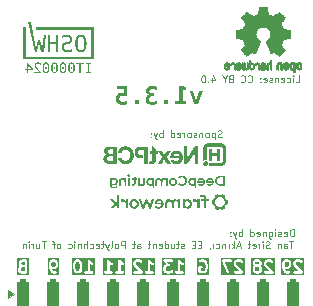
<source format=gbr>
%TF.GenerationSoftware,KiCad,Pcbnew,9.0.4*%
%TF.CreationDate,2025-09-18T11:34:16+02:00*%
%TF.ProjectId,rp2350_gpio_card,72703233-3530-45f6-9770-696f5f636172,X1*%
%TF.SameCoordinates,Original*%
%TF.FileFunction,Legend,Bot*%
%TF.FilePolarity,Positive*%
%FSLAX46Y46*%
G04 Gerber Fmt 4.6, Leading zero omitted, Abs format (unit mm)*
G04 Created by KiCad (PCBNEW 9.0.4) date 2025-09-18 11:34:16*
%MOMM*%
%LPD*%
G01*
G04 APERTURE LIST*
G04 Aperture macros list*
%AMRoundRect*
0 Rectangle with rounded corners*
0 $1 Rounding radius*
0 $2 $3 $4 $5 $6 $7 $8 $9 X,Y pos of 4 corners*
0 Add a 4 corners polygon primitive as box body*
4,1,4,$2,$3,$4,$5,$6,$7,$8,$9,$2,$3,0*
0 Add four circle primitives for the rounded corners*
1,1,$1+$1,$2,$3*
1,1,$1+$1,$4,$5*
1,1,$1+$1,$6,$7*
1,1,$1+$1,$8,$9*
0 Add four rect primitives between the rounded corners*
20,1,$1+$1,$2,$3,$4,$5,0*
20,1,$1+$1,$4,$5,$6,$7,0*
20,1,$1+$1,$6,$7,$8,$9,0*
20,1,$1+$1,$8,$9,$2,$3,0*%
G04 Aperture macros list end*
%ADD10C,0.000000*%
%ADD11C,0.101600*%
%ADD12C,0.201600*%
%ADD13C,0.116840*%
%ADD14C,0.010000*%
%ADD15C,0.120000*%
%ADD16R,0.380000X1.000000*%
%ADD17R,0.700000X1.150000*%
%ADD18C,2.200000*%
%ADD19RoundRect,0.250000X-0.250000X1.000000X-0.250000X-1.000000X0.250000X-1.000000X0.250000X1.000000X0*%
G04 APERTURE END LIST*
D10*
G36*
X102813652Y-72108675D02*
G01*
X102985282Y-71596027D01*
X103189383Y-71596027D01*
X102911990Y-72365065D01*
X102747523Y-72365065D01*
X102559680Y-71834314D01*
X102370298Y-72365065D01*
X102201569Y-72365065D01*
X101930108Y-71596027D01*
X102112019Y-71596027D01*
X102282285Y-72104150D01*
X102464197Y-71589964D01*
X102630202Y-71589964D01*
X102813652Y-72108675D01*
G37*
G36*
X109440632Y-71827588D02*
G01*
X109440248Y-71841315D01*
X109439606Y-71854976D01*
X109438709Y-71868567D01*
X109437554Y-71882085D01*
X109436144Y-71895526D01*
X109434476Y-71908887D01*
X109432553Y-71922163D01*
X109431748Y-71926638D01*
X109430708Y-71931037D01*
X109429436Y-71935353D01*
X109427938Y-71939575D01*
X109426221Y-71943694D01*
X109424289Y-71947702D01*
X109422148Y-71951589D01*
X109419804Y-71955346D01*
X109417262Y-71958964D01*
X109414528Y-71962434D01*
X109411608Y-71965747D01*
X109408506Y-71968892D01*
X109405229Y-71971863D01*
X109401782Y-71974648D01*
X109398171Y-71977240D01*
X109394401Y-71979628D01*
X109294082Y-72039118D01*
X109289732Y-72041807D01*
X109285488Y-72044631D01*
X109281354Y-72047585D01*
X109277332Y-72050667D01*
X109273422Y-72053873D01*
X109269628Y-72057200D01*
X109265950Y-72060643D01*
X109262393Y-72064200D01*
X109258956Y-72067866D01*
X109255643Y-72071639D01*
X109252456Y-72075514D01*
X109249395Y-72079489D01*
X109246465Y-72083559D01*
X109243666Y-72087721D01*
X109241000Y-72091972D01*
X109238470Y-72096308D01*
X109236077Y-72100725D01*
X109233824Y-72105220D01*
X109231713Y-72109789D01*
X109229746Y-72114429D01*
X109227924Y-72119137D01*
X109226250Y-72123908D01*
X109224726Y-72128739D01*
X109223353Y-72133627D01*
X109222135Y-72138568D01*
X109221072Y-72143559D01*
X109220167Y-72148595D01*
X109219422Y-72153674D01*
X109218840Y-72158792D01*
X109218421Y-72163945D01*
X109218168Y-72169130D01*
X109218083Y-72174344D01*
X109218083Y-72293329D01*
X109217958Y-72297878D01*
X109217584Y-72302385D01*
X109216966Y-72306840D01*
X109216110Y-72311235D01*
X109215019Y-72315561D01*
X109213699Y-72319809D01*
X109212154Y-72323968D01*
X109210389Y-72328031D01*
X109208408Y-72331987D01*
X109206216Y-72335828D01*
X109203818Y-72339545D01*
X109201219Y-72343128D01*
X109198423Y-72346569D01*
X109195434Y-72349858D01*
X109192259Y-72352986D01*
X109188900Y-72355943D01*
X109178587Y-72364334D01*
X109168113Y-72372524D01*
X109157481Y-72380511D01*
X109146694Y-72388292D01*
X109135755Y-72395862D01*
X109124666Y-72403221D01*
X109113431Y-72410364D01*
X109102052Y-72417289D01*
X109090533Y-72423992D01*
X109078875Y-72430471D01*
X109067083Y-72436722D01*
X109055159Y-72442744D01*
X109043105Y-72448532D01*
X109030925Y-72454084D01*
X109018622Y-72459396D01*
X109006198Y-72464466D01*
X109002008Y-72465983D01*
X108997768Y-72467255D01*
X108993488Y-72468281D01*
X108989176Y-72469063D01*
X108984845Y-72469599D01*
X108980503Y-72469890D01*
X108976160Y-72469935D01*
X108971827Y-72469736D01*
X108967514Y-72469291D01*
X108963230Y-72468601D01*
X108958986Y-72467666D01*
X108954791Y-72466486D01*
X108950656Y-72465060D01*
X108946591Y-72463389D01*
X108942606Y-72461473D01*
X108938710Y-72459312D01*
X108838241Y-72399664D01*
X108829312Y-72394751D01*
X108820158Y-72390492D01*
X108810811Y-72386890D01*
X108801304Y-72383942D01*
X108791667Y-72381649D01*
X108781933Y-72380011D01*
X108772134Y-72379028D01*
X108762300Y-72378701D01*
X108752466Y-72379028D01*
X108742661Y-72380011D01*
X108732918Y-72381649D01*
X108723268Y-72383942D01*
X108713744Y-72386890D01*
X108704378Y-72390492D01*
X108695200Y-72394751D01*
X108686244Y-72399664D01*
X108585775Y-72459312D01*
X108581878Y-72461473D01*
X108577888Y-72463389D01*
X108573816Y-72465060D01*
X108569673Y-72466486D01*
X108565469Y-72467666D01*
X108561216Y-72468601D01*
X108556923Y-72469291D01*
X108552602Y-72469736D01*
X108548263Y-72469935D01*
X108543917Y-72469890D01*
X108539574Y-72469599D01*
X108535245Y-72469063D01*
X108530942Y-72468281D01*
X108526674Y-72467255D01*
X108522453Y-72465983D01*
X108518288Y-72464466D01*
X108505864Y-72459396D01*
X108493560Y-72454084D01*
X108481381Y-72448532D01*
X108469327Y-72442744D01*
X108457402Y-72436722D01*
X108445610Y-72430471D01*
X108433953Y-72423992D01*
X108422433Y-72417289D01*
X108411055Y-72410364D01*
X108399819Y-72403221D01*
X108388731Y-72395862D01*
X108377791Y-72388292D01*
X108367004Y-72380511D01*
X108356372Y-72372524D01*
X108345898Y-72364334D01*
X108335585Y-72355943D01*
X108332226Y-72352986D01*
X108329050Y-72349858D01*
X108326062Y-72346569D01*
X108323266Y-72343128D01*
X108320666Y-72339545D01*
X108318268Y-72335828D01*
X108316076Y-72331987D01*
X108314095Y-72328031D01*
X108312330Y-72323968D01*
X108310785Y-72319809D01*
X108309465Y-72315561D01*
X108308374Y-72311235D01*
X108307518Y-72306840D01*
X108306900Y-72302385D01*
X108306526Y-72297878D01*
X108306400Y-72293329D01*
X108306400Y-72174344D01*
X108306063Y-72163945D01*
X108305061Y-72153674D01*
X108303412Y-72143559D01*
X108301130Y-72133627D01*
X108298234Y-72123908D01*
X108294738Y-72114429D01*
X108290659Y-72105220D01*
X108286014Y-72096307D01*
X108280818Y-72087721D01*
X108275088Y-72079489D01*
X108268840Y-72071639D01*
X108262091Y-72064200D01*
X108254856Y-72057200D01*
X108247152Y-72050667D01*
X108238995Y-72044631D01*
X108230402Y-72039118D01*
X108130087Y-71979628D01*
X108126317Y-71977241D01*
X108122706Y-71974655D01*
X108119259Y-71971876D01*
X108115981Y-71968915D01*
X108112880Y-71965778D01*
X108109959Y-71962476D01*
X108107225Y-71959015D01*
X108104683Y-71955406D01*
X108102339Y-71951655D01*
X108100198Y-71947772D01*
X108098266Y-71943764D01*
X108096548Y-71939641D01*
X108095051Y-71935411D01*
X108093779Y-71931083D01*
X108092738Y-71926664D01*
X108091934Y-71922163D01*
X108090053Y-71908887D01*
X108088406Y-71895526D01*
X108086998Y-71882085D01*
X108085834Y-71868567D01*
X108084920Y-71854976D01*
X108084260Y-71841315D01*
X108083860Y-71827588D01*
X108083728Y-71813961D01*
X108354420Y-71813961D01*
X108354950Y-71835508D01*
X108356525Y-71856773D01*
X108359118Y-71877729D01*
X108362703Y-71898350D01*
X108367256Y-71918610D01*
X108372750Y-71938481D01*
X108379160Y-71957939D01*
X108386460Y-71976956D01*
X108394625Y-71995506D01*
X108403629Y-72013563D01*
X108413446Y-72031101D01*
X108424050Y-72048092D01*
X108435417Y-72064512D01*
X108447520Y-72080333D01*
X108460333Y-72095529D01*
X108473832Y-72110074D01*
X108487991Y-72123942D01*
X108502783Y-72137106D01*
X108518183Y-72149539D01*
X108534166Y-72161216D01*
X108550706Y-72172111D01*
X108567777Y-72182196D01*
X108585354Y-72191445D01*
X108603411Y-72199833D01*
X108621923Y-72207333D01*
X108640863Y-72213918D01*
X108660206Y-72219562D01*
X108679927Y-72224239D01*
X108700000Y-72227922D01*
X108720399Y-72230586D01*
X108741099Y-72232204D01*
X108762073Y-72232749D01*
X108783048Y-72232204D01*
X108803748Y-72230586D01*
X108824148Y-72227922D01*
X108844221Y-72224239D01*
X108863942Y-72219562D01*
X108883285Y-72213918D01*
X108902226Y-72207333D01*
X108920738Y-72199833D01*
X108938795Y-72191445D01*
X108956372Y-72182196D01*
X108973443Y-72172111D01*
X108989983Y-72161216D01*
X109005967Y-72149539D01*
X109021367Y-72137106D01*
X109036159Y-72123942D01*
X109050318Y-72110074D01*
X109063817Y-72095529D01*
X109076631Y-72080333D01*
X109088734Y-72064512D01*
X109100100Y-72048092D01*
X109110705Y-72031101D01*
X109120522Y-72013563D01*
X109129526Y-71995506D01*
X109137690Y-71976956D01*
X109144990Y-71957939D01*
X109151400Y-71938481D01*
X109156895Y-71918610D01*
X109161447Y-71898350D01*
X109165033Y-71877729D01*
X109167626Y-71856773D01*
X109169200Y-71835508D01*
X109169731Y-71813961D01*
X109169200Y-71792413D01*
X109167626Y-71771148D01*
X109165033Y-71750192D01*
X109161447Y-71729570D01*
X109156895Y-71709311D01*
X109151400Y-71689439D01*
X109144990Y-71669981D01*
X109137690Y-71650964D01*
X109129526Y-71632414D01*
X109120522Y-71614357D01*
X109110705Y-71596819D01*
X109100100Y-71579828D01*
X109088734Y-71563408D01*
X109076631Y-71547587D01*
X109063817Y-71532391D01*
X109050318Y-71517846D01*
X109036159Y-71503979D01*
X109021367Y-71490815D01*
X109005967Y-71478382D01*
X108989983Y-71466705D01*
X108973443Y-71455811D01*
X108956372Y-71445726D01*
X108938795Y-71436476D01*
X108920738Y-71428089D01*
X108902226Y-71420589D01*
X108883285Y-71414004D01*
X108863942Y-71408360D01*
X108844221Y-71403683D01*
X108824148Y-71400000D01*
X108803748Y-71397336D01*
X108783048Y-71395718D01*
X108762073Y-71395173D01*
X108741099Y-71395718D01*
X108720399Y-71397336D01*
X108700000Y-71400000D01*
X108679927Y-71403683D01*
X108660206Y-71408360D01*
X108640863Y-71414004D01*
X108621923Y-71420589D01*
X108603411Y-71428089D01*
X108585354Y-71436476D01*
X108567777Y-71445726D01*
X108550706Y-71455811D01*
X108534166Y-71466705D01*
X108518183Y-71478382D01*
X108502783Y-71490815D01*
X108487991Y-71503979D01*
X108473832Y-71517846D01*
X108460333Y-71532391D01*
X108447520Y-71547587D01*
X108435417Y-71563408D01*
X108424050Y-71579828D01*
X108413446Y-71596819D01*
X108403629Y-71614357D01*
X108394625Y-71632414D01*
X108386460Y-71650964D01*
X108379160Y-71669981D01*
X108372750Y-71689439D01*
X108367256Y-71709311D01*
X108362703Y-71729570D01*
X108359118Y-71750192D01*
X108356525Y-71771148D01*
X108354950Y-71792413D01*
X108354420Y-71813961D01*
X108083728Y-71813961D01*
X108083726Y-71813798D01*
X108083854Y-71800010D01*
X108084239Y-71786284D01*
X108084880Y-71772623D01*
X108085778Y-71759031D01*
X108086933Y-71745513D01*
X108088343Y-71732071D01*
X108090010Y-71718710D01*
X108091934Y-71705434D01*
X108092710Y-71700961D01*
X108093723Y-71696566D01*
X108094967Y-71692259D01*
X108096438Y-71688047D01*
X108098129Y-71683939D01*
X108100036Y-71679945D01*
X108102153Y-71676072D01*
X108104475Y-71672330D01*
X108106996Y-71668727D01*
X108109711Y-71665271D01*
X108112615Y-71661972D01*
X108115703Y-71658838D01*
X108118968Y-71655878D01*
X108122406Y-71653100D01*
X108126012Y-71650514D01*
X108129779Y-71648127D01*
X108129777Y-71648127D01*
X108230096Y-71588632D01*
X108234446Y-71585944D01*
X108238690Y-71583120D01*
X108242824Y-71580166D01*
X108246846Y-71577084D01*
X108250756Y-71573878D01*
X108254550Y-71570551D01*
X108258227Y-71567108D01*
X108261785Y-71563551D01*
X108265222Y-71559885D01*
X108268535Y-71556112D01*
X108271722Y-71552237D01*
X108274782Y-71548262D01*
X108277713Y-71544192D01*
X108280512Y-71540030D01*
X108283178Y-71535779D01*
X108285708Y-71531443D01*
X108288101Y-71527026D01*
X108290353Y-71522531D01*
X108292465Y-71517962D01*
X108294432Y-71513322D01*
X108296254Y-71508614D01*
X108297928Y-71503843D01*
X108299452Y-71499012D01*
X108300825Y-71494124D01*
X108302043Y-71489183D01*
X108303106Y-71484192D01*
X108304011Y-71479155D01*
X108304755Y-71474076D01*
X108305338Y-71468959D01*
X108305757Y-71463805D01*
X108306010Y-71458620D01*
X108306095Y-71453407D01*
X108306095Y-71334422D01*
X108306220Y-71329873D01*
X108306594Y-71325365D01*
X108307212Y-71320909D01*
X108308068Y-71316513D01*
X108309159Y-71312187D01*
X108310479Y-71307940D01*
X108312024Y-71303780D01*
X108313790Y-71299717D01*
X108315771Y-71295761D01*
X108317962Y-71291920D01*
X108320360Y-71288203D01*
X108322960Y-71284620D01*
X108325756Y-71281180D01*
X108328745Y-71277891D01*
X108331921Y-71274764D01*
X108335280Y-71271807D01*
X108345619Y-71263389D01*
X108356116Y-71255174D01*
X108366768Y-71247166D01*
X108377573Y-71239368D01*
X108388527Y-71231782D01*
X108399628Y-71224411D01*
X108410873Y-71217257D01*
X108422260Y-71210324D01*
X108433786Y-71203615D01*
X108445448Y-71197131D01*
X108457243Y-71190876D01*
X108469170Y-71184853D01*
X108481225Y-71179064D01*
X108493405Y-71173512D01*
X108505708Y-71168200D01*
X108518132Y-71163131D01*
X108522321Y-71161614D01*
X108526562Y-71160342D01*
X108530843Y-71159315D01*
X108535154Y-71158534D01*
X108539486Y-71157998D01*
X108543828Y-71157707D01*
X108548170Y-71157661D01*
X108552503Y-71157861D01*
X108556816Y-71158305D01*
X108561100Y-71158995D01*
X108565344Y-71159930D01*
X108569538Y-71161111D01*
X108573673Y-71162536D01*
X108577738Y-71164207D01*
X108581723Y-71166122D01*
X108585619Y-71168283D01*
X108686088Y-71227932D01*
X108695017Y-71232845D01*
X108704171Y-71237103D01*
X108713518Y-71240706D01*
X108723026Y-71243654D01*
X108732663Y-71245947D01*
X108742397Y-71247585D01*
X108752197Y-71248567D01*
X108762030Y-71248895D01*
X108771865Y-71248567D01*
X108781670Y-71247585D01*
X108791413Y-71245947D01*
X108801063Y-71243654D01*
X108810586Y-71240706D01*
X108819953Y-71237103D01*
X108829129Y-71232845D01*
X108838085Y-71227932D01*
X108938558Y-71168283D01*
X108942455Y-71166121D01*
X108946445Y-71164200D01*
X108950517Y-71162523D01*
X108954660Y-71161089D01*
X108958864Y-71159899D01*
X108963118Y-71158954D01*
X108967410Y-71158255D01*
X108971732Y-71157802D01*
X108976071Y-71157596D01*
X108980417Y-71157638D01*
X108984760Y-71157929D01*
X108989088Y-71158468D01*
X108993392Y-71159257D01*
X108997659Y-71160297D01*
X109001881Y-71161588D01*
X109006046Y-71163131D01*
X109018494Y-71168201D01*
X109030816Y-71173513D01*
X109043008Y-71179064D01*
X109055070Y-71184852D01*
X109066997Y-71190873D01*
X109078789Y-71197124D01*
X109090443Y-71203603D01*
X109101956Y-71210306D01*
X109113327Y-71217231D01*
X109124553Y-71224374D01*
X109135633Y-71231732D01*
X109146563Y-71239303D01*
X109157342Y-71247084D01*
X109167967Y-71255071D01*
X109188748Y-71271654D01*
X109192107Y-71274611D01*
X109195282Y-71277738D01*
X109198271Y-71281027D01*
X109201067Y-71284467D01*
X109203666Y-71288050D01*
X109206064Y-71291767D01*
X109208256Y-71295608D01*
X109210236Y-71299565D01*
X109212002Y-71303627D01*
X109213547Y-71307787D01*
X109214867Y-71312034D01*
X109215958Y-71316360D01*
X109216814Y-71320756D01*
X109217432Y-71325212D01*
X109217806Y-71329719D01*
X109217931Y-71334268D01*
X109217931Y-71453253D01*
X109218267Y-71463651D01*
X109219264Y-71473921D01*
X109220907Y-71484037D01*
X109223180Y-71493968D01*
X109226067Y-71503687D01*
X109229554Y-71513166D01*
X109233623Y-71522375D01*
X109238261Y-71531288D01*
X109243451Y-71539875D01*
X109249177Y-71548107D01*
X109255424Y-71555957D01*
X109262177Y-71563397D01*
X109269419Y-71570397D01*
X109277136Y-71576930D01*
X109285311Y-71582966D01*
X109293930Y-71588479D01*
X109394249Y-71647969D01*
X109398019Y-71650356D01*
X109401630Y-71652942D01*
X109405077Y-71655720D01*
X109408354Y-71658680D01*
X109411456Y-71661815D01*
X109414376Y-71665114D01*
X109417110Y-71668570D01*
X109419652Y-71672173D01*
X109421996Y-71675916D01*
X109424137Y-71679789D01*
X109426069Y-71683783D01*
X109427786Y-71687891D01*
X109429284Y-71692102D01*
X109430556Y-71696409D01*
X109431596Y-71700803D01*
X109432401Y-71705275D01*
X109434375Y-71718604D01*
X109436079Y-71732004D01*
X109437517Y-71745474D01*
X109438690Y-71759011D01*
X109439598Y-71772614D01*
X109440245Y-71786281D01*
X109440632Y-71800010D01*
X109440761Y-71813798D01*
X109440759Y-71813961D01*
X109440632Y-71827588D01*
G37*
G36*
X97885901Y-60111634D02*
G01*
X97702945Y-60111634D01*
X97702945Y-60785591D01*
X97885901Y-60785591D01*
X97885901Y-60884960D01*
X97401330Y-60884960D01*
X97401330Y-60785591D01*
X97584286Y-60785591D01*
X97584286Y-60111634D01*
X97401330Y-60111634D01*
X97401330Y-60012264D01*
X97885901Y-60012264D01*
X97885901Y-60111634D01*
G37*
G36*
X100257355Y-72358962D02*
G01*
X100072368Y-72358962D01*
X100072368Y-72012161D01*
X99717157Y-72358962D01*
X99466215Y-72358962D01*
X99881624Y-71951884D01*
X99486735Y-71596023D01*
X99731920Y-71596023D01*
X100072368Y-71906600D01*
X100072368Y-71249213D01*
X100257355Y-71249213D01*
X100257355Y-72358962D01*
G37*
G36*
X101620031Y-69804224D02*
G01*
X101723853Y-69804224D01*
X101723853Y-69922334D01*
X101620031Y-69922334D01*
X101620031Y-70226182D01*
X101619798Y-70239070D01*
X101619104Y-70251568D01*
X101617951Y-70263676D01*
X101616343Y-70275393D01*
X101614285Y-70286716D01*
X101611780Y-70297645D01*
X101608832Y-70308178D01*
X101605445Y-70318314D01*
X101601623Y-70328051D01*
X101597369Y-70337389D01*
X101592688Y-70346327D01*
X101587582Y-70354861D01*
X101582057Y-70362992D01*
X101576115Y-70370719D01*
X101569762Y-70378039D01*
X101562999Y-70384952D01*
X101555833Y-70391455D01*
X101548265Y-70397549D01*
X101540300Y-70403231D01*
X101531943Y-70408501D01*
X101523196Y-70413356D01*
X101514063Y-70417796D01*
X101504549Y-70421820D01*
X101494657Y-70425425D01*
X101484392Y-70428612D01*
X101473756Y-70431377D01*
X101462754Y-70433721D01*
X101451389Y-70435641D01*
X101439666Y-70437137D01*
X101427588Y-70438208D01*
X101415160Y-70438851D01*
X101402384Y-70439065D01*
X101392387Y-70438903D01*
X101382417Y-70438416D01*
X101372500Y-70437602D01*
X101362662Y-70436461D01*
X101352930Y-70434990D01*
X101343331Y-70433189D01*
X101333891Y-70431055D01*
X101324636Y-70428588D01*
X101315594Y-70425786D01*
X101306790Y-70422648D01*
X101298251Y-70419172D01*
X101290004Y-70415357D01*
X101282075Y-70411202D01*
X101274491Y-70406705D01*
X101267277Y-70401864D01*
X101260462Y-70396679D01*
X101260462Y-70396203D01*
X101301895Y-70290952D01*
X101306253Y-70294228D01*
X101310750Y-70297273D01*
X101315379Y-70300089D01*
X101320135Y-70302679D01*
X101325010Y-70305046D01*
X101329999Y-70307193D01*
X101335096Y-70309121D01*
X101340293Y-70310835D01*
X101345586Y-70312337D01*
X101350967Y-70313629D01*
X101356431Y-70314715D01*
X101361970Y-70315598D01*
X101367580Y-70316279D01*
X101373252Y-70316762D01*
X101378982Y-70317050D01*
X101384763Y-70317145D01*
X101390001Y-70317048D01*
X101395087Y-70316756D01*
X101400020Y-70316271D01*
X101404800Y-70315593D01*
X101409425Y-70314724D01*
X101413895Y-70313664D01*
X101418209Y-70312414D01*
X101422365Y-70310976D01*
X101426362Y-70309351D01*
X101430200Y-70307538D01*
X101433878Y-70305540D01*
X101437395Y-70303357D01*
X101440750Y-70300991D01*
X101443941Y-70298441D01*
X101446968Y-70295710D01*
X101449831Y-70292797D01*
X101452527Y-70289705D01*
X101455056Y-70286433D01*
X101457417Y-70282984D01*
X101459610Y-70279357D01*
X101461632Y-70275554D01*
X101463484Y-70271576D01*
X101465163Y-70267424D01*
X101466670Y-70263098D01*
X101468004Y-70258601D01*
X101469163Y-70253931D01*
X101470146Y-70249092D01*
X101470952Y-70244083D01*
X101471581Y-70238905D01*
X101472031Y-70233560D01*
X101472393Y-70222372D01*
X101472393Y-69922334D01*
X101303324Y-69922334D01*
X101303324Y-69804224D01*
X101472393Y-69804224D01*
X101472393Y-69659920D01*
X101620031Y-69659920D01*
X101620031Y-69804224D01*
G37*
G36*
X108106767Y-67669358D02*
G01*
X108523750Y-67669358D01*
X108523750Y-67316933D01*
X108811617Y-67316933D01*
X108811617Y-68309120D01*
X108523750Y-68309120D01*
X108523750Y-67956166D01*
X108105709Y-67956166D01*
X108105709Y-68309121D01*
X107819959Y-68309120D01*
X107819959Y-67316933D01*
X108106767Y-67316933D01*
X108106767Y-67669358D01*
G37*
G36*
X100026921Y-68584287D02*
G01*
X99399858Y-68584287D01*
X99382019Y-68584569D01*
X99364203Y-68584364D01*
X99346419Y-68583673D01*
X99328677Y-68582499D01*
X99310986Y-68580843D01*
X99293356Y-68578708D01*
X99275798Y-68576094D01*
X99258320Y-68573004D01*
X99240933Y-68569440D01*
X99223646Y-68565404D01*
X99206469Y-68560897D01*
X99189412Y-68555922D01*
X99172484Y-68550479D01*
X99155696Y-68544572D01*
X99139056Y-68538202D01*
X99122575Y-68531370D01*
X99109645Y-68525407D01*
X99096970Y-68518992D01*
X99084560Y-68512137D01*
X99072426Y-68504848D01*
X99060578Y-68497136D01*
X99049027Y-68489009D01*
X99037784Y-68480477D01*
X99026859Y-68471547D01*
X99016262Y-68462230D01*
X99006005Y-68452535D01*
X98996098Y-68442469D01*
X98986552Y-68432043D01*
X98977376Y-68421264D01*
X98968583Y-68410143D01*
X98960181Y-68398688D01*
X98952183Y-68386908D01*
X98945010Y-68375105D01*
X98938282Y-68363079D01*
X98932003Y-68350842D01*
X98926178Y-68338407D01*
X98920809Y-68325788D01*
X98915900Y-68312996D01*
X98911455Y-68300045D01*
X98907477Y-68286947D01*
X98903971Y-68273715D01*
X98900939Y-68260362D01*
X98898385Y-68246901D01*
X98896313Y-68233344D01*
X98894727Y-68219704D01*
X98893630Y-68205995D01*
X98893026Y-68192228D01*
X98892918Y-68178416D01*
X98892924Y-68166179D01*
X98893236Y-68156841D01*
X99213062Y-68156841D01*
X99213618Y-68166412D01*
X99214723Y-68175886D01*
X99216366Y-68185244D01*
X99218536Y-68194462D01*
X99221226Y-68203520D01*
X99224423Y-68212396D01*
X99228119Y-68221068D01*
X99232304Y-68229516D01*
X99236967Y-68237717D01*
X99242100Y-68245650D01*
X99247691Y-68253294D01*
X99253731Y-68260627D01*
X99260211Y-68267627D01*
X99267120Y-68274274D01*
X99274448Y-68280545D01*
X99274447Y-68280545D01*
X99284960Y-68287397D01*
X99295723Y-68293769D01*
X99306719Y-68299659D01*
X99317931Y-68305061D01*
X99329343Y-68309971D01*
X99340938Y-68314385D01*
X99352701Y-68318299D01*
X99364614Y-68321708D01*
X99376661Y-68324608D01*
X99388825Y-68326994D01*
X99401091Y-68328863D01*
X99413441Y-68330209D01*
X99425860Y-68331029D01*
X99438330Y-68331318D01*
X99450835Y-68331072D01*
X99463360Y-68330287D01*
X99716830Y-68330287D01*
X99716830Y-67940291D01*
X99716830Y-67728625D01*
X99716830Y-67366675D01*
X99480821Y-67366675D01*
X99470132Y-67366255D01*
X99459473Y-67366319D01*
X99448860Y-67366861D01*
X99438308Y-67367878D01*
X99427833Y-67369365D01*
X99417451Y-67371316D01*
X99407176Y-67373727D01*
X99397024Y-67376594D01*
X99387010Y-67379912D01*
X99377149Y-67383675D01*
X99367458Y-67387880D01*
X99357951Y-67392521D01*
X99348643Y-67397594D01*
X99339551Y-67403095D01*
X99330688Y-67409018D01*
X99322072Y-67415358D01*
X99315120Y-67421481D01*
X99308564Y-67427951D01*
X99302412Y-67434748D01*
X99296674Y-67441853D01*
X99291358Y-67449245D01*
X99286474Y-67456905D01*
X99282030Y-67464814D01*
X99278036Y-67472952D01*
X99274500Y-67481299D01*
X99271431Y-67489836D01*
X99268838Y-67498543D01*
X99266731Y-67507401D01*
X99265118Y-67516390D01*
X99264008Y-67525490D01*
X99263411Y-67534682D01*
X99263334Y-67543946D01*
X99263263Y-67550576D01*
X99263454Y-67557186D01*
X99263905Y-67563768D01*
X99264614Y-67570315D01*
X99265578Y-67576819D01*
X99266796Y-67583272D01*
X99268265Y-67589668D01*
X99269983Y-67595999D01*
X99271948Y-67602258D01*
X99274158Y-67608437D01*
X99276611Y-67614530D01*
X99279304Y-67620528D01*
X99282235Y-67626424D01*
X99285403Y-67632211D01*
X99288805Y-67637882D01*
X99292439Y-67643429D01*
X99296258Y-67648664D01*
X99300245Y-67653756D01*
X99304395Y-67658701D01*
X99308705Y-67663495D01*
X99313170Y-67668134D01*
X99317786Y-67672617D01*
X99322548Y-67676937D01*
X99327452Y-67681094D01*
X99332495Y-67685081D01*
X99337670Y-67688897D01*
X99342975Y-67692538D01*
X99348404Y-67696000D01*
X99353955Y-67699279D01*
X99359621Y-67702372D01*
X99365399Y-67705276D01*
X99371285Y-67707987D01*
X99378054Y-67710778D01*
X99384885Y-67713385D01*
X99391776Y-67715808D01*
X99398723Y-67718047D01*
X99405722Y-67720099D01*
X99412768Y-67721965D01*
X99419859Y-67723644D01*
X99426991Y-67725135D01*
X99434159Y-67726438D01*
X99441361Y-67727551D01*
X99448592Y-67728474D01*
X99455848Y-67729206D01*
X99463126Y-67729747D01*
X99470423Y-67730095D01*
X99477733Y-67730251D01*
X99485055Y-67730212D01*
X99672379Y-67730212D01*
X99672379Y-67941879D01*
X99454892Y-67941879D01*
X99446588Y-67941800D01*
X99438297Y-67941957D01*
X99430023Y-67942348D01*
X99421772Y-67942973D01*
X99413549Y-67943831D01*
X99405358Y-67944920D01*
X99397204Y-67946241D01*
X99389093Y-67947790D01*
X99381028Y-67949569D01*
X99373016Y-67951575D01*
X99365060Y-67953808D01*
X99357166Y-67956267D01*
X99349339Y-67958950D01*
X99341583Y-67961857D01*
X99333903Y-67964986D01*
X99326305Y-67968337D01*
X99319965Y-67971456D01*
X99313752Y-67974788D01*
X99307670Y-67978327D01*
X99301723Y-67982071D01*
X99295917Y-67986013D01*
X99290256Y-67990152D01*
X99284745Y-67994481D01*
X99279390Y-67998998D01*
X99274194Y-68003698D01*
X99269162Y-68008576D01*
X99264300Y-68013628D01*
X99259612Y-68018851D01*
X99255102Y-68024240D01*
X99250777Y-68029791D01*
X99246640Y-68035500D01*
X99242696Y-68041362D01*
X99239128Y-68047380D01*
X99235780Y-68053506D01*
X99232655Y-68059735D01*
X99229754Y-68066059D01*
X99227079Y-68072473D01*
X99224632Y-68078971D01*
X99222414Y-68085546D01*
X99220428Y-68092192D01*
X99218674Y-68098904D01*
X99217155Y-68105675D01*
X99215872Y-68112499D01*
X99214827Y-68119369D01*
X99214022Y-68126280D01*
X99213459Y-68133226D01*
X99213138Y-68140200D01*
X99213063Y-68147196D01*
X99213062Y-68156841D01*
X98893236Y-68156841D01*
X98893332Y-68153972D01*
X98894141Y-68141804D01*
X98895348Y-68129687D01*
X98896951Y-68117628D01*
X98898947Y-68105638D01*
X98901334Y-68093726D01*
X98904110Y-68081902D01*
X98907272Y-68070175D01*
X98910818Y-68058556D01*
X98914745Y-68047053D01*
X98919051Y-68035675D01*
X98923733Y-68024434D01*
X98928789Y-68013338D01*
X98934217Y-68002396D01*
X98940014Y-67991619D01*
X98940013Y-67991620D01*
X98945529Y-67982270D01*
X98951333Y-67973119D01*
X98957420Y-67964175D01*
X98963783Y-67955443D01*
X98970418Y-67946928D01*
X98977318Y-67938638D01*
X98984477Y-67930578D01*
X98991890Y-67922754D01*
X98999550Y-67915172D01*
X99007451Y-67907838D01*
X99015589Y-67900758D01*
X99023956Y-67893939D01*
X99032547Y-67887386D01*
X99041356Y-67881105D01*
X99050377Y-67875102D01*
X99059605Y-67869383D01*
X99068688Y-67864101D01*
X99077919Y-67859120D01*
X99087289Y-67854443D01*
X99096791Y-67850071D01*
X99106418Y-67846008D01*
X99116162Y-67842255D01*
X99126015Y-67838814D01*
X99135969Y-67835688D01*
X99146018Y-67832880D01*
X99156153Y-67830391D01*
X99166367Y-67828223D01*
X99176653Y-67826379D01*
X99187002Y-67824861D01*
X99197407Y-67823672D01*
X99207860Y-67822813D01*
X99218355Y-67822287D01*
X99218355Y-67807470D01*
X99209225Y-67805416D01*
X99200157Y-67803143D01*
X99191154Y-67800653D01*
X99182222Y-67797948D01*
X99173362Y-67795028D01*
X99164580Y-67791897D01*
X99155878Y-67788554D01*
X99147262Y-67785003D01*
X99138733Y-67781245D01*
X99130297Y-67777280D01*
X99121957Y-67773112D01*
X99113717Y-67768740D01*
X99105580Y-67764168D01*
X99097550Y-67759397D01*
X99089632Y-67754428D01*
X99081828Y-67749262D01*
X99074511Y-67744063D01*
X99067365Y-67738655D01*
X99060396Y-67733041D01*
X99053606Y-67727225D01*
X99047000Y-67721214D01*
X99040582Y-67715011D01*
X99034357Y-67708620D01*
X99028327Y-67702047D01*
X99022498Y-67695296D01*
X99016873Y-67688371D01*
X99011456Y-67681277D01*
X99006252Y-67674018D01*
X99001264Y-67666599D01*
X98996496Y-67659025D01*
X98991953Y-67651300D01*
X98987638Y-67643429D01*
X98983337Y-67634582D01*
X98979315Y-67625623D01*
X98975575Y-67616557D01*
X98972117Y-67607392D01*
X98968944Y-67598134D01*
X98966057Y-67588790D01*
X98963457Y-67579366D01*
X98961146Y-67569870D01*
X98959126Y-67560308D01*
X98957397Y-67550687D01*
X98955962Y-67541013D01*
X98954822Y-67531293D01*
X98953979Y-67521534D01*
X98953433Y-67511742D01*
X98953187Y-67501924D01*
X98953243Y-67492087D01*
X98953132Y-67479189D01*
X98953492Y-67466325D01*
X98954321Y-67453509D01*
X98955614Y-67440753D01*
X98957369Y-67428068D01*
X98959581Y-67415468D01*
X98962248Y-67402965D01*
X98965367Y-67390571D01*
X98968933Y-67378298D01*
X98972944Y-67366159D01*
X98977396Y-67354167D01*
X98982287Y-67342332D01*
X98987611Y-67330668D01*
X98993368Y-67319188D01*
X98999551Y-67307902D01*
X99006160Y-67296825D01*
X99013823Y-67285811D01*
X99021873Y-67275119D01*
X99030298Y-67264755D01*
X99039089Y-67254730D01*
X99048234Y-67245053D01*
X99057723Y-67235730D01*
X99067544Y-67226773D01*
X99077688Y-67218189D01*
X99088143Y-67209986D01*
X99098898Y-67202175D01*
X99109944Y-67194763D01*
X99121268Y-67187760D01*
X99132861Y-67181173D01*
X99144711Y-67175012D01*
X99156809Y-67169286D01*
X99169142Y-67164004D01*
X99185265Y-67157703D01*
X99201528Y-67151834D01*
X99217921Y-67146398D01*
X99234438Y-67141397D01*
X99251068Y-67136832D01*
X99267803Y-67132704D01*
X99284635Y-67129016D01*
X99301554Y-67125769D01*
X99318552Y-67122964D01*
X99335620Y-67120604D01*
X99352750Y-67118688D01*
X99369933Y-67117220D01*
X99387160Y-67116201D01*
X99404422Y-67115632D01*
X99421711Y-67115514D01*
X99439018Y-67115850D01*
X100026921Y-67115850D01*
X100026921Y-67366675D01*
X100026921Y-68584287D01*
G37*
G36*
X95825802Y-57649002D02*
G01*
X95851468Y-57650359D01*
X95876478Y-57652619D01*
X95900830Y-57655783D01*
X95924524Y-57659851D01*
X95947562Y-57664823D01*
X95969942Y-57670699D01*
X95991664Y-57677479D01*
X96012730Y-57685163D01*
X96033138Y-57693750D01*
X96052888Y-57703242D01*
X96071982Y-57713637D01*
X96090418Y-57724935D01*
X96108197Y-57737137D01*
X96125318Y-57750243D01*
X96141782Y-57764253D01*
X96157298Y-57778894D01*
X96171813Y-57794132D01*
X96185328Y-57809969D01*
X96197841Y-57826403D01*
X96209353Y-57843435D01*
X96219864Y-57861065D01*
X96229375Y-57879292D01*
X96237884Y-57898117D01*
X96245392Y-57917539D01*
X96251900Y-57937560D01*
X96257406Y-57958178D01*
X96261911Y-57979393D01*
X96265415Y-58001206D01*
X96267918Y-58023616D01*
X96269420Y-58046624D01*
X96269920Y-58070230D01*
X96269569Y-58089112D01*
X96268516Y-58107507D01*
X96266760Y-58125417D01*
X96264302Y-58142841D01*
X96261142Y-58159780D01*
X96257279Y-58176232D01*
X96252714Y-58192200D01*
X96247447Y-58207681D01*
X96241478Y-58222677D01*
X96234806Y-58237187D01*
X96227432Y-58251212D01*
X96219356Y-58264752D01*
X96210577Y-58277806D01*
X96201096Y-58290375D01*
X96190913Y-58302458D01*
X96180028Y-58314057D01*
X96168368Y-58325233D01*
X96155856Y-58336050D01*
X96142493Y-58346509D01*
X96128278Y-58356609D01*
X96113211Y-58366351D01*
X96097292Y-58375734D01*
X96080522Y-58384758D01*
X96062900Y-58393423D01*
X96044426Y-58401730D01*
X96025101Y-58409679D01*
X96004924Y-58417269D01*
X95983895Y-58424500D01*
X95962014Y-58431373D01*
X95939282Y-58437887D01*
X95915698Y-58444043D01*
X95891262Y-58449841D01*
X95788008Y-58473746D01*
X95771002Y-58477672D01*
X95754646Y-58481799D01*
X95738939Y-58486128D01*
X95723883Y-58490658D01*
X95709476Y-58495390D01*
X95695720Y-58500324D01*
X95682613Y-58505459D01*
X95670156Y-58510796D01*
X95658349Y-58516335D01*
X95647192Y-58522075D01*
X95636685Y-58528017D01*
X95626827Y-58534161D01*
X95617620Y-58540506D01*
X95609062Y-58547054D01*
X95601154Y-58553803D01*
X95593896Y-58560754D01*
X95587065Y-58568004D01*
X95580674Y-58575650D01*
X95574725Y-58583692D01*
X95569216Y-58592129D01*
X95564148Y-58600963D01*
X95559520Y-58610192D01*
X95555334Y-58619817D01*
X95551588Y-58629838D01*
X95548283Y-58640255D01*
X95545419Y-58651068D01*
X95542995Y-58662276D01*
X95541013Y-58673880D01*
X95539470Y-58685880D01*
X95538369Y-58698275D01*
X95537708Y-58711067D01*
X95537488Y-58724253D01*
X95537805Y-58738753D01*
X95538758Y-58752850D01*
X95540345Y-58766543D01*
X95542567Y-58779833D01*
X95545425Y-58792720D01*
X95548917Y-58805203D01*
X95553044Y-58817283D01*
X95557806Y-58828959D01*
X95563203Y-58840232D01*
X95569234Y-58851101D01*
X95575901Y-58861568D01*
X95583202Y-58871630D01*
X95591138Y-58881290D01*
X95599709Y-58890546D01*
X95608914Y-58899398D01*
X95618754Y-58907848D01*
X95629168Y-58915722D01*
X95640090Y-58923088D01*
X95651520Y-58929946D01*
X95663458Y-58936296D01*
X95675903Y-58942138D01*
X95688857Y-58947472D01*
X95702318Y-58952298D01*
X95716288Y-58956615D01*
X95730766Y-58960425D01*
X95745751Y-58963727D01*
X95761245Y-58966520D01*
X95777247Y-58968806D01*
X95793757Y-58970583D01*
X95810775Y-58971853D01*
X95828301Y-58972615D01*
X95846336Y-58972869D01*
X95871180Y-58972361D01*
X95895995Y-58970837D01*
X95920779Y-58968297D01*
X95945535Y-58964741D01*
X95970260Y-58960169D01*
X95994955Y-58954580D01*
X96019621Y-58947974D01*
X96044257Y-58940352D01*
X96068834Y-58931643D01*
X96093800Y-58921768D01*
X96119154Y-58910728D01*
X96144896Y-58898523D01*
X96171028Y-58885152D01*
X96197548Y-58870617D01*
X96224458Y-58854916D01*
X96251757Y-58838051D01*
X96251757Y-59043632D01*
X96226193Y-59054043D01*
X96200659Y-59063768D01*
X96175155Y-59072806D01*
X96149680Y-59081156D01*
X96124236Y-59088820D01*
X96098821Y-59095796D01*
X96073436Y-59102085D01*
X96048080Y-59107687D01*
X96022759Y-59112845D01*
X95997467Y-59117314D01*
X95972204Y-59121096D01*
X95946970Y-59124189D01*
X95921766Y-59126595D01*
X95896592Y-59128313D01*
X95871448Y-59129344D01*
X95846336Y-59129687D01*
X95816663Y-59129269D01*
X95787888Y-59128014D01*
X95760008Y-59125922D01*
X95733025Y-59122993D01*
X95706939Y-59119228D01*
X95681749Y-59114626D01*
X95657456Y-59109187D01*
X95634059Y-59102912D01*
X95611558Y-59095800D01*
X95589955Y-59087851D01*
X95569247Y-59079067D01*
X95549437Y-59069445D01*
X95530522Y-59058988D01*
X95512505Y-59047694D01*
X95495384Y-59035564D01*
X95479160Y-59022597D01*
X95463875Y-59008833D01*
X95449576Y-58994314D01*
X95436264Y-58979041D01*
X95423937Y-58963014D01*
X95412597Y-58946232D01*
X95402243Y-58928695D01*
X95392875Y-58910404D01*
X95384494Y-58891359D01*
X95377098Y-58871559D01*
X95370689Y-58851004D01*
X95365266Y-58829695D01*
X95360829Y-58807632D01*
X95357378Y-58784814D01*
X95354913Y-58761241D01*
X95353434Y-58736913D01*
X95352941Y-58711831D01*
X95353299Y-58690483D01*
X95354375Y-58669701D01*
X95356168Y-58649488D01*
X95358678Y-58629842D01*
X95361905Y-58610763D01*
X95365849Y-58592253D01*
X95370511Y-58574309D01*
X95375890Y-58556934D01*
X95381986Y-58540126D01*
X95388799Y-58523886D01*
X95396329Y-58508214D01*
X95404576Y-58493109D01*
X95413541Y-58478573D01*
X95423223Y-58464604D01*
X95433622Y-58451204D01*
X95444738Y-58438371D01*
X95456638Y-58426029D01*
X95469390Y-58414106D01*
X95482993Y-58402601D01*
X95497448Y-58391515D01*
X95512754Y-58380847D01*
X95528912Y-58370598D01*
X95545921Y-58360767D01*
X95563782Y-58351354D01*
X95582494Y-58342360D01*
X95602058Y-58333785D01*
X95622474Y-58325628D01*
X95643741Y-58317889D01*
X95665860Y-58310568D01*
X95688831Y-58303666D01*
X95712653Y-58297183D01*
X95737327Y-58291117D01*
X95838676Y-58268164D01*
X95856134Y-58263916D01*
X95872891Y-58259542D01*
X95888945Y-58255040D01*
X95904297Y-58250412D01*
X95918946Y-58245657D01*
X95932893Y-58240774D01*
X95946138Y-58235766D01*
X95958681Y-58230630D01*
X95970521Y-58225368D01*
X95981659Y-58219978D01*
X95992095Y-58214462D01*
X96001829Y-58208819D01*
X96010860Y-58203050D01*
X96019189Y-58197153D01*
X96026815Y-58191130D01*
X96033740Y-58184980D01*
X96039992Y-58178588D01*
X96045841Y-58171845D01*
X96051287Y-58164752D01*
X96056329Y-58157307D01*
X96060968Y-58149512D01*
X96065204Y-58141365D01*
X96069036Y-58132867D01*
X96072465Y-58124018D01*
X96075490Y-58114818D01*
X96078112Y-58105267D01*
X96080331Y-58095364D01*
X96082146Y-58085110D01*
X96083558Y-58074505D01*
X96084567Y-58063549D01*
X96085172Y-58052242D01*
X96085373Y-58040583D01*
X96085063Y-58027255D01*
X96084133Y-58014277D01*
X96082583Y-58001650D01*
X96080413Y-57989374D01*
X96077622Y-57977449D01*
X96074212Y-57965875D01*
X96070182Y-57954651D01*
X96065531Y-57943779D01*
X96060261Y-57933257D01*
X96054371Y-57923087D01*
X96047861Y-57913267D01*
X96040730Y-57903799D01*
X96032981Y-57894682D01*
X96024611Y-57885916D01*
X96015621Y-57877501D01*
X96006012Y-57869438D01*
X95995866Y-57861678D01*
X95985272Y-57854420D01*
X95974231Y-57847662D01*
X95962742Y-57841406D01*
X95950805Y-57835649D01*
X95938419Y-57830394D01*
X95925586Y-57825639D01*
X95912305Y-57821384D01*
X95898575Y-57817630D01*
X95884397Y-57814377D01*
X95869771Y-57811625D01*
X95854696Y-57809372D01*
X95839173Y-57807621D01*
X95823202Y-57806370D01*
X95806782Y-57805619D01*
X95789913Y-57805369D01*
X95767471Y-57805817D01*
X95745089Y-57807162D01*
X95722767Y-57809403D01*
X95700506Y-57812541D01*
X95678304Y-57816574D01*
X95656163Y-57821503D01*
X95634082Y-57827329D01*
X95612060Y-57834050D01*
X95589845Y-57841656D01*
X95567660Y-57850128D01*
X95545504Y-57859466D01*
X95523379Y-57869671D01*
X95501283Y-57880741D01*
X95479216Y-57892678D01*
X95457180Y-57905482D01*
X95435173Y-57919153D01*
X95435173Y-57723136D01*
X95460121Y-57714114D01*
X95484772Y-57705689D01*
X95509124Y-57697861D01*
X95533178Y-57690631D01*
X95556933Y-57683998D01*
X95580388Y-57677961D01*
X95603544Y-57672522D01*
X95626401Y-57667680D01*
X95648977Y-57663197D01*
X95671285Y-57659312D01*
X95693323Y-57656026D01*
X95715092Y-57653338D01*
X95736592Y-57651246D01*
X95757823Y-57649752D01*
X95778785Y-57648853D01*
X95799478Y-57648550D01*
X95825802Y-57649002D01*
G37*
G36*
X108852164Y-66841333D02*
G01*
X108875467Y-66843153D01*
X108898430Y-66846116D01*
X108921026Y-66850192D01*
X108943224Y-66855353D01*
X108964998Y-66861570D01*
X108986317Y-66868814D01*
X109007153Y-66877058D01*
X109027479Y-66886271D01*
X109047264Y-66896427D01*
X109066480Y-66907494D01*
X109085099Y-66919446D01*
X109103092Y-66932254D01*
X109120430Y-66945888D01*
X109137085Y-66960321D01*
X109153028Y-66975522D01*
X109168229Y-66991465D01*
X109182662Y-67008120D01*
X109196296Y-67025458D01*
X109209104Y-67043451D01*
X109221056Y-67062070D01*
X109232124Y-67081286D01*
X109242279Y-67101071D01*
X109251492Y-67121397D01*
X109259736Y-67142233D01*
X109266980Y-67163552D01*
X109273197Y-67185326D01*
X109278358Y-67207525D01*
X109282435Y-67230120D01*
X109285397Y-67253083D01*
X109287218Y-67276386D01*
X109287867Y-67300000D01*
X109287867Y-68326054D01*
X109287218Y-68349667D01*
X109285397Y-68372970D01*
X109282435Y-68395933D01*
X109278359Y-68418528D01*
X109273198Y-68440727D01*
X109266981Y-68462500D01*
X109259737Y-68483819D01*
X109251493Y-68504655D01*
X109242280Y-68524981D01*
X109232125Y-68544766D01*
X109221057Y-68563982D01*
X109209105Y-68582601D01*
X109196298Y-68600594D01*
X109182664Y-68617932D01*
X109168231Y-68634587D01*
X109153029Y-68650529D01*
X109137087Y-68665731D01*
X109120432Y-68680164D01*
X109103094Y-68693798D01*
X109085101Y-68706606D01*
X109066483Y-68718558D01*
X109047266Y-68729626D01*
X109027481Y-68739781D01*
X109007156Y-68748995D01*
X108986319Y-68757238D01*
X108965000Y-68764483D01*
X108943227Y-68770700D01*
X108921028Y-68775861D01*
X108898433Y-68779937D01*
X108875469Y-68782900D01*
X108852167Y-68784721D01*
X108828553Y-68785370D01*
X107782917Y-68785370D01*
X107796192Y-68770776D01*
X107808433Y-68755484D01*
X107819625Y-68739549D01*
X107829754Y-68723025D01*
X107838804Y-68705966D01*
X107846760Y-68688427D01*
X107853607Y-68670461D01*
X107859330Y-68652124D01*
X107863913Y-68633469D01*
X107867342Y-68614552D01*
X107869601Y-68595425D01*
X107870675Y-68576144D01*
X107870549Y-68556763D01*
X107869208Y-68537336D01*
X107866638Y-68517918D01*
X107862821Y-68498562D01*
X108828550Y-68498562D01*
X108837388Y-68498285D01*
X108846108Y-68497571D01*
X108854700Y-68496430D01*
X108863153Y-68494873D01*
X108871456Y-68492911D01*
X108879598Y-68490555D01*
X108887569Y-68487815D01*
X108895359Y-68484702D01*
X108902956Y-68481227D01*
X108910350Y-68477400D01*
X108917530Y-68473233D01*
X108924485Y-68468736D01*
X108931206Y-68463920D01*
X108937680Y-68458795D01*
X108943898Y-68453372D01*
X108949849Y-68447663D01*
X108955521Y-68441677D01*
X108960905Y-68435426D01*
X108965990Y-68428920D01*
X108970765Y-68422170D01*
X108975219Y-68415187D01*
X108979342Y-68407982D01*
X108983123Y-68400564D01*
X108986552Y-68392946D01*
X108989617Y-68385138D01*
X108992308Y-68377150D01*
X108994614Y-68368993D01*
X108996525Y-68360678D01*
X108998029Y-68352216D01*
X108999117Y-68343617D01*
X108999778Y-68334893D01*
X109000000Y-68326054D01*
X109000000Y-67300000D01*
X108999750Y-67291134D01*
X108999061Y-67282385D01*
X108997943Y-67273763D01*
X108996407Y-67265280D01*
X108994465Y-67256946D01*
X108992127Y-67248771D01*
X108989403Y-67240767D01*
X108986305Y-67232944D01*
X108982842Y-67225313D01*
X108979027Y-67217884D01*
X108974869Y-67210669D01*
X108970380Y-67203679D01*
X108965569Y-67196923D01*
X108960449Y-67190413D01*
X108955029Y-67184159D01*
X108949320Y-67178172D01*
X108943334Y-67172464D01*
X108937080Y-67167044D01*
X108930570Y-67161923D01*
X108923814Y-67157113D01*
X108916823Y-67152623D01*
X108909608Y-67148465D01*
X108902180Y-67144650D01*
X108894549Y-67141188D01*
X108886726Y-67138089D01*
X108878722Y-67135365D01*
X108870547Y-67133027D01*
X108862213Y-67131084D01*
X108853729Y-67129549D01*
X108845108Y-67128431D01*
X108836359Y-67127742D01*
X108827493Y-67127491D01*
X107803025Y-67127491D01*
X107794160Y-67127742D01*
X107785410Y-67128431D01*
X107776789Y-67129549D01*
X107768305Y-67131084D01*
X107759971Y-67133027D01*
X107751796Y-67135365D01*
X107743792Y-67138089D01*
X107735969Y-67141187D01*
X107728338Y-67144650D01*
X107720910Y-67148465D01*
X107713695Y-67152623D01*
X107706704Y-67157112D01*
X107699948Y-67161923D01*
X107693438Y-67167043D01*
X107687184Y-67172463D01*
X107681198Y-67178172D01*
X107675489Y-67184158D01*
X107670069Y-67190412D01*
X107664949Y-67196922D01*
X107660138Y-67203678D01*
X107655649Y-67210669D01*
X107651491Y-67217884D01*
X107647675Y-67225312D01*
X107644213Y-67232943D01*
X107641115Y-67240766D01*
X107638391Y-67248771D01*
X107636052Y-67256945D01*
X107634110Y-67265280D01*
X107632575Y-67273763D01*
X107631457Y-67282385D01*
X107630767Y-67291134D01*
X107630517Y-67300000D01*
X107630517Y-68265729D01*
X107611161Y-68261913D01*
X107591743Y-68259342D01*
X107572316Y-68258001D01*
X107552935Y-68257875D01*
X107533654Y-68258949D01*
X107514527Y-68261209D01*
X107495610Y-68264637D01*
X107476955Y-68269220D01*
X107458618Y-68274943D01*
X107440653Y-68281790D01*
X107423113Y-68289746D01*
X107406054Y-68298796D01*
X107389530Y-68308925D01*
X107373595Y-68320117D01*
X107358303Y-68332358D01*
X107343709Y-68345633D01*
X107343709Y-67300000D01*
X107344358Y-67276386D01*
X107346178Y-67253084D01*
X107349141Y-67230121D01*
X107353217Y-67207525D01*
X107358377Y-67185327D01*
X107364594Y-67163554D01*
X107371839Y-67142234D01*
X107380082Y-67121398D01*
X107389296Y-67101073D01*
X107399451Y-67081288D01*
X107410519Y-67062071D01*
X107422470Y-67043452D01*
X107435278Y-67025460D01*
X107448912Y-67008121D01*
X107463344Y-66991467D01*
X107478546Y-66975524D01*
X107494489Y-66960322D01*
X107511143Y-66945890D01*
X107528481Y-66932255D01*
X107546474Y-66919448D01*
X107565093Y-66907496D01*
X107584309Y-66896428D01*
X107604094Y-66886272D01*
X107624420Y-66877059D01*
X107645256Y-66868815D01*
X107666575Y-66861570D01*
X107688349Y-66855353D01*
X107710547Y-66850192D01*
X107733143Y-66846116D01*
X107756106Y-66843153D01*
X107779409Y-66841333D01*
X107803023Y-66840683D01*
X107803025Y-66840683D01*
X108828550Y-66840683D01*
X108852164Y-66841333D01*
G37*
G36*
X94371231Y-58259367D02*
G01*
X94900000Y-58259367D01*
X94900000Y-57674175D01*
X95094098Y-57674175D01*
X95094098Y-59101748D01*
X94900000Y-59101748D01*
X94900000Y-58421914D01*
X94371231Y-58421914D01*
X94371231Y-59101748D01*
X94177119Y-59101748D01*
X94177119Y-57674175D01*
X94371231Y-57674175D01*
X94371231Y-58259367D01*
G37*
G36*
X93192975Y-58834981D02*
G01*
X93357440Y-58066195D01*
X93559185Y-58066195D01*
X93721745Y-58833063D01*
X93858481Y-57674175D01*
X94046838Y-57674175D01*
X94046852Y-57674175D01*
X93833624Y-59101748D01*
X93650982Y-59101748D01*
X93457836Y-58253626D01*
X93263724Y-59101748D01*
X93081096Y-59101748D01*
X92541478Y-56613460D01*
X92729848Y-56613460D01*
X93192975Y-58834981D01*
G37*
G36*
X107500597Y-70080588D02*
G01*
X107501792Y-70097738D01*
X107502194Y-70115215D01*
X107501794Y-70132696D01*
X107500602Y-70149853D01*
X107498629Y-70166674D01*
X107495888Y-70183142D01*
X107492388Y-70199241D01*
X107488142Y-70214958D01*
X107483162Y-70230275D01*
X107477459Y-70245180D01*
X107471044Y-70259655D01*
X107463929Y-70273685D01*
X107456125Y-70287257D01*
X107447645Y-70300353D01*
X107438499Y-70312959D01*
X107428699Y-70325060D01*
X107418256Y-70336640D01*
X107407182Y-70347685D01*
X107395489Y-70358178D01*
X107383188Y-70368105D01*
X107370290Y-70377451D01*
X107356808Y-70386199D01*
X107342752Y-70394335D01*
X107328134Y-70401844D01*
X107312965Y-70408710D01*
X107297258Y-70414918D01*
X107281023Y-70420453D01*
X107264272Y-70425299D01*
X107247017Y-70429442D01*
X107229269Y-70432866D01*
X107211040Y-70435555D01*
X107192341Y-70437495D01*
X107173183Y-70438670D01*
X107153579Y-70439065D01*
X107133373Y-70438648D01*
X107113663Y-70437399D01*
X107094467Y-70435326D01*
X107075801Y-70432435D01*
X107057683Y-70428732D01*
X107040127Y-70424223D01*
X107023153Y-70418914D01*
X107006775Y-70412812D01*
X106991011Y-70405923D01*
X106975878Y-70398254D01*
X106961393Y-70389810D01*
X106947571Y-70380598D01*
X106934431Y-70370625D01*
X106921988Y-70359895D01*
X106910259Y-70348417D01*
X106899262Y-70336195D01*
X106978319Y-70245232D01*
X106986842Y-70253615D01*
X106995629Y-70261442D01*
X107004684Y-70268715D01*
X107014015Y-70275436D01*
X107023628Y-70281608D01*
X107033530Y-70287232D01*
X107043725Y-70292310D01*
X107054221Y-70296845D01*
X107065025Y-70300839D01*
X107076141Y-70304293D01*
X107087577Y-70307210D01*
X107099339Y-70309592D01*
X107111432Y-70311442D01*
X107123865Y-70312760D01*
X107136641Y-70313549D01*
X107149769Y-70313812D01*
X107159942Y-70313640D01*
X107169921Y-70313126D01*
X107179700Y-70312276D01*
X107189275Y-70311094D01*
X107198639Y-70309585D01*
X107207789Y-70307753D01*
X107216720Y-70305603D01*
X107225426Y-70303141D01*
X107233902Y-70300370D01*
X107242144Y-70297295D01*
X107250147Y-70293922D01*
X107257905Y-70290254D01*
X107265413Y-70286297D01*
X107272668Y-70282055D01*
X107279663Y-70277533D01*
X107286393Y-70272735D01*
X107292855Y-70267667D01*
X107299042Y-70262333D01*
X107304950Y-70256737D01*
X107310573Y-70250885D01*
X107315908Y-70244781D01*
X107320948Y-70238431D01*
X107325689Y-70231837D01*
X107330126Y-70225006D01*
X107334255Y-70217942D01*
X107338069Y-70210649D01*
X107341564Y-70203133D01*
X107344735Y-70195399D01*
X107347577Y-70187449D01*
X107350085Y-70179291D01*
X107352255Y-70170928D01*
X107354080Y-70162364D01*
X106859257Y-70162364D01*
X106858744Y-70156868D01*
X106858282Y-70151165D01*
X106857875Y-70145362D01*
X106857530Y-70139564D01*
X106857252Y-70133878D01*
X106857047Y-70128409D01*
X106856919Y-70123264D01*
X106856875Y-70118549D01*
X106857257Y-70100266D01*
X106858392Y-70082393D01*
X106860268Y-70064942D01*
X106860373Y-70064257D01*
X106996893Y-70064257D01*
X107355033Y-70064257D01*
X107353537Y-70055687D01*
X107351729Y-70047303D01*
X107349616Y-70039113D01*
X107347201Y-70031120D01*
X107344489Y-70023331D01*
X107341484Y-70015752D01*
X107338190Y-70008387D01*
X107334614Y-70001243D01*
X107330758Y-69994325D01*
X107326628Y-69987638D01*
X107322228Y-69981189D01*
X107317562Y-69974982D01*
X107312635Y-69969024D01*
X107307452Y-69963320D01*
X107302017Y-69957875D01*
X107296335Y-69952695D01*
X107290410Y-69947786D01*
X107284247Y-69943153D01*
X107277850Y-69938803D01*
X107271224Y-69934739D01*
X107264374Y-69930969D01*
X107257303Y-69927497D01*
X107250016Y-69924329D01*
X107242519Y-69921471D01*
X107234815Y-69918928D01*
X107226909Y-69916707D01*
X107218806Y-69914812D01*
X107210510Y-69913248D01*
X107202025Y-69912023D01*
X107193357Y-69911141D01*
X107184509Y-69910607D01*
X107175487Y-69910428D01*
X107166460Y-69910611D01*
X107157601Y-69911156D01*
X107148915Y-69912057D01*
X107140407Y-69913307D01*
X107132083Y-69914900D01*
X107123948Y-69916829D01*
X107116008Y-69919089D01*
X107108269Y-69921672D01*
X107100735Y-69924573D01*
X107093412Y-69927785D01*
X107086306Y-69931301D01*
X107079423Y-69935116D01*
X107072767Y-69939223D01*
X107066345Y-69943615D01*
X107060161Y-69948287D01*
X107054222Y-69953231D01*
X107048532Y-69958442D01*
X107043098Y-69963913D01*
X107037924Y-69969638D01*
X107033016Y-69975610D01*
X107028381Y-69981823D01*
X107024022Y-69988271D01*
X107019946Y-69994948D01*
X107016159Y-70001846D01*
X107012665Y-70008959D01*
X107009470Y-70016282D01*
X107006580Y-70023808D01*
X107004001Y-70031530D01*
X107001736Y-70039443D01*
X106999793Y-70047539D01*
X106998177Y-70055812D01*
X106996893Y-70064257D01*
X106860373Y-70064257D01*
X106862870Y-70047923D01*
X106866186Y-70031348D01*
X106870202Y-70015227D01*
X106874904Y-69999573D01*
X106880279Y-69984396D01*
X106886313Y-69969707D01*
X106892992Y-69955517D01*
X106900304Y-69941839D01*
X106908235Y-69928682D01*
X106916771Y-69916058D01*
X106925899Y-69903978D01*
X106935604Y-69892454D01*
X106945875Y-69881496D01*
X106956696Y-69871115D01*
X106968055Y-69861324D01*
X106979939Y-69852132D01*
X106992332Y-69843552D01*
X107005223Y-69835594D01*
X107018598Y-69828269D01*
X107032442Y-69821589D01*
X107046743Y-69815565D01*
X107061487Y-69810208D01*
X107076660Y-69805528D01*
X107092250Y-69801538D01*
X107108242Y-69798249D01*
X107124622Y-69795671D01*
X107141378Y-69793816D01*
X107158497Y-69792694D01*
X107175963Y-69792318D01*
X107193450Y-69792710D01*
X107210628Y-69793878D01*
X107227480Y-69795805D01*
X107243991Y-69798477D01*
X107260145Y-69801879D01*
X107275925Y-69805996D01*
X107291315Y-69810814D01*
X107306299Y-69816317D01*
X107320861Y-69822490D01*
X107334985Y-69829319D01*
X107348655Y-69836788D01*
X107361854Y-69844883D01*
X107374566Y-69853589D01*
X107386776Y-69862891D01*
X107398467Y-69872773D01*
X107409623Y-69883222D01*
X107420228Y-69894222D01*
X107430265Y-69905758D01*
X107439720Y-69917816D01*
X107448574Y-69930379D01*
X107456813Y-69943435D01*
X107464420Y-69956966D01*
X107471379Y-69970960D01*
X107477675Y-69985400D01*
X107483290Y-70000272D01*
X107488208Y-70015561D01*
X107492415Y-70031252D01*
X107495892Y-70047330D01*
X107498625Y-70063781D01*
X107498681Y-70064257D01*
X107500597Y-70080588D01*
G37*
G36*
X108242595Y-70080588D02*
G01*
X108243790Y-70097738D01*
X108244192Y-70115215D01*
X108243792Y-70132696D01*
X108242600Y-70149853D01*
X108240627Y-70166674D01*
X108237885Y-70183142D01*
X108234386Y-70199241D01*
X108230140Y-70214958D01*
X108225160Y-70230275D01*
X108219456Y-70245180D01*
X108213042Y-70259655D01*
X108205927Y-70273685D01*
X108198123Y-70287257D01*
X108189642Y-70300353D01*
X108180496Y-70312959D01*
X108170696Y-70325060D01*
X108160253Y-70336640D01*
X108149180Y-70347685D01*
X108137487Y-70358178D01*
X108125185Y-70368105D01*
X108112288Y-70377451D01*
X108098805Y-70386199D01*
X108084749Y-70394335D01*
X108070131Y-70401844D01*
X108054963Y-70408710D01*
X108039255Y-70414918D01*
X108023021Y-70420453D01*
X108006270Y-70425299D01*
X107989015Y-70429442D01*
X107971267Y-70432866D01*
X107953038Y-70435555D01*
X107934338Y-70437495D01*
X107915181Y-70438670D01*
X107895577Y-70439065D01*
X107875370Y-70438648D01*
X107855661Y-70437399D01*
X107836465Y-70435326D01*
X107817799Y-70432435D01*
X107799680Y-70428732D01*
X107782125Y-70424223D01*
X107765150Y-70418914D01*
X107748773Y-70412812D01*
X107733009Y-70405923D01*
X107717876Y-70398254D01*
X107703390Y-70389810D01*
X107689569Y-70380598D01*
X107676428Y-70370625D01*
X107663985Y-70359895D01*
X107652257Y-70348417D01*
X107641259Y-70336195D01*
X107720317Y-70245232D01*
X107728840Y-70253615D01*
X107737626Y-70261442D01*
X107746682Y-70268715D01*
X107756013Y-70275436D01*
X107765626Y-70281608D01*
X107775527Y-70287232D01*
X107785723Y-70292310D01*
X107796219Y-70296845D01*
X107807022Y-70300839D01*
X107818139Y-70304293D01*
X107829574Y-70307210D01*
X107841336Y-70309592D01*
X107853430Y-70311442D01*
X107865862Y-70312760D01*
X107878639Y-70313549D01*
X107891767Y-70313812D01*
X107901940Y-70313640D01*
X107911919Y-70313126D01*
X107921698Y-70312276D01*
X107931272Y-70311094D01*
X107940637Y-70309585D01*
X107949787Y-70307753D01*
X107958717Y-70305603D01*
X107967423Y-70303141D01*
X107975900Y-70300370D01*
X107984142Y-70297295D01*
X107992144Y-70293922D01*
X107999902Y-70290254D01*
X108007411Y-70286297D01*
X108014665Y-70282055D01*
X108021660Y-70277533D01*
X108028391Y-70272735D01*
X108034852Y-70267667D01*
X108041039Y-70262333D01*
X108046947Y-70256737D01*
X108052571Y-70250885D01*
X108057905Y-70244781D01*
X108062945Y-70238431D01*
X108067687Y-70231837D01*
X108072124Y-70225006D01*
X108076252Y-70217942D01*
X108080066Y-70210649D01*
X108083561Y-70203133D01*
X108086732Y-70195399D01*
X108089574Y-70187449D01*
X108092083Y-70179291D01*
X108094252Y-70170928D01*
X108096078Y-70162364D01*
X107601254Y-70162364D01*
X107599706Y-70139564D01*
X107599111Y-70128409D01*
X107598936Y-70123264D01*
X107598873Y-70118549D01*
X107599254Y-70100266D01*
X107600390Y-70082393D01*
X107602265Y-70064942D01*
X107602370Y-70064257D01*
X107739367Y-70064257D01*
X108097507Y-70064257D01*
X108096052Y-70055687D01*
X108094281Y-70047303D01*
X108092200Y-70039113D01*
X108089811Y-70031120D01*
X108087121Y-70023331D01*
X108084134Y-70015752D01*
X108080855Y-70008387D01*
X108077288Y-70001243D01*
X108073439Y-69994325D01*
X108069312Y-69987638D01*
X108064913Y-69981189D01*
X108060245Y-69974982D01*
X108055313Y-69969024D01*
X108050123Y-69963320D01*
X108044680Y-69957875D01*
X108038987Y-69952695D01*
X108033051Y-69947786D01*
X108026874Y-69943153D01*
X108020464Y-69938803D01*
X108013823Y-69934739D01*
X108006958Y-69930969D01*
X107999872Y-69927497D01*
X107992571Y-69924329D01*
X107985059Y-69921471D01*
X107977342Y-69918928D01*
X107969424Y-69916707D01*
X107961309Y-69914812D01*
X107953003Y-69913248D01*
X107944510Y-69912023D01*
X107935836Y-69911141D01*
X107926984Y-69910607D01*
X107917960Y-69910428D01*
X107908934Y-69910611D01*
X107900075Y-69911156D01*
X107891388Y-69912057D01*
X107882881Y-69913307D01*
X107874556Y-69914900D01*
X107866422Y-69916829D01*
X107858482Y-69919089D01*
X107850742Y-69921672D01*
X107843208Y-69924573D01*
X107835886Y-69927785D01*
X107828780Y-69931301D01*
X107821896Y-69935116D01*
X107815241Y-69939223D01*
X107808818Y-69943615D01*
X107802635Y-69948287D01*
X107796695Y-69953231D01*
X107791005Y-69958442D01*
X107785571Y-69963913D01*
X107780397Y-69969638D01*
X107775490Y-69975610D01*
X107770854Y-69981823D01*
X107766496Y-69988271D01*
X107762420Y-69994948D01*
X107758632Y-70001846D01*
X107755138Y-70008959D01*
X107751944Y-70016282D01*
X107749054Y-70023808D01*
X107746474Y-70031530D01*
X107744210Y-70039443D01*
X107742267Y-70047539D01*
X107740651Y-70055812D01*
X107739367Y-70064257D01*
X107602370Y-70064257D01*
X107604868Y-70047923D01*
X107608184Y-70031348D01*
X107612199Y-70015227D01*
X107616901Y-69999573D01*
X107622276Y-69984396D01*
X107628310Y-69969707D01*
X107634990Y-69955517D01*
X107642302Y-69941839D01*
X107650233Y-69928682D01*
X107658768Y-69916058D01*
X107667896Y-69903978D01*
X107677602Y-69892454D01*
X107687872Y-69881496D01*
X107698694Y-69871115D01*
X107710053Y-69861324D01*
X107721936Y-69852132D01*
X107734330Y-69843552D01*
X107747221Y-69835594D01*
X107760595Y-69828269D01*
X107774439Y-69821589D01*
X107788740Y-69815565D01*
X107803484Y-69810208D01*
X107818658Y-69805528D01*
X107834247Y-69801538D01*
X107850239Y-69798249D01*
X107866620Y-69795671D01*
X107883376Y-69793816D01*
X107900494Y-69792694D01*
X107917960Y-69792318D01*
X107935447Y-69792710D01*
X107952625Y-69793878D01*
X107969478Y-69795805D01*
X107985989Y-69798477D01*
X108002142Y-69801879D01*
X108017922Y-69805996D01*
X108033312Y-69810814D01*
X108048297Y-69816317D01*
X108062859Y-69822490D01*
X108076983Y-69829319D01*
X108090652Y-69836788D01*
X108103851Y-69844883D01*
X108116564Y-69853589D01*
X108128774Y-69862891D01*
X108140465Y-69872773D01*
X108151621Y-69883222D01*
X108162225Y-69894222D01*
X108172263Y-69905758D01*
X108181717Y-69917816D01*
X108190572Y-69930379D01*
X108198811Y-69943435D01*
X108206418Y-69956966D01*
X108213377Y-69970960D01*
X108219672Y-69985400D01*
X108225287Y-70000272D01*
X108230206Y-70015561D01*
X108234412Y-70031252D01*
X108237890Y-70047330D01*
X108240623Y-70063781D01*
X108240678Y-70064257D01*
X108242595Y-70080588D01*
G37*
G36*
X102059451Y-67115850D02*
G01*
X102638359Y-67115850D01*
X102638359Y-68584287D01*
X102328267Y-68584287D01*
X102328267Y-68155133D01*
X102328267Y-67859329D01*
X102328267Y-67369850D01*
X102116601Y-67369850D01*
X102106963Y-67369639D01*
X102097337Y-67369714D01*
X102087731Y-67370072D01*
X102078150Y-67370714D01*
X102068600Y-67371637D01*
X102059087Y-67372840D01*
X102049618Y-67374322D01*
X102040199Y-67376082D01*
X102030836Y-67378118D01*
X102021535Y-67380430D01*
X102012302Y-67383016D01*
X102003143Y-67385875D01*
X101994065Y-67389005D01*
X101985074Y-67392405D01*
X101976175Y-67396075D01*
X101967375Y-67400012D01*
X101960460Y-67403656D01*
X101953707Y-67407552D01*
X101947122Y-67411693D01*
X101940711Y-67416074D01*
X101934479Y-67420689D01*
X101928433Y-67425531D01*
X101922580Y-67430596D01*
X101916924Y-67435877D01*
X101911472Y-67441369D01*
X101906231Y-67447065D01*
X101901206Y-67452960D01*
X101896403Y-67459047D01*
X101891828Y-67465322D01*
X101887487Y-67471777D01*
X101883387Y-67478408D01*
X101879533Y-67485208D01*
X101872713Y-67500537D01*
X101866803Y-67516138D01*
X101861802Y-67531971D01*
X101857710Y-67547997D01*
X101854527Y-67564179D01*
X101852254Y-67580477D01*
X101850890Y-67596852D01*
X101850435Y-67613266D01*
X101850890Y-67629681D01*
X101852254Y-67646056D01*
X101854527Y-67662354D01*
X101857710Y-67678535D01*
X101861802Y-67694562D01*
X101866803Y-67710395D01*
X101872713Y-67725996D01*
X101879533Y-67741325D01*
X101883334Y-67748207D01*
X101887384Y-67754921D01*
X101891676Y-67761464D01*
X101896205Y-67767828D01*
X101900964Y-67774007D01*
X101905949Y-67779996D01*
X101911152Y-67785788D01*
X101916568Y-67791378D01*
X101922191Y-67796760D01*
X101928015Y-67801928D01*
X101934034Y-67806876D01*
X101940242Y-67811598D01*
X101946633Y-67816088D01*
X101953202Y-67820340D01*
X101959941Y-67824349D01*
X101966846Y-67828108D01*
X101975552Y-67832136D01*
X101984363Y-67835894D01*
X101993270Y-67839380D01*
X102002268Y-67842592D01*
X102011350Y-67845529D01*
X102020511Y-67848191D01*
X102029743Y-67850575D01*
X102039041Y-67852680D01*
X102048397Y-67854506D01*
X102057807Y-67856050D01*
X102067262Y-67857311D01*
X102076758Y-67858288D01*
X102086287Y-67858979D01*
X102095843Y-67859384D01*
X102105421Y-67859501D01*
X102115012Y-67859329D01*
X102283287Y-67859329D01*
X102283287Y-68108037D01*
X102067917Y-68108037D01*
X102049219Y-68108312D01*
X102030552Y-68108016D01*
X102011928Y-68107154D01*
X101993361Y-68105728D01*
X101974862Y-68103740D01*
X101956445Y-68101193D01*
X101938122Y-68098091D01*
X101919905Y-68094435D01*
X101901807Y-68090228D01*
X101883842Y-68085474D01*
X101866020Y-68080174D01*
X101848356Y-68074332D01*
X101830862Y-68067951D01*
X101813549Y-68061032D01*
X101796432Y-68053580D01*
X101779522Y-68045595D01*
X101765280Y-68038210D01*
X101751352Y-68030324D01*
X101737750Y-68021950D01*
X101724486Y-68013099D01*
X101711571Y-68003781D01*
X101699017Y-67994007D01*
X101686835Y-67983789D01*
X101675038Y-67973137D01*
X101663637Y-67962062D01*
X101652644Y-67950575D01*
X101642070Y-67938687D01*
X101631927Y-67926409D01*
X101622227Y-67913752D01*
X101612982Y-67900727D01*
X101604202Y-67887345D01*
X101595901Y-67873616D01*
X101588076Y-67858663D01*
X101580756Y-67843492D01*
X101573942Y-67828115D01*
X101567639Y-67812546D01*
X101561849Y-67796798D01*
X101556575Y-67780882D01*
X101551821Y-67764813D01*
X101547589Y-67748602D01*
X101543884Y-67732264D01*
X101540707Y-67715810D01*
X101538062Y-67699253D01*
X101535953Y-67682607D01*
X101534382Y-67665884D01*
X101533352Y-67649097D01*
X101532867Y-67632259D01*
X101532930Y-67615383D01*
X101532793Y-67598395D01*
X101533204Y-67581442D01*
X101534160Y-67564538D01*
X101535659Y-67547696D01*
X101537697Y-67530927D01*
X101540272Y-67514246D01*
X101543380Y-67497664D01*
X101547018Y-67481195D01*
X101551183Y-67464851D01*
X101555872Y-67448646D01*
X101561082Y-67432591D01*
X101566811Y-67416701D01*
X101573054Y-67400987D01*
X101579809Y-67385462D01*
X101587073Y-67370139D01*
X101594843Y-67355032D01*
X101594842Y-67355033D01*
X101602884Y-67341166D01*
X101611405Y-67327633D01*
X101620395Y-67314445D01*
X101629842Y-67301612D01*
X101639735Y-67289146D01*
X101650062Y-67277057D01*
X101660812Y-67265357D01*
X101671974Y-67254057D01*
X101683537Y-67243166D01*
X101695490Y-67232698D01*
X101707821Y-67222661D01*
X101720519Y-67213068D01*
X101733573Y-67203930D01*
X101746972Y-67195257D01*
X101760704Y-67187060D01*
X101774758Y-67179350D01*
X101791390Y-67171252D01*
X101808237Y-67163690D01*
X101825288Y-67156669D01*
X101842528Y-67150190D01*
X101859945Y-67144258D01*
X101877526Y-67138873D01*
X101895257Y-67134041D01*
X101913126Y-67129763D01*
X101931119Y-67126042D01*
X101949223Y-67122881D01*
X101967425Y-67120284D01*
X101985713Y-67118253D01*
X102004072Y-67116792D01*
X102022490Y-67115902D01*
X102040954Y-67115587D01*
X102059451Y-67115850D01*
G37*
G36*
X94321773Y-60476975D02*
G01*
X94320938Y-60503612D01*
X94319545Y-60529400D01*
X94317595Y-60554338D01*
X94315088Y-60578427D01*
X94312024Y-60601666D01*
X94308402Y-60624056D01*
X94304224Y-60645597D01*
X94299488Y-60666288D01*
X94294196Y-60686130D01*
X94288346Y-60705122D01*
X94281939Y-60723266D01*
X94274975Y-60740559D01*
X94267454Y-60757004D01*
X94259376Y-60772599D01*
X94250740Y-60787344D01*
X94241559Y-60801218D01*
X94231844Y-60814196D01*
X94221594Y-60826279D01*
X94210810Y-60837467D01*
X94199491Y-60847760D01*
X94187639Y-60857158D01*
X94175252Y-60865661D01*
X94162331Y-60873269D01*
X94148875Y-60879982D01*
X94134885Y-60885800D01*
X94120361Y-60890723D01*
X94105303Y-60894751D01*
X94089710Y-60897883D01*
X94073584Y-60900121D01*
X94056922Y-60901464D01*
X94039727Y-60901911D01*
X94022531Y-60901464D01*
X94005870Y-60900121D01*
X93997740Y-60899114D01*
X93989743Y-60897883D01*
X93981880Y-60896429D01*
X93974150Y-60894751D01*
X93966554Y-60892849D01*
X93959092Y-60890723D01*
X93951763Y-60888373D01*
X93944568Y-60885800D01*
X93937506Y-60883003D01*
X93930578Y-60879982D01*
X93923784Y-60876738D01*
X93917123Y-60873269D01*
X93910595Y-60869577D01*
X93904202Y-60865661D01*
X93897941Y-60861522D01*
X93891815Y-60857158D01*
X93885822Y-60852571D01*
X93879962Y-60847760D01*
X93874236Y-60842726D01*
X93868644Y-60837467D01*
X93863185Y-60831985D01*
X93857860Y-60826279D01*
X93852668Y-60820349D01*
X93847610Y-60814196D01*
X93842685Y-60807819D01*
X93837894Y-60801218D01*
X93828713Y-60787344D01*
X93820007Y-60772599D01*
X93811862Y-60757004D01*
X93804280Y-60740559D01*
X93797258Y-60723266D01*
X93790799Y-60705123D01*
X93784901Y-60686130D01*
X93779565Y-60666288D01*
X93774791Y-60645597D01*
X93770578Y-60624056D01*
X93766927Y-60601666D01*
X93763838Y-60578427D01*
X93761310Y-60554338D01*
X93759344Y-60529400D01*
X93757940Y-60503612D01*
X93757098Y-60476975D01*
X93756817Y-60449489D01*
X93875475Y-60449489D01*
X93875635Y-60471779D01*
X93876114Y-60493347D01*
X93876914Y-60514193D01*
X93878032Y-60534318D01*
X93879471Y-60553722D01*
X93881229Y-60572404D01*
X93883307Y-60590364D01*
X93885704Y-60607603D01*
X93888422Y-60624120D01*
X93891458Y-60639916D01*
X93894815Y-60654991D01*
X93898491Y-60669343D01*
X93902487Y-60682975D01*
X93906802Y-60695885D01*
X93911437Y-60708073D01*
X93916392Y-60719540D01*
X93921600Y-60730299D01*
X93927142Y-60740363D01*
X93933017Y-60749734D01*
X93939225Y-60758411D01*
X93945767Y-60766393D01*
X93952642Y-60773681D01*
X93959850Y-60780276D01*
X93967392Y-60786176D01*
X93975267Y-60791382D01*
X93983475Y-60795893D01*
X93992017Y-60799711D01*
X94000892Y-60802835D01*
X94010101Y-60805264D01*
X94019643Y-60806999D01*
X94029518Y-60808041D01*
X94039727Y-60808388D01*
X94049867Y-60808041D01*
X94054815Y-60807607D01*
X94059683Y-60806999D01*
X94064469Y-60806219D01*
X94069175Y-60805264D01*
X94073799Y-60804136D01*
X94078342Y-60802835D01*
X94082804Y-60801360D01*
X94087185Y-60799711D01*
X94091485Y-60797889D01*
X94095704Y-60795893D01*
X94099842Y-60793724D01*
X94103899Y-60791382D01*
X94107875Y-60788865D01*
X94111769Y-60786176D01*
X94115583Y-60783312D01*
X94119316Y-60780276D01*
X94122967Y-60777065D01*
X94126538Y-60773681D01*
X94130027Y-60770124D01*
X94133436Y-60766393D01*
X94140009Y-60758411D01*
X94146259Y-60749734D01*
X94152184Y-60740363D01*
X94157785Y-60730299D01*
X94163061Y-60719540D01*
X94167945Y-60708073D01*
X94172514Y-60695885D01*
X94176768Y-60682975D01*
X94180707Y-60669343D01*
X94184330Y-60654991D01*
X94187639Y-60639916D01*
X94190632Y-60624120D01*
X94193311Y-60607603D01*
X94197722Y-60572404D01*
X94200873Y-60534318D01*
X94202764Y-60493347D01*
X94203394Y-60449489D01*
X94203236Y-60427129D01*
X94202764Y-60405495D01*
X94201976Y-60384586D01*
X94200873Y-60364404D01*
X94199455Y-60344948D01*
X94197722Y-60326218D01*
X94195674Y-60308215D01*
X94193311Y-60290937D01*
X94190632Y-60274385D01*
X94187639Y-60258560D01*
X94184330Y-60243460D01*
X94180707Y-60229087D01*
X94176768Y-60215439D01*
X94172514Y-60202518D01*
X94167945Y-60190323D01*
X94163061Y-60178854D01*
X94157785Y-60168095D01*
X94152184Y-60158030D01*
X94146259Y-60148659D01*
X94140009Y-60139983D01*
X94133436Y-60132001D01*
X94126538Y-60124712D01*
X94119316Y-60118118D01*
X94111769Y-60112218D01*
X94103899Y-60107012D01*
X94095704Y-60102500D01*
X94087185Y-60098683D01*
X94078342Y-60095559D01*
X94069175Y-60093130D01*
X94059683Y-60091394D01*
X94049867Y-60090353D01*
X94039727Y-60090006D01*
X94029518Y-60090353D01*
X94024539Y-60090787D01*
X94019643Y-60091394D01*
X94014830Y-60092175D01*
X94010101Y-60093130D01*
X94005455Y-60094258D01*
X94000892Y-60095559D01*
X93996413Y-60097034D01*
X93992017Y-60098683D01*
X93987705Y-60100505D01*
X93983475Y-60102500D01*
X93979329Y-60104669D01*
X93975267Y-60107012D01*
X93971288Y-60109528D01*
X93967392Y-60112218D01*
X93963579Y-60115081D01*
X93959850Y-60118118D01*
X93956204Y-60121328D01*
X93952642Y-60124712D01*
X93949162Y-60128270D01*
X93945767Y-60132001D01*
X93939225Y-60139983D01*
X93933017Y-60148659D01*
X93927142Y-60158030D01*
X93921600Y-60168095D01*
X93916392Y-60178854D01*
X93911437Y-60190323D01*
X93906802Y-60202518D01*
X93902487Y-60215439D01*
X93898491Y-60229087D01*
X93894815Y-60243460D01*
X93891458Y-60258560D01*
X93888422Y-60274385D01*
X93885704Y-60290937D01*
X93881229Y-60326218D01*
X93878032Y-60364404D01*
X93876114Y-60405495D01*
X93875475Y-60449489D01*
X93756817Y-60449489D01*
X93757098Y-60421932D01*
X93757940Y-60395229D01*
X93759344Y-60369379D01*
X93761310Y-60344384D01*
X93763838Y-60320243D01*
X93766927Y-60296955D01*
X93770578Y-60274522D01*
X93774791Y-60252942D01*
X93779565Y-60232217D01*
X93784901Y-60212345D01*
X93790799Y-60193328D01*
X93797258Y-60175164D01*
X93804280Y-60157854D01*
X93811862Y-60141399D01*
X93820007Y-60125797D01*
X93828713Y-60111049D01*
X93837894Y-60097175D01*
X93847610Y-60084197D01*
X93857859Y-60072114D01*
X93868643Y-60060926D01*
X93879962Y-60050633D01*
X93891814Y-60041235D01*
X93904201Y-60032732D01*
X93917123Y-60025124D01*
X93930578Y-60018411D01*
X93944568Y-60012593D01*
X93959092Y-60007670D01*
X93974150Y-60003643D01*
X93989743Y-60000510D01*
X94005870Y-59998272D01*
X94022531Y-59996930D01*
X94039727Y-59996482D01*
X94056922Y-59996930D01*
X94073583Y-59998272D01*
X94081714Y-59999279D01*
X94089710Y-60000510D01*
X94097573Y-60001965D01*
X94105303Y-60003643D01*
X94112899Y-60005545D01*
X94120361Y-60007670D01*
X94127690Y-60010020D01*
X94134885Y-60012593D01*
X94141947Y-60015390D01*
X94148875Y-60018411D01*
X94155670Y-60021656D01*
X94162331Y-60025124D01*
X94168858Y-60028816D01*
X94175252Y-60032732D01*
X94181512Y-60036871D01*
X94187639Y-60041235D01*
X94193632Y-60045822D01*
X94199491Y-60050633D01*
X94205217Y-60055667D01*
X94210810Y-60060926D01*
X94216268Y-60066408D01*
X94221594Y-60072114D01*
X94226785Y-60078044D01*
X94231844Y-60084197D01*
X94236768Y-60090574D01*
X94241559Y-60097175D01*
X94250740Y-60111049D01*
X94259376Y-60125797D01*
X94267454Y-60141399D01*
X94274975Y-60157854D01*
X94281939Y-60175164D01*
X94288346Y-60193328D01*
X94294196Y-60212345D01*
X94299488Y-60232217D01*
X94304224Y-60252942D01*
X94308402Y-60274522D01*
X94312024Y-60296955D01*
X94315088Y-60320243D01*
X94317595Y-60344384D01*
X94319545Y-60369379D01*
X94320938Y-60395229D01*
X94321773Y-60421932D01*
X94322052Y-60449489D01*
X94321773Y-60476975D01*
G37*
G36*
X94765526Y-60367746D02*
G01*
X94769369Y-60368020D01*
X94773143Y-60368477D01*
X94776849Y-60369116D01*
X94780486Y-60369938D01*
X94784055Y-60370943D01*
X94787555Y-60372130D01*
X94790987Y-60373500D01*
X94794351Y-60375053D01*
X94797645Y-60376788D01*
X94800872Y-60378706D01*
X94804029Y-60380807D01*
X94807119Y-60383090D01*
X94810140Y-60385556D01*
X94813092Y-60388205D01*
X94815976Y-60391036D01*
X94818665Y-60393993D01*
X94821182Y-60397018D01*
X94823524Y-60400112D01*
X94825693Y-60403275D01*
X94827689Y-60406506D01*
X94829511Y-60409805D01*
X94831160Y-60413173D01*
X94832635Y-60416609D01*
X94833936Y-60420114D01*
X94835064Y-60423688D01*
X94836018Y-60427329D01*
X94836799Y-60431040D01*
X94837407Y-60434819D01*
X94837841Y-60438666D01*
X94838101Y-60442582D01*
X94838188Y-60446566D01*
X94838103Y-60450758D01*
X94837850Y-60454859D01*
X94837427Y-60458869D01*
X94836836Y-60462787D01*
X94836076Y-60466614D01*
X94835146Y-60470349D01*
X94834048Y-60473993D01*
X94832781Y-60477546D01*
X94831344Y-60481007D01*
X94829739Y-60484378D01*
X94827965Y-60487656D01*
X94826022Y-60490844D01*
X94823910Y-60493940D01*
X94821629Y-60496945D01*
X94819179Y-60499858D01*
X94816560Y-60502680D01*
X94813743Y-60505370D01*
X94810843Y-60507887D01*
X94807861Y-60510229D01*
X94804797Y-60512398D01*
X94801650Y-60514394D01*
X94798422Y-60516216D01*
X94795111Y-60517865D01*
X94791718Y-60519340D01*
X94788243Y-60520641D01*
X94784685Y-60521769D01*
X94781046Y-60522724D01*
X94777324Y-60523504D01*
X94773520Y-60524112D01*
X94769634Y-60524546D01*
X94765665Y-60524806D01*
X94761615Y-60524893D01*
X94757491Y-60524804D01*
X94753450Y-60524537D01*
X94749490Y-60524091D01*
X94745613Y-60523468D01*
X94741818Y-60522666D01*
X94738106Y-60521687D01*
X94734475Y-60520529D01*
X94730927Y-60519194D01*
X94727461Y-60517680D01*
X94724077Y-60515988D01*
X94720775Y-60514118D01*
X94717556Y-60512070D01*
X94714419Y-60509843D01*
X94711364Y-60507439D01*
X94708391Y-60504857D01*
X94705500Y-60502096D01*
X94702669Y-60499208D01*
X94700020Y-60496242D01*
X94697554Y-60493198D01*
X94695271Y-60490077D01*
X94693170Y-60486878D01*
X94691252Y-60483601D01*
X94689517Y-60480247D01*
X94687964Y-60476815D01*
X94686595Y-60473306D01*
X94685407Y-60469719D01*
X94684403Y-60466054D01*
X94683581Y-60462312D01*
X94682941Y-60458492D01*
X94682485Y-60454594D01*
X94682211Y-60450619D01*
X94682119Y-60446566D01*
X94682211Y-60442582D01*
X94682485Y-60438666D01*
X94682941Y-60434819D01*
X94683581Y-60431040D01*
X94684403Y-60427329D01*
X94685407Y-60423688D01*
X94686595Y-60420114D01*
X94687964Y-60416609D01*
X94689517Y-60413173D01*
X94691252Y-60409805D01*
X94693170Y-60406506D01*
X94695271Y-60403275D01*
X94697554Y-60400112D01*
X94700020Y-60397018D01*
X94702669Y-60393993D01*
X94705500Y-60391036D01*
X94708459Y-60388205D01*
X94711492Y-60385556D01*
X94714597Y-60383090D01*
X94717775Y-60380807D01*
X94721027Y-60378706D01*
X94724351Y-60376788D01*
X94727749Y-60375053D01*
X94731219Y-60373500D01*
X94734763Y-60372130D01*
X94738380Y-60370943D01*
X94742070Y-60369938D01*
X94745833Y-60369116D01*
X94749669Y-60368477D01*
X94753578Y-60368020D01*
X94757560Y-60367746D01*
X94761615Y-60367655D01*
X94765526Y-60367746D01*
G37*
G36*
X97255199Y-60111634D02*
G01*
X96981057Y-60111634D01*
X96981057Y-60884960D01*
X96862398Y-60884960D01*
X96862398Y-60111634D01*
X96589425Y-60111634D01*
X96589425Y-60012264D01*
X97255199Y-60012264D01*
X97255199Y-60111634D01*
G37*
G36*
X105125231Y-70115216D02*
G01*
X105124824Y-70132779D01*
X105123616Y-70150011D01*
X105121620Y-70166894D01*
X105118851Y-70183415D01*
X105115326Y-70199559D01*
X105111060Y-70215311D01*
X105106066Y-70230657D01*
X105100361Y-70245582D01*
X105093960Y-70260070D01*
X105086878Y-70274108D01*
X105079130Y-70287680D01*
X105070732Y-70300772D01*
X105061697Y-70313369D01*
X105052043Y-70325456D01*
X105041783Y-70337019D01*
X105030933Y-70348042D01*
X105019508Y-70358512D01*
X105007524Y-70368413D01*
X104994995Y-70377731D01*
X104981937Y-70386450D01*
X104968365Y-70394557D01*
X104954293Y-70402036D01*
X104939738Y-70408872D01*
X104924715Y-70415052D01*
X104909237Y-70420560D01*
X104893322Y-70425381D01*
X104876983Y-70429501D01*
X104860237Y-70432905D01*
X104843097Y-70435578D01*
X104825580Y-70437506D01*
X104807701Y-70438673D01*
X104789474Y-70439065D01*
X104771245Y-70438674D01*
X104753358Y-70437511D01*
X104735828Y-70435589D01*
X104718671Y-70432924D01*
X104701903Y-70429530D01*
X104685539Y-70425422D01*
X104669595Y-70420613D01*
X104654085Y-70415119D01*
X104639027Y-70408954D01*
X104624434Y-70402132D01*
X104610324Y-70394668D01*
X104596710Y-70386576D01*
X104583610Y-70377871D01*
X104571037Y-70368567D01*
X104559009Y-70358679D01*
X104547539Y-70348221D01*
X104536645Y-70337208D01*
X104526341Y-70325654D01*
X104516643Y-70313573D01*
X104507566Y-70300981D01*
X104499126Y-70287891D01*
X104491339Y-70274319D01*
X104484220Y-70260277D01*
X104477784Y-70245782D01*
X104472047Y-70230848D01*
X104467025Y-70215488D01*
X104462732Y-70199718D01*
X104459186Y-70183552D01*
X104456400Y-70167004D01*
X104454391Y-70150089D01*
X104453175Y-70132821D01*
X104452766Y-70115215D01*
X104601356Y-70115215D01*
X104601594Y-70126425D01*
X104602302Y-70137370D01*
X104603468Y-70148043D01*
X104605083Y-70158439D01*
X104607136Y-70168551D01*
X104609615Y-70178375D01*
X104612512Y-70187903D01*
X104615814Y-70197130D01*
X104619513Y-70206051D01*
X104623596Y-70214658D01*
X104628053Y-70222947D01*
X104632875Y-70230911D01*
X104638050Y-70238544D01*
X104643567Y-70245840D01*
X104649417Y-70252794D01*
X104655589Y-70259400D01*
X104662071Y-70265651D01*
X104668855Y-70271542D01*
X104675928Y-70277067D01*
X104683281Y-70282219D01*
X104690903Y-70286993D01*
X104698783Y-70291384D01*
X104706911Y-70295384D01*
X104715276Y-70298988D01*
X104723868Y-70302191D01*
X104732676Y-70304986D01*
X104741690Y-70307367D01*
X104750899Y-70309328D01*
X104760292Y-70310864D01*
X104769860Y-70311968D01*
X104779591Y-70312635D01*
X104789474Y-70312859D01*
X104799354Y-70312635D01*
X104809073Y-70311968D01*
X104818621Y-70310864D01*
X104827988Y-70309328D01*
X104837165Y-70307367D01*
X104846140Y-70304986D01*
X104854905Y-70302191D01*
X104863449Y-70298988D01*
X104871762Y-70295384D01*
X104879834Y-70291384D01*
X104887655Y-70286993D01*
X104895216Y-70282219D01*
X104902505Y-70277067D01*
X104909513Y-70271542D01*
X104916230Y-70265651D01*
X104922645Y-70259400D01*
X104928750Y-70252794D01*
X104934534Y-70245840D01*
X104939986Y-70238544D01*
X104945097Y-70230911D01*
X104949857Y-70222947D01*
X104954255Y-70214658D01*
X104958283Y-70206051D01*
X104961929Y-70197130D01*
X104965183Y-70187903D01*
X104968036Y-70178375D01*
X104970478Y-70168551D01*
X104972498Y-70158439D01*
X104974087Y-70148043D01*
X104975234Y-70137370D01*
X104975930Y-70126425D01*
X104976164Y-70115215D01*
X104975934Y-70104005D01*
X104975250Y-70093061D01*
X104974121Y-70082388D01*
X104972557Y-70071992D01*
X104970566Y-70061879D01*
X104968159Y-70052056D01*
X104965343Y-70042528D01*
X104962129Y-70033300D01*
X104958526Y-70024380D01*
X104954543Y-70015773D01*
X104950189Y-70007484D01*
X104945474Y-69999520D01*
X104940406Y-69991887D01*
X104934995Y-69984590D01*
X104929250Y-69977636D01*
X104923181Y-69971031D01*
X104916797Y-69964780D01*
X104910106Y-69958889D01*
X104903118Y-69953364D01*
X104895843Y-69948212D01*
X104888290Y-69943437D01*
X104880467Y-69939047D01*
X104872385Y-69935047D01*
X104864052Y-69931442D01*
X104855477Y-69928240D01*
X104846671Y-69925445D01*
X104837641Y-69923064D01*
X104828398Y-69921103D01*
X104818951Y-69919567D01*
X104809308Y-69918462D01*
X104799480Y-69917795D01*
X104789474Y-69917572D01*
X104779465Y-69917797D01*
X104769624Y-69918468D01*
X104759962Y-69919578D01*
X104750489Y-69921122D01*
X104741213Y-69923093D01*
X104732146Y-69925486D01*
X104723296Y-69928293D01*
X104714673Y-69931509D01*
X104706288Y-69935128D01*
X104698150Y-69939143D01*
X104690268Y-69943548D01*
X104682653Y-69948337D01*
X104675314Y-69953504D01*
X104668261Y-69959043D01*
X104661504Y-69964946D01*
X104655053Y-69971209D01*
X104648917Y-69977825D01*
X104643106Y-69984788D01*
X104637630Y-69992092D01*
X104632498Y-69999729D01*
X104627721Y-70007696D01*
X104623308Y-70015984D01*
X104619269Y-70024588D01*
X104615614Y-70033501D01*
X104612352Y-70042718D01*
X104609493Y-70052233D01*
X104607047Y-70062038D01*
X104605024Y-70072129D01*
X104603434Y-70082498D01*
X104602286Y-70093139D01*
X104601590Y-70104047D01*
X104601356Y-70115215D01*
X104452766Y-70115215D01*
X104453181Y-70097612D01*
X104454418Y-70080353D01*
X104456457Y-70063451D01*
X104459283Y-70046920D01*
X104462880Y-70030775D01*
X104467229Y-70015031D01*
X104472314Y-69999700D01*
X104478119Y-69984797D01*
X104484626Y-69970337D01*
X104491819Y-69956333D01*
X104499680Y-69942800D01*
X104508194Y-69929751D01*
X104517343Y-69917202D01*
X104527110Y-69905165D01*
X104537479Y-69893655D01*
X104548432Y-69882686D01*
X104559954Y-69872273D01*
X104572026Y-69862429D01*
X104584633Y-69853169D01*
X104597757Y-69844506D01*
X104611381Y-69836456D01*
X104625490Y-69829031D01*
X104640065Y-69822246D01*
X104655090Y-69816116D01*
X104670548Y-69810653D01*
X104686423Y-69805874D01*
X104702698Y-69801791D01*
X104719355Y-69798418D01*
X104736378Y-69795770D01*
X104753750Y-69793862D01*
X104771455Y-69792706D01*
X104789474Y-69792318D01*
X104807491Y-69792708D01*
X104825188Y-69793867D01*
X104842547Y-69795782D01*
X104859553Y-69798438D01*
X104876188Y-69801820D01*
X104892437Y-69805914D01*
X104908283Y-69810707D01*
X104923710Y-69816183D01*
X104938700Y-69822327D01*
X104953238Y-69829127D01*
X104967307Y-69836566D01*
X104980890Y-69844632D01*
X104993972Y-69853309D01*
X105006535Y-69862583D01*
X105018563Y-69872440D01*
X105030040Y-69882865D01*
X105040949Y-69893844D01*
X105051274Y-69905363D01*
X105060997Y-69917406D01*
X105070104Y-69929961D01*
X105078576Y-69943012D01*
X105086399Y-69956544D01*
X105093554Y-69970545D01*
X105100027Y-69984998D01*
X105105799Y-69999891D01*
X105110856Y-70015207D01*
X105115179Y-70030934D01*
X105118754Y-70047057D01*
X105121563Y-70063561D01*
X105123589Y-70080431D01*
X105124818Y-70097654D01*
X105125231Y-70115215D01*
X105125231Y-70115216D01*
G37*
G36*
X96483931Y-60476975D02*
G01*
X96483096Y-60503612D01*
X96481703Y-60529400D01*
X96479753Y-60554338D01*
X96477246Y-60578427D01*
X96474182Y-60601666D01*
X96470560Y-60624056D01*
X96466382Y-60645597D01*
X96461646Y-60666288D01*
X96456354Y-60686130D01*
X96450504Y-60705122D01*
X96444097Y-60723266D01*
X96437133Y-60740559D01*
X96429612Y-60757004D01*
X96421533Y-60772599D01*
X96412898Y-60787344D01*
X96403717Y-60801218D01*
X96394002Y-60814196D01*
X96383752Y-60826279D01*
X96372968Y-60837467D01*
X96361649Y-60847760D01*
X96349797Y-60857158D01*
X96337410Y-60865661D01*
X96324489Y-60873269D01*
X96311033Y-60879982D01*
X96297043Y-60885800D01*
X96282519Y-60890723D01*
X96267461Y-60894751D01*
X96251868Y-60897883D01*
X96235741Y-60900121D01*
X96219080Y-60901464D01*
X96201885Y-60901911D01*
X96184689Y-60901464D01*
X96168028Y-60900121D01*
X96159898Y-60899114D01*
X96151901Y-60897883D01*
X96144038Y-60896429D01*
X96136308Y-60894751D01*
X96128712Y-60892849D01*
X96121250Y-60890723D01*
X96113921Y-60888373D01*
X96106726Y-60885800D01*
X96099664Y-60883003D01*
X96092736Y-60879982D01*
X96085942Y-60876738D01*
X96079281Y-60873269D01*
X96072753Y-60869577D01*
X96066359Y-60865661D01*
X96060099Y-60861522D01*
X96053972Y-60857158D01*
X96047979Y-60852571D01*
X96042120Y-60847760D01*
X96036394Y-60842726D01*
X96030802Y-60837467D01*
X96025343Y-60831985D01*
X96020018Y-60826279D01*
X96014826Y-60820349D01*
X96009768Y-60814196D01*
X96004843Y-60807819D01*
X96000052Y-60801218D01*
X95990871Y-60787344D01*
X95982165Y-60772599D01*
X95974021Y-60757004D01*
X95966438Y-60740559D01*
X95959417Y-60723266D01*
X95952957Y-60705123D01*
X95947059Y-60686130D01*
X95941723Y-60666288D01*
X95936949Y-60645597D01*
X95932736Y-60624056D01*
X95929085Y-60601666D01*
X95925996Y-60578427D01*
X95923468Y-60554338D01*
X95921502Y-60529400D01*
X95920098Y-60503612D01*
X95919256Y-60476975D01*
X95918975Y-60449489D01*
X96037633Y-60449489D01*
X96037793Y-60471779D01*
X96038272Y-60493347D01*
X96039072Y-60514193D01*
X96040190Y-60534318D01*
X96041629Y-60553722D01*
X96043387Y-60572404D01*
X96045465Y-60590364D01*
X96047862Y-60607603D01*
X96050579Y-60624120D01*
X96053616Y-60639916D01*
X96056973Y-60654991D01*
X96060649Y-60669343D01*
X96064645Y-60682975D01*
X96068960Y-60695885D01*
X96073595Y-60708073D01*
X96078550Y-60719540D01*
X96083758Y-60730299D01*
X96089300Y-60740363D01*
X96095175Y-60749734D01*
X96101383Y-60758411D01*
X96107925Y-60766393D01*
X96114800Y-60773681D01*
X96122008Y-60780276D01*
X96129550Y-60786176D01*
X96137425Y-60791382D01*
X96145633Y-60795893D01*
X96154175Y-60799711D01*
X96163050Y-60802835D01*
X96172259Y-60805264D01*
X96181801Y-60806999D01*
X96191676Y-60808041D01*
X96201885Y-60808388D01*
X96212025Y-60808041D01*
X96216973Y-60807607D01*
X96221841Y-60806999D01*
X96226627Y-60806219D01*
X96231332Y-60805264D01*
X96235957Y-60804136D01*
X96240500Y-60802835D01*
X96244962Y-60801360D01*
X96249343Y-60799711D01*
X96253643Y-60797889D01*
X96257862Y-60795893D01*
X96262000Y-60793724D01*
X96266057Y-60791382D01*
X96270033Y-60788865D01*
X96273927Y-60786176D01*
X96277741Y-60783312D01*
X96281474Y-60780276D01*
X96285125Y-60777065D01*
X96288696Y-60773681D01*
X96292185Y-60770124D01*
X96295594Y-60766393D01*
X96302167Y-60758411D01*
X96308417Y-60749734D01*
X96314342Y-60740363D01*
X96319943Y-60730299D01*
X96325219Y-60719540D01*
X96330103Y-60708073D01*
X96334672Y-60695885D01*
X96338926Y-60682975D01*
X96342865Y-60669343D01*
X96346488Y-60654991D01*
X96349797Y-60639916D01*
X96352790Y-60624120D01*
X96355468Y-60607603D01*
X96359880Y-60572404D01*
X96363031Y-60534318D01*
X96364921Y-60493347D01*
X96365552Y-60449489D01*
X96365394Y-60427129D01*
X96364921Y-60405495D01*
X96364134Y-60384586D01*
X96363031Y-60364404D01*
X96361613Y-60344948D01*
X96359880Y-60326218D01*
X96357832Y-60308215D01*
X96355468Y-60290937D01*
X96352790Y-60274385D01*
X96349797Y-60258560D01*
X96346488Y-60243460D01*
X96342865Y-60229087D01*
X96338926Y-60215439D01*
X96334672Y-60202518D01*
X96330103Y-60190323D01*
X96325219Y-60178854D01*
X96319943Y-60168095D01*
X96314342Y-60158030D01*
X96308417Y-60148659D01*
X96302167Y-60139983D01*
X96295594Y-60132001D01*
X96288696Y-60124712D01*
X96281474Y-60118118D01*
X96273927Y-60112218D01*
X96266057Y-60107012D01*
X96257862Y-60102500D01*
X96249343Y-60098683D01*
X96240500Y-60095559D01*
X96231332Y-60093130D01*
X96221841Y-60091394D01*
X96212025Y-60090353D01*
X96201885Y-60090006D01*
X96191676Y-60090353D01*
X96186697Y-60090787D01*
X96181801Y-60091394D01*
X96176988Y-60092175D01*
X96172259Y-60093130D01*
X96167613Y-60094258D01*
X96163050Y-60095559D01*
X96158571Y-60097034D01*
X96154175Y-60098683D01*
X96149863Y-60100505D01*
X96145633Y-60102500D01*
X96141487Y-60104669D01*
X96137425Y-60107012D01*
X96133446Y-60109528D01*
X96129550Y-60112218D01*
X96125737Y-60115081D01*
X96122008Y-60118118D01*
X96118362Y-60121328D01*
X96114800Y-60124712D01*
X96111320Y-60128270D01*
X96107925Y-60132001D01*
X96101383Y-60139983D01*
X96095175Y-60148659D01*
X96089300Y-60158030D01*
X96083758Y-60168095D01*
X96078550Y-60178854D01*
X96073595Y-60190323D01*
X96068960Y-60202518D01*
X96064645Y-60215439D01*
X96060649Y-60229087D01*
X96056973Y-60243460D01*
X96053616Y-60258560D01*
X96050579Y-60274385D01*
X96047862Y-60290937D01*
X96043387Y-60326218D01*
X96040190Y-60364404D01*
X96038272Y-60405495D01*
X96037633Y-60449489D01*
X95918975Y-60449489D01*
X95919256Y-60421932D01*
X95920098Y-60395229D01*
X95921502Y-60369379D01*
X95923468Y-60344384D01*
X95925996Y-60320243D01*
X95929085Y-60296955D01*
X95932736Y-60274522D01*
X95936949Y-60252942D01*
X95941723Y-60232217D01*
X95947059Y-60212345D01*
X95952957Y-60193328D01*
X95959417Y-60175164D01*
X95966438Y-60157854D01*
X95974021Y-60141399D01*
X95982165Y-60125797D01*
X95990871Y-60111049D01*
X96000052Y-60097175D01*
X96009768Y-60084197D01*
X96020018Y-60072114D01*
X96030802Y-60060926D01*
X96042120Y-60050633D01*
X96053972Y-60041235D01*
X96066359Y-60032732D01*
X96079281Y-60025124D01*
X96092736Y-60018411D01*
X96106726Y-60012593D01*
X96121250Y-60007670D01*
X96136308Y-60003643D01*
X96151901Y-60000510D01*
X96168028Y-59998272D01*
X96184689Y-59996930D01*
X96201885Y-59996482D01*
X96219080Y-59996930D01*
X96235741Y-59998272D01*
X96243872Y-59999279D01*
X96251868Y-60000510D01*
X96259732Y-60001965D01*
X96267461Y-60003643D01*
X96275057Y-60005545D01*
X96282519Y-60007670D01*
X96289848Y-60010020D01*
X96297043Y-60012593D01*
X96304105Y-60015390D01*
X96311033Y-60018411D01*
X96317828Y-60021656D01*
X96324489Y-60025124D01*
X96331016Y-60028816D01*
X96337410Y-60032732D01*
X96343670Y-60036871D01*
X96349797Y-60041235D01*
X96355790Y-60045822D01*
X96361649Y-60050633D01*
X96367375Y-60055667D01*
X96372968Y-60060926D01*
X96378427Y-60066408D01*
X96383752Y-60072114D01*
X96388943Y-60078044D01*
X96394002Y-60084197D01*
X96398926Y-60090574D01*
X96403717Y-60097175D01*
X96412898Y-60111049D01*
X96421533Y-60125797D01*
X96429612Y-60141399D01*
X96437133Y-60157854D01*
X96444097Y-60175164D01*
X96450504Y-60193328D01*
X96456354Y-60212345D01*
X96461646Y-60232217D01*
X96466382Y-60252942D01*
X96470560Y-60274522D01*
X96474182Y-60296955D01*
X96477246Y-60320243D01*
X96479753Y-60344384D01*
X96481703Y-60369379D01*
X96483096Y-60395229D01*
X96483931Y-60421932D01*
X96484210Y-60449489D01*
X96483931Y-60476975D01*
G37*
G36*
X106017617Y-68035012D02*
G01*
X106023967Y-68035012D01*
X106656321Y-67113733D01*
X106657909Y-67111616D01*
X106936780Y-67111616D01*
X106936780Y-68588520D01*
X106617692Y-68588520D01*
X106617692Y-67664595D01*
X106613459Y-67664595D01*
X105974755Y-68588520D01*
X105699588Y-68588520D01*
X105699588Y-67111616D01*
X106017617Y-67111616D01*
X106017617Y-68035012D01*
G37*
G36*
X101968646Y-70118073D02*
G01*
X101968849Y-70129765D01*
X101969452Y-70141089D01*
X101970450Y-70152044D01*
X101971835Y-70162630D01*
X101973601Y-70172847D01*
X101975741Y-70182695D01*
X101978249Y-70192174D01*
X101981118Y-70201283D01*
X101984341Y-70210022D01*
X101987912Y-70218391D01*
X101991824Y-70226390D01*
X101996071Y-70234019D01*
X102000646Y-70241278D01*
X102005542Y-70248166D01*
X102010752Y-70254683D01*
X102016271Y-70260829D01*
X102022091Y-70266604D01*
X102028205Y-70272008D01*
X102034608Y-70277040D01*
X102041292Y-70281700D01*
X102048252Y-70285989D01*
X102055479Y-70289906D01*
X102062968Y-70293450D01*
X102070712Y-70296622D01*
X102078704Y-70299422D01*
X102086938Y-70301848D01*
X102095408Y-70303902D01*
X102104105Y-70305583D01*
X102113025Y-70306891D01*
X102122160Y-70307825D01*
X102131503Y-70308386D01*
X102141048Y-70308573D01*
X102158089Y-70307935D01*
X102166259Y-70307136D01*
X102174192Y-70306016D01*
X102181885Y-70304573D01*
X102189336Y-70302806D01*
X102196540Y-70300714D01*
X102203497Y-70298296D01*
X102210202Y-70295551D01*
X102216653Y-70292478D01*
X102222848Y-70289075D01*
X102228783Y-70285342D01*
X102234455Y-70281277D01*
X102239863Y-70276879D01*
X102245003Y-70272147D01*
X102249872Y-70267080D01*
X102254467Y-70261676D01*
X102258786Y-70255936D01*
X102262827Y-70249856D01*
X102266585Y-70243437D01*
X102270059Y-70236678D01*
X102273245Y-70229576D01*
X102276141Y-70222131D01*
X102278744Y-70214342D01*
X102281052Y-70206208D01*
X102283060Y-70197728D01*
X102284768Y-70188899D01*
X102286171Y-70179722D01*
X102287267Y-70170195D01*
X102288053Y-70160318D01*
X102288686Y-70139504D01*
X102288686Y-69798986D01*
X102436324Y-69798986D01*
X102436324Y-70159507D01*
X102436003Y-70177068D01*
X102435049Y-70194034D01*
X102433471Y-70210409D01*
X102431280Y-70226193D01*
X102428488Y-70241390D01*
X102425104Y-70256002D01*
X102421139Y-70270031D01*
X102416604Y-70283481D01*
X102411509Y-70296352D01*
X102405866Y-70308649D01*
X102399685Y-70320373D01*
X102392975Y-70331526D01*
X102385749Y-70342112D01*
X102378017Y-70352132D01*
X102369789Y-70361589D01*
X102361076Y-70370486D01*
X102351889Y-70378824D01*
X102342237Y-70386607D01*
X102332133Y-70393836D01*
X102321586Y-70400515D01*
X102310608Y-70406646D01*
X102299208Y-70412230D01*
X102287397Y-70417272D01*
X102275187Y-70421772D01*
X102262588Y-70425733D01*
X102249609Y-70429159D01*
X102236263Y-70432050D01*
X102222560Y-70434411D01*
X102208509Y-70436243D01*
X102194123Y-70437548D01*
X102164385Y-70438589D01*
X102149198Y-70438233D01*
X102134199Y-70437166D01*
X102119417Y-70435393D01*
X102104883Y-70432919D01*
X102090629Y-70429747D01*
X102076684Y-70425881D01*
X102063080Y-70421326D01*
X102049846Y-70416086D01*
X102037015Y-70410166D01*
X102024616Y-70403568D01*
X102012681Y-70396298D01*
X102001239Y-70388360D01*
X101990322Y-70379757D01*
X101979960Y-70370495D01*
X101970185Y-70360577D01*
X101961026Y-70350007D01*
X101961026Y-70430493D01*
X101820532Y-70430493D01*
X101820532Y-69799462D01*
X101821008Y-69798985D01*
X101968646Y-69798985D01*
X101968646Y-70118073D01*
G37*
G36*
X105130946Y-67463953D02*
G01*
X105149489Y-67465122D01*
X105167955Y-67466920D01*
X105186328Y-67469342D01*
X105204593Y-67472383D01*
X105222734Y-67476040D01*
X105240736Y-67480309D01*
X105258582Y-67485185D01*
X105276258Y-67490666D01*
X105293748Y-67496746D01*
X105311035Y-67503423D01*
X105328105Y-67510691D01*
X105344942Y-67518547D01*
X105361531Y-67526988D01*
X105377855Y-67536008D01*
X105392744Y-67545289D01*
X105407265Y-67555067D01*
X105421407Y-67565332D01*
X105435158Y-67576071D01*
X105448508Y-67587272D01*
X105461445Y-67598923D01*
X105473959Y-67611014D01*
X105486038Y-67623531D01*
X105497672Y-67636463D01*
X105508849Y-67649799D01*
X105519559Y-67663526D01*
X105529790Y-67677633D01*
X105539531Y-67692108D01*
X105548772Y-67706938D01*
X105557502Y-67722113D01*
X105565709Y-67737620D01*
X105574035Y-67755253D01*
X105581820Y-67773097D01*
X105589060Y-67791142D01*
X105595753Y-67809373D01*
X105601896Y-67827780D01*
X105607487Y-67846348D01*
X105612522Y-67865066D01*
X105616999Y-67883922D01*
X105620915Y-67902901D01*
X105624267Y-67921993D01*
X105627053Y-67941183D01*
X105629269Y-67960461D01*
X105630913Y-67979813D01*
X105631982Y-67999226D01*
X105632474Y-68018688D01*
X105632385Y-68038187D01*
X105632544Y-68057854D01*
X105632114Y-68077485D01*
X105631097Y-68097068D01*
X105629494Y-68116589D01*
X105627311Y-68136037D01*
X105624548Y-68155398D01*
X105621209Y-68174660D01*
X105617298Y-68193808D01*
X105612815Y-68212832D01*
X105607766Y-68231717D01*
X105602151Y-68250450D01*
X105595975Y-68269020D01*
X105589240Y-68287413D01*
X105581948Y-68305616D01*
X105574104Y-68323616D01*
X105565708Y-68341401D01*
X105557473Y-68356862D01*
X105548696Y-68371975D01*
X105539390Y-68386725D01*
X105529567Y-68401102D01*
X105519238Y-68415092D01*
X105508416Y-68428682D01*
X105497114Y-68441860D01*
X105485342Y-68454613D01*
X105473114Y-68466929D01*
X105460441Y-68478796D01*
X105447335Y-68490199D01*
X105433808Y-68501128D01*
X105419873Y-68511568D01*
X105405542Y-68521508D01*
X105390826Y-68530936D01*
X105375739Y-68539837D01*
X105358661Y-68548602D01*
X105341342Y-68556797D01*
X105323794Y-68564418D01*
X105306034Y-68571461D01*
X105288074Y-68577923D01*
X105269931Y-68583801D01*
X105251617Y-68589091D01*
X105233148Y-68593790D01*
X105214537Y-68597894D01*
X105195800Y-68601400D01*
X105176950Y-68604305D01*
X105158003Y-68606605D01*
X105138972Y-68608297D01*
X105119872Y-68609376D01*
X105100717Y-68609841D01*
X105081522Y-68609687D01*
X105066014Y-68609774D01*
X105050524Y-68609491D01*
X105035058Y-68608840D01*
X105019623Y-68607821D01*
X105004226Y-68606436D01*
X104988872Y-68604686D01*
X104973568Y-68602572D01*
X104958321Y-68600095D01*
X104943137Y-68597257D01*
X104928023Y-68594058D01*
X104912985Y-68590499D01*
X104898030Y-68586582D01*
X104883163Y-68582308D01*
X104868392Y-68577678D01*
X104853724Y-68572693D01*
X104839164Y-68567354D01*
X104826875Y-68562399D01*
X104814754Y-68557095D01*
X104802809Y-68551447D01*
X104791047Y-68545458D01*
X104779474Y-68539134D01*
X104768097Y-68532480D01*
X104756924Y-68525500D01*
X104745960Y-68518200D01*
X104735214Y-68510583D01*
X104724692Y-68502656D01*
X104714401Y-68494422D01*
X104704348Y-68485886D01*
X104694540Y-68477053D01*
X104684984Y-68467928D01*
X104675686Y-68458515D01*
X104666655Y-68448820D01*
X104658471Y-68439062D01*
X104650619Y-68429065D01*
X104643100Y-68418838D01*
X104635921Y-68408390D01*
X104629085Y-68397730D01*
X104622596Y-68386865D01*
X104616458Y-68375805D01*
X104610677Y-68364558D01*
X104605256Y-68353133D01*
X104600200Y-68341539D01*
X104595512Y-68329785D01*
X104591197Y-68317878D01*
X104587260Y-68305828D01*
X104583704Y-68293643D01*
X104580535Y-68281332D01*
X104577755Y-68268904D01*
X104577755Y-68264141D01*
X104864563Y-68244033D01*
X104867738Y-68244033D01*
X104869625Y-68248874D01*
X104871643Y-68253655D01*
X104873791Y-68258372D01*
X104876066Y-68263024D01*
X104878466Y-68267608D01*
X104880991Y-68272121D01*
X104883639Y-68276561D01*
X104886407Y-68280926D01*
X104889295Y-68285213D01*
X104892301Y-68289419D01*
X104895423Y-68293542D01*
X104898659Y-68297579D01*
X104902008Y-68301529D01*
X104905468Y-68305388D01*
X104909038Y-68309154D01*
X104912716Y-68312825D01*
X104916574Y-68316337D01*
X104920520Y-68319740D01*
X104924551Y-68323033D01*
X104928665Y-68326214D01*
X104932859Y-68329282D01*
X104937131Y-68332235D01*
X104941479Y-68335073D01*
X104945901Y-68337793D01*
X104950393Y-68340395D01*
X104954954Y-68342876D01*
X104959581Y-68345235D01*
X104964272Y-68347472D01*
X104969024Y-68349583D01*
X104973835Y-68351569D01*
X104978703Y-68353428D01*
X104983625Y-68355158D01*
X104994783Y-68358456D01*
X105006049Y-68361307D01*
X105017411Y-68363709D01*
X105028854Y-68365660D01*
X105040365Y-68367158D01*
X105051930Y-68368202D01*
X105063537Y-68368788D01*
X105075171Y-68368916D01*
X105083717Y-68368999D01*
X105092244Y-68368798D01*
X105100745Y-68368316D01*
X105109215Y-68367553D01*
X105117645Y-68366513D01*
X105126030Y-68365196D01*
X105134363Y-68363603D01*
X105142636Y-68361737D01*
X105150843Y-68359600D01*
X105158977Y-68357192D01*
X105167032Y-68354516D01*
X105175001Y-68351573D01*
X105182876Y-68348365D01*
X105190651Y-68344893D01*
X105198320Y-68341160D01*
X105205875Y-68337166D01*
X105212643Y-68333126D01*
X105219239Y-68328848D01*
X105225659Y-68324337D01*
X105231897Y-68319600D01*
X105237947Y-68314642D01*
X105243804Y-68309468D01*
X105249463Y-68304086D01*
X105254917Y-68298501D01*
X105260162Y-68292718D01*
X105265192Y-68286744D01*
X105270001Y-68280585D01*
X105274583Y-68274245D01*
X105278934Y-68267732D01*
X105283048Y-68261051D01*
X105286919Y-68254207D01*
X105290542Y-68247208D01*
X105294310Y-68238988D01*
X105297829Y-68230673D01*
X105301097Y-68222269D01*
X105304112Y-68213782D01*
X105306874Y-68205216D01*
X105309381Y-68196579D01*
X105311632Y-68187876D01*
X105313626Y-68179112D01*
X105315362Y-68170293D01*
X105316838Y-68161425D01*
X105318053Y-68152513D01*
X105319006Y-68143565D01*
X105319696Y-68134584D01*
X105320122Y-68125577D01*
X105320282Y-68116550D01*
X105320175Y-68107508D01*
X105320175Y-67922299D01*
X105319794Y-67915353D01*
X105319212Y-67908431D01*
X105318429Y-67901538D01*
X105317447Y-67894677D01*
X105316266Y-67887854D01*
X105314889Y-67881073D01*
X105313316Y-67874336D01*
X105311548Y-67867650D01*
X105309586Y-67861018D01*
X105307433Y-67854445D01*
X105305089Y-67847934D01*
X105302554Y-67841489D01*
X105299831Y-67835116D01*
X105296921Y-67828819D01*
X105293824Y-67822601D01*
X105290542Y-67816467D01*
X105286805Y-67810029D01*
X105282863Y-67803732D01*
X105278720Y-67797581D01*
X105274380Y-67791580D01*
X105269847Y-67785733D01*
X105265127Y-67780045D01*
X105260222Y-67774520D01*
X105255138Y-67769162D01*
X105249879Y-67763976D01*
X105244448Y-67758966D01*
X105238852Y-67754138D01*
X105233093Y-67749494D01*
X105227176Y-67745039D01*
X105221105Y-67740779D01*
X105214886Y-67736717D01*
X105208521Y-67732858D01*
X105201599Y-67728996D01*
X105194564Y-67725381D01*
X105187421Y-67722014D01*
X105180179Y-67718897D01*
X105172842Y-67716032D01*
X105165419Y-67713421D01*
X105157916Y-67711065D01*
X105150339Y-67708967D01*
X105142695Y-67707127D01*
X105134991Y-67705547D01*
X105127233Y-67704230D01*
X105119428Y-67703176D01*
X105111582Y-67702389D01*
X105103703Y-67701868D01*
X105095797Y-67701617D01*
X105087871Y-67701637D01*
X105080352Y-67701599D01*
X105072851Y-67701812D01*
X105065373Y-67702273D01*
X105057925Y-67702981D01*
X105050512Y-67703935D01*
X105043141Y-67705133D01*
X105035818Y-67706574D01*
X105028548Y-67708255D01*
X105021338Y-67710177D01*
X105014194Y-67712337D01*
X105007121Y-67714733D01*
X105000126Y-67717364D01*
X104993214Y-67720229D01*
X104986393Y-67723327D01*
X104979666Y-67726655D01*
X104973042Y-67730212D01*
X104966995Y-67733780D01*
X104961087Y-67737544D01*
X104955320Y-67741502D01*
X104949700Y-67745648D01*
X104944231Y-67749978D01*
X104938917Y-67754488D01*
X104933763Y-67759174D01*
X104928772Y-67764031D01*
X104923949Y-67769054D01*
X104919298Y-67774240D01*
X104914824Y-67779585D01*
X104910531Y-67785083D01*
X104906424Y-67790731D01*
X104902505Y-67796524D01*
X104898781Y-67802458D01*
X104895254Y-67808529D01*
X104891923Y-67814913D01*
X104888795Y-67821386D01*
X104885874Y-67827944D01*
X104883160Y-67834581D01*
X104880655Y-67841292D01*
X104878359Y-67848073D01*
X104876274Y-67854917D01*
X104874401Y-67861821D01*
X104872741Y-67868780D01*
X104871297Y-67875788D01*
X104870068Y-67882840D01*
X104869056Y-67889932D01*
X104868263Y-67897059D01*
X104867690Y-67904215D01*
X104867338Y-67911395D01*
X104867209Y-67918595D01*
X105278901Y-67918595D01*
X105278901Y-68116504D01*
X104571405Y-68116504D01*
X104571405Y-68027604D01*
X104571273Y-68011844D01*
X104571495Y-67996099D01*
X104572068Y-67980374D01*
X104572991Y-67964676D01*
X104574265Y-67949010D01*
X104575887Y-67933383D01*
X104577857Y-67917799D01*
X104580174Y-67902265D01*
X104582838Y-67886787D01*
X104585846Y-67871370D01*
X104589199Y-67856020D01*
X104592894Y-67840744D01*
X104596933Y-67825546D01*
X104601312Y-67810433D01*
X104606032Y-67795410D01*
X104611092Y-67780483D01*
X104615769Y-67768183D01*
X104620766Y-67756028D01*
X104626079Y-67744022D01*
X104631704Y-67732172D01*
X104637638Y-67720484D01*
X104643877Y-67708963D01*
X104650417Y-67697616D01*
X104657254Y-67686449D01*
X104664385Y-67675466D01*
X104671806Y-67664675D01*
X104679514Y-67654081D01*
X104687504Y-67643690D01*
X104695773Y-67633507D01*
X104704317Y-67623539D01*
X104713133Y-67613792D01*
X104722217Y-67604270D01*
X104731205Y-67595622D01*
X104740410Y-67587227D01*
X104749827Y-67579091D01*
X104759449Y-67571216D01*
X104769271Y-67563607D01*
X104779287Y-67556267D01*
X104789492Y-67549199D01*
X104799881Y-67542407D01*
X104810446Y-67535895D01*
X104821184Y-67529666D01*
X104832088Y-67523723D01*
X104843153Y-67518071D01*
X104854372Y-67512713D01*
X104865741Y-67507652D01*
X104877254Y-67502892D01*
X104888905Y-67498437D01*
X104901267Y-67494177D01*
X104913710Y-67490190D01*
X104926227Y-67486477D01*
X104938814Y-67483039D01*
X104951468Y-67479877D01*
X104964182Y-67476992D01*
X104976953Y-67474383D01*
X104989777Y-67472053D01*
X105002647Y-67470001D01*
X105015561Y-67468229D01*
X105028513Y-67466738D01*
X105041500Y-67465527D01*
X105054515Y-67464599D01*
X105067555Y-67463953D01*
X105080616Y-67463590D01*
X105093692Y-67463512D01*
X105112342Y-67463414D01*
X105130946Y-67463953D01*
G37*
G36*
X92352949Y-59503200D02*
G01*
X97883402Y-59503200D01*
X97883402Y-57216023D01*
X93177867Y-57216023D01*
X93177867Y-56971243D01*
X98128181Y-56971243D01*
X98128181Y-59747979D01*
X92108170Y-59747979D01*
X92108170Y-56971243D01*
X92347697Y-56971243D01*
X92352949Y-59503200D01*
G37*
G36*
X107375463Y-71249508D02*
G01*
X107390497Y-71250271D01*
X107405011Y-71251536D01*
X107419007Y-71253299D01*
X107432486Y-71255554D01*
X107445451Y-71258297D01*
X107457903Y-71261523D01*
X107469844Y-71265226D01*
X107481276Y-71269402D01*
X107492202Y-71274046D01*
X107502622Y-71279153D01*
X107512538Y-71284718D01*
X107521953Y-71290736D01*
X107530868Y-71297202D01*
X107539285Y-71304111D01*
X107547206Y-71311458D01*
X107554632Y-71319238D01*
X107561567Y-71327447D01*
X107568010Y-71336079D01*
X107573965Y-71345129D01*
X107579433Y-71354593D01*
X107584416Y-71364465D01*
X107588915Y-71374741D01*
X107592933Y-71385416D01*
X107596472Y-71396484D01*
X107599532Y-71407941D01*
X107602117Y-71419782D01*
X107604228Y-71432001D01*
X107605866Y-71444595D01*
X107607034Y-71457557D01*
X107607967Y-71484569D01*
X107607967Y-71596058D01*
X107811945Y-71596058D01*
X107811945Y-71758917D01*
X107607967Y-71758917D01*
X107607967Y-72359006D01*
X107420097Y-72359006D01*
X107420097Y-71758917D01*
X107154405Y-71758917D01*
X107154405Y-71596058D01*
X107420097Y-71596058D01*
X107420097Y-71522199D01*
X107419681Y-71508201D01*
X107418421Y-71495023D01*
X107417469Y-71488745D01*
X107416301Y-71482677D01*
X107414912Y-71476819D01*
X107413302Y-71471174D01*
X107411468Y-71465742D01*
X107409409Y-71460525D01*
X107407121Y-71455525D01*
X107404603Y-71450742D01*
X107401853Y-71446179D01*
X107398868Y-71441837D01*
X107395647Y-71437717D01*
X107392187Y-71433821D01*
X107388486Y-71430149D01*
X107384541Y-71426705D01*
X107380352Y-71423488D01*
X107375915Y-71420500D01*
X107371229Y-71417744D01*
X107366291Y-71415219D01*
X107361100Y-71412928D01*
X107355652Y-71410873D01*
X107349947Y-71409053D01*
X107343981Y-71407472D01*
X107337753Y-71406130D01*
X107331260Y-71405029D01*
X107324501Y-71404170D01*
X107317472Y-71403554D01*
X107310173Y-71403184D01*
X107302601Y-71403061D01*
X107039950Y-71403061D01*
X107039950Y-71249253D01*
X107359908Y-71249253D01*
X107375463Y-71249508D01*
G37*
G36*
X107576082Y-68355227D02*
G01*
X107591777Y-68356999D01*
X107607168Y-68359909D01*
X107622203Y-68363923D01*
X107636830Y-68369004D01*
X107650996Y-68375117D01*
X107664648Y-68382228D01*
X107677734Y-68390301D01*
X107690200Y-68399301D01*
X107701994Y-68409192D01*
X107713063Y-68419940D01*
X107723355Y-68431510D01*
X107732816Y-68443865D01*
X107741395Y-68456971D01*
X107749038Y-68470792D01*
X107755692Y-68485294D01*
X107761241Y-68500254D01*
X107765610Y-68515432D01*
X107768811Y-68530765D01*
X107770857Y-68546192D01*
X107771761Y-68561650D01*
X107771534Y-68577077D01*
X107770188Y-68592411D01*
X107767737Y-68607589D01*
X107764193Y-68622551D01*
X107759568Y-68637232D01*
X107753874Y-68651572D01*
X107747124Y-68665508D01*
X107739330Y-68678977D01*
X107730505Y-68691918D01*
X107720660Y-68704269D01*
X107709809Y-68715966D01*
X107698111Y-68726818D01*
X107685761Y-68736662D01*
X107672820Y-68745488D01*
X107659350Y-68753282D01*
X107645415Y-68760032D01*
X107631075Y-68765725D01*
X107616393Y-68770351D01*
X107601432Y-68773895D01*
X107586253Y-68776346D01*
X107570919Y-68777691D01*
X107555492Y-68777918D01*
X107540034Y-68777015D01*
X107524607Y-68774969D01*
X107509274Y-68771768D01*
X107494097Y-68767399D01*
X107479137Y-68761850D01*
X107471803Y-68758650D01*
X107464635Y-68755195D01*
X107457637Y-68751494D01*
X107450813Y-68747552D01*
X107444169Y-68743377D01*
X107437707Y-68738974D01*
X107431434Y-68734350D01*
X107425352Y-68729512D01*
X107419467Y-68724467D01*
X107413783Y-68719220D01*
X107408304Y-68713780D01*
X107403035Y-68708151D01*
X107397980Y-68702341D01*
X107393144Y-68696357D01*
X107388530Y-68690205D01*
X107384144Y-68683891D01*
X107379989Y-68677423D01*
X107376071Y-68670806D01*
X107372393Y-68664047D01*
X107368960Y-68657154D01*
X107365776Y-68650132D01*
X107362846Y-68642988D01*
X107360174Y-68635729D01*
X107357765Y-68628361D01*
X107355623Y-68620891D01*
X107353752Y-68613325D01*
X107352157Y-68605671D01*
X107350842Y-68597934D01*
X107349811Y-68590122D01*
X107349070Y-68582240D01*
X107348622Y-68574296D01*
X107348471Y-68566295D01*
X107348732Y-68555799D01*
X107349507Y-68545375D01*
X107350791Y-68535039D01*
X107352576Y-68524808D01*
X107354855Y-68514702D01*
X107357621Y-68504735D01*
X107360866Y-68494927D01*
X107364584Y-68485294D01*
X107368766Y-68475854D01*
X107373407Y-68466624D01*
X107378499Y-68457621D01*
X107384034Y-68448863D01*
X107390006Y-68440367D01*
X107396406Y-68432150D01*
X107403229Y-68424230D01*
X107410467Y-68416625D01*
X107418073Y-68409387D01*
X107425993Y-68402564D01*
X107434209Y-68396163D01*
X107442705Y-68390191D01*
X107451463Y-68384656D01*
X107460466Y-68379565D01*
X107469696Y-68374924D01*
X107479137Y-68370741D01*
X107488770Y-68367023D01*
X107498578Y-68363778D01*
X107508544Y-68361012D01*
X107518651Y-68358733D01*
X107528881Y-68356948D01*
X107539217Y-68355665D01*
X107549642Y-68354889D01*
X107560138Y-68354629D01*
X107576082Y-68355227D01*
G37*
G36*
X95486246Y-60367746D02*
G01*
X95490088Y-60368020D01*
X95493863Y-60368477D01*
X95497568Y-60369116D01*
X95501206Y-60369938D01*
X95504775Y-60370943D01*
X95508275Y-60372130D01*
X95511707Y-60373500D01*
X95515070Y-60375053D01*
X95518365Y-60376788D01*
X95521591Y-60378706D01*
X95524749Y-60380807D01*
X95527838Y-60383090D01*
X95530859Y-60385556D01*
X95533811Y-60388205D01*
X95536695Y-60391036D01*
X95539385Y-60393993D01*
X95541901Y-60397018D01*
X95544244Y-60400112D01*
X95546413Y-60403275D01*
X95548408Y-60406506D01*
X95550231Y-60409805D01*
X95551879Y-60413173D01*
X95553354Y-60416609D01*
X95554656Y-60420114D01*
X95555784Y-60423688D01*
X95556738Y-60427329D01*
X95557519Y-60431040D01*
X95558126Y-60434819D01*
X95558560Y-60438666D01*
X95558820Y-60442582D01*
X95558907Y-60446566D01*
X95558822Y-60450758D01*
X95558569Y-60454859D01*
X95558147Y-60458869D01*
X95557555Y-60462787D01*
X95556795Y-60466614D01*
X95555866Y-60470349D01*
X95554767Y-60473993D01*
X95553500Y-60477546D01*
X95552064Y-60481007D01*
X95550459Y-60484378D01*
X95548685Y-60487656D01*
X95546741Y-60490844D01*
X95544629Y-60493940D01*
X95542348Y-60496945D01*
X95539898Y-60499858D01*
X95537279Y-60502680D01*
X95534462Y-60505370D01*
X95531562Y-60507887D01*
X95528580Y-60510229D01*
X95525516Y-60512398D01*
X95522369Y-60514394D01*
X95519141Y-60516216D01*
X95515830Y-60517865D01*
X95512437Y-60519340D01*
X95508962Y-60520641D01*
X95505405Y-60521769D01*
X95501765Y-60522724D01*
X95498043Y-60523504D01*
X95494239Y-60524112D01*
X95490353Y-60524546D01*
X95486385Y-60524806D01*
X95482334Y-60524893D01*
X95478211Y-60524804D01*
X95474169Y-60524537D01*
X95470210Y-60524091D01*
X95466333Y-60523468D01*
X95462538Y-60522666D01*
X95458825Y-60521687D01*
X95455195Y-60520529D01*
X95451646Y-60519194D01*
X95448180Y-60517680D01*
X95444797Y-60515988D01*
X95441495Y-60514118D01*
X95438275Y-60512070D01*
X95435138Y-60509843D01*
X95432083Y-60507439D01*
X95429110Y-60504857D01*
X95426220Y-60502096D01*
X95423388Y-60499208D01*
X95420740Y-60496242D01*
X95418274Y-60493198D01*
X95415990Y-60490077D01*
X95413890Y-60486878D01*
X95411972Y-60483601D01*
X95410237Y-60480247D01*
X95408684Y-60476815D01*
X95407314Y-60473306D01*
X95406127Y-60469719D01*
X95405122Y-60466054D01*
X95404300Y-60462312D01*
X95403661Y-60458492D01*
X95403204Y-60454594D01*
X95402930Y-60450619D01*
X95402839Y-60446566D01*
X95402930Y-60442582D01*
X95403204Y-60438666D01*
X95403661Y-60434819D01*
X95404300Y-60431040D01*
X95405122Y-60427329D01*
X95406127Y-60423688D01*
X95407314Y-60420114D01*
X95408684Y-60416609D01*
X95410237Y-60413173D01*
X95411972Y-60409805D01*
X95413890Y-60406506D01*
X95415990Y-60403275D01*
X95418274Y-60400112D01*
X95420740Y-60397018D01*
X95423388Y-60393993D01*
X95426220Y-60391036D01*
X95429179Y-60388205D01*
X95432211Y-60385556D01*
X95435316Y-60383090D01*
X95438495Y-60380807D01*
X95441746Y-60378706D01*
X95445071Y-60376788D01*
X95448468Y-60375053D01*
X95451939Y-60373500D01*
X95455483Y-60372130D01*
X95459099Y-60370943D01*
X95462789Y-60369938D01*
X95466552Y-60369116D01*
X95470388Y-60368477D01*
X95474297Y-60368020D01*
X95478279Y-60367746D01*
X95482334Y-60367655D01*
X95486246Y-60367746D01*
G37*
G36*
X104024433Y-69792679D02*
G01*
X104040121Y-69793759D01*
X104055468Y-69795548D01*
X104070456Y-69798040D01*
X104085064Y-69801227D01*
X104099273Y-69805101D01*
X104113063Y-69809655D01*
X104126415Y-69814880D01*
X104139310Y-69820770D01*
X104151727Y-69827316D01*
X104163648Y-69834511D01*
X104175052Y-69842347D01*
X104185921Y-69850816D01*
X104196234Y-69859911D01*
X104205973Y-69869624D01*
X104215117Y-69879948D01*
X104215117Y-69799462D01*
X104355610Y-69799462D01*
X104355610Y-70430969D01*
X104207973Y-70430969D01*
X104207973Y-70110453D01*
X104207780Y-70098891D01*
X104207205Y-70087688D01*
X104206256Y-70076847D01*
X104204937Y-70066367D01*
X104203255Y-70056249D01*
X104201217Y-70046493D01*
X104198829Y-70037100D01*
X104196096Y-70028069D01*
X104193026Y-70019402D01*
X104189625Y-70011099D01*
X104185899Y-70003160D01*
X104181853Y-69995586D01*
X104177496Y-69988378D01*
X104172832Y-69981535D01*
X104167868Y-69975058D01*
X104162610Y-69968947D01*
X104157065Y-69963204D01*
X104151239Y-69957828D01*
X104145137Y-69952819D01*
X104138768Y-69948179D01*
X104132136Y-69943908D01*
X104125248Y-69940006D01*
X104118110Y-69936473D01*
X104110729Y-69933310D01*
X104103110Y-69930518D01*
X104095261Y-69928097D01*
X104087187Y-69926047D01*
X104078894Y-69924369D01*
X104070390Y-69923062D01*
X104061680Y-69922129D01*
X104052770Y-69921569D01*
X104043667Y-69921382D01*
X104027239Y-69922019D01*
X104019367Y-69922816D01*
X104011725Y-69923934D01*
X104004317Y-69925373D01*
X103997145Y-69927133D01*
X103990211Y-69929216D01*
X103983518Y-69931621D01*
X103977068Y-69934350D01*
X103970865Y-69937404D01*
X103964910Y-69940783D01*
X103959206Y-69944487D01*
X103953755Y-69948518D01*
X103948561Y-69952877D01*
X103943625Y-69957563D01*
X103938951Y-69962577D01*
X103934540Y-69967921D01*
X103930396Y-69973595D01*
X103926520Y-69979600D01*
X103922916Y-69985936D01*
X103919585Y-69992604D01*
X103916531Y-69999605D01*
X103913756Y-70006939D01*
X103911262Y-70014608D01*
X103909052Y-70022611D01*
X103907128Y-70030950D01*
X103905493Y-70039625D01*
X103904150Y-70048637D01*
X103902349Y-70067675D01*
X103901744Y-70088069D01*
X103901744Y-70430969D01*
X103754107Y-70430969D01*
X103754107Y-70110453D01*
X103753911Y-70098891D01*
X103753329Y-70087688D01*
X103752367Y-70076847D01*
X103751031Y-70066367D01*
X103749330Y-70056249D01*
X103747269Y-70046493D01*
X103744856Y-70037100D01*
X103742096Y-70028069D01*
X103738998Y-70019402D01*
X103735567Y-70011099D01*
X103731811Y-70003160D01*
X103727736Y-69995586D01*
X103723350Y-69988378D01*
X103718658Y-69981535D01*
X103713668Y-69975058D01*
X103708387Y-69968947D01*
X103702821Y-69963204D01*
X103696977Y-69957828D01*
X103690862Y-69952819D01*
X103684483Y-69948179D01*
X103677847Y-69943908D01*
X103670960Y-69940006D01*
X103663829Y-69936473D01*
X103656461Y-69933310D01*
X103648862Y-69930518D01*
X103641041Y-69928097D01*
X103633003Y-69926047D01*
X103624755Y-69924369D01*
X103616304Y-69923062D01*
X103607656Y-69922129D01*
X103598820Y-69921569D01*
X103589801Y-69921382D01*
X103573373Y-69922019D01*
X103565501Y-69922816D01*
X103557859Y-69923934D01*
X103550451Y-69925373D01*
X103543278Y-69927133D01*
X103536345Y-69929216D01*
X103529651Y-69931621D01*
X103523202Y-69934350D01*
X103516998Y-69937404D01*
X103511043Y-69940783D01*
X103505339Y-69944487D01*
X103499889Y-69948518D01*
X103494695Y-69952877D01*
X103489759Y-69957563D01*
X103485085Y-69962577D01*
X103480674Y-69967921D01*
X103476529Y-69973595D01*
X103472654Y-69979600D01*
X103469049Y-69985936D01*
X103465719Y-69992604D01*
X103462664Y-69999605D01*
X103459889Y-70006939D01*
X103457395Y-70014608D01*
X103455185Y-70022611D01*
X103453262Y-70030950D01*
X103451627Y-70039625D01*
X103450284Y-70048637D01*
X103448482Y-70067675D01*
X103447878Y-70088069D01*
X103447878Y-70430969D01*
X103300240Y-70430969D01*
X103300240Y-70069019D01*
X103300550Y-70051465D01*
X103301475Y-70034518D01*
X103303002Y-70018176D01*
X103305121Y-70002435D01*
X103307821Y-69987292D01*
X103311089Y-69972744D01*
X103314916Y-69958787D01*
X103319290Y-69945417D01*
X103324199Y-69932633D01*
X103329634Y-69920429D01*
X103335581Y-69908804D01*
X103342031Y-69897753D01*
X103348972Y-69887274D01*
X103356393Y-69877363D01*
X103364283Y-69868016D01*
X103372630Y-69859231D01*
X103381424Y-69851004D01*
X103390653Y-69843332D01*
X103400307Y-69836211D01*
X103410373Y-69829638D01*
X103420841Y-69823611D01*
X103431700Y-69818125D01*
X103442938Y-69813177D01*
X103454545Y-69808763D01*
X103466509Y-69804882D01*
X103478819Y-69801529D01*
X103491464Y-69798701D01*
X103504432Y-69796394D01*
X103517713Y-69794606D01*
X103531296Y-69793333D01*
X103545168Y-69792571D01*
X103559320Y-69792318D01*
X103577973Y-69792783D01*
X103596231Y-69794164D01*
X103614068Y-69796440D01*
X103631457Y-69799588D01*
X103648372Y-69803588D01*
X103664785Y-69808417D01*
X103680672Y-69814053D01*
X103696004Y-69820476D01*
X103710756Y-69827664D01*
X103724901Y-69835594D01*
X103738412Y-69844246D01*
X103751264Y-69853598D01*
X103763429Y-69863628D01*
X103774881Y-69874314D01*
X103785594Y-69885635D01*
X103795540Y-69897569D01*
X103804136Y-69884693D01*
X103813478Y-69872673D01*
X103823539Y-69861505D01*
X103834295Y-69851187D01*
X103845721Y-69841714D01*
X103857791Y-69833083D01*
X103870481Y-69825291D01*
X103883765Y-69818333D01*
X103897619Y-69812207D01*
X103912017Y-69806910D01*
X103926934Y-69802437D01*
X103942344Y-69798785D01*
X103958224Y-69795950D01*
X103974547Y-69793930D01*
X103991289Y-69792720D01*
X104008424Y-69792318D01*
X104024433Y-69792679D01*
G37*
G36*
X101054253Y-69472416D02*
G01*
X101060342Y-69472828D01*
X101066317Y-69473505D01*
X101072171Y-69474443D01*
X101077898Y-69475635D01*
X101083494Y-69477075D01*
X101088952Y-69478756D01*
X101094266Y-69480672D01*
X101099431Y-69482817D01*
X101104441Y-69485184D01*
X101109290Y-69487768D01*
X101113972Y-69490562D01*
X101118483Y-69493559D01*
X101122815Y-69496754D01*
X101126963Y-69500140D01*
X101130922Y-69503710D01*
X101134685Y-69507460D01*
X101138248Y-69511382D01*
X101141603Y-69515469D01*
X101144746Y-69519717D01*
X101147671Y-69524118D01*
X101150371Y-69528666D01*
X101152842Y-69533355D01*
X101155076Y-69538179D01*
X101157070Y-69543131D01*
X101158816Y-69548205D01*
X101160310Y-69553395D01*
X101161545Y-69558695D01*
X101162515Y-69564098D01*
X101163216Y-69569598D01*
X101163640Y-69575188D01*
X101163783Y-69580863D01*
X101163644Y-69586538D01*
X101163231Y-69592128D01*
X101162549Y-69597628D01*
X101161603Y-69603031D01*
X101160398Y-69608330D01*
X101158939Y-69613521D01*
X101157230Y-69618595D01*
X101155277Y-69623547D01*
X101153085Y-69628371D01*
X101150659Y-69633060D01*
X101148003Y-69637608D01*
X101145123Y-69642009D01*
X101142023Y-69646257D01*
X101138709Y-69650344D01*
X101135185Y-69654266D01*
X101131457Y-69658015D01*
X101127530Y-69661586D01*
X101123408Y-69664972D01*
X101119096Y-69668167D01*
X101114600Y-69671164D01*
X101109924Y-69673958D01*
X101105074Y-69676542D01*
X101100053Y-69678909D01*
X101094868Y-69681054D01*
X101089524Y-69682970D01*
X101084024Y-69684651D01*
X101078375Y-69686091D01*
X101072581Y-69687283D01*
X101066647Y-69688220D01*
X101060578Y-69688898D01*
X101054379Y-69689309D01*
X101048055Y-69689448D01*
X101041731Y-69689305D01*
X101035532Y-69688882D01*
X101029463Y-69688183D01*
X101023529Y-69687216D01*
X101017735Y-69685986D01*
X101012085Y-69684500D01*
X101006586Y-69682765D01*
X101001241Y-69680786D01*
X100996056Y-69678570D01*
X100991036Y-69676123D01*
X100986185Y-69673452D01*
X100981509Y-69670562D01*
X100977013Y-69667460D01*
X100972701Y-69664152D01*
X100968579Y-69660645D01*
X100964652Y-69656944D01*
X100960924Y-69653056D01*
X100957400Y-69648988D01*
X100954086Y-69644745D01*
X100950987Y-69640335D01*
X100948106Y-69635762D01*
X100945451Y-69631034D01*
X100943024Y-69626156D01*
X100940832Y-69621136D01*
X100938879Y-69615979D01*
X100937170Y-69610691D01*
X100935711Y-69605279D01*
X100934506Y-69599749D01*
X100933560Y-69594108D01*
X100932878Y-69588361D01*
X100932465Y-69582515D01*
X100932326Y-69576577D01*
X100932469Y-69571040D01*
X100932893Y-69565595D01*
X100933594Y-69560248D01*
X100934564Y-69555003D01*
X100935799Y-69549867D01*
X100937293Y-69544845D01*
X100939039Y-69539943D01*
X100941033Y-69535165D01*
X100943268Y-69530518D01*
X100945738Y-69526007D01*
X100948439Y-69521637D01*
X100951363Y-69517415D01*
X100954506Y-69513344D01*
X100957862Y-69509432D01*
X100961424Y-69505683D01*
X100965187Y-69502103D01*
X100969146Y-69498698D01*
X100973295Y-69495472D01*
X100977627Y-69492431D01*
X100982137Y-69489582D01*
X100986820Y-69486929D01*
X100991669Y-69484478D01*
X100996679Y-69482234D01*
X101001844Y-69480203D01*
X101007158Y-69478391D01*
X101012616Y-69476802D01*
X101018211Y-69475442D01*
X101023939Y-69474318D01*
X101029793Y-69473434D01*
X101035767Y-69472795D01*
X101041857Y-69472408D01*
X101048055Y-69472278D01*
X101054253Y-69472416D01*
G37*
G36*
X103991686Y-71892330D02*
G01*
X103994888Y-71912936D01*
X103997197Y-71934016D01*
X103998595Y-71955554D01*
X103999065Y-71977532D01*
X103998595Y-71998850D01*
X103997193Y-72019810D01*
X103994876Y-72040391D01*
X103991657Y-72060574D01*
X103987552Y-72080335D01*
X103982575Y-72099656D01*
X103976741Y-72118514D01*
X103970064Y-72136889D01*
X103962560Y-72154759D01*
X103954243Y-72172105D01*
X103945128Y-72188905D01*
X103935230Y-72205138D01*
X103924563Y-72220783D01*
X103913143Y-72235819D01*
X103900984Y-72250226D01*
X103888100Y-72263982D01*
X103874507Y-72277066D01*
X103860220Y-72289458D01*
X103845252Y-72301137D01*
X103829619Y-72312081D01*
X103813336Y-72322270D01*
X103796418Y-72331683D01*
X103778878Y-72340298D01*
X103760732Y-72348096D01*
X103741996Y-72355055D01*
X103722682Y-72361153D01*
X103702807Y-72366371D01*
X103682384Y-72370687D01*
X103661430Y-72374081D01*
X103639958Y-72376530D01*
X103617983Y-72378016D01*
X103595520Y-72378515D01*
X103572295Y-72378042D01*
X103549945Y-72376651D01*
X103528459Y-72374390D01*
X103507824Y-72371304D01*
X103488030Y-72367438D01*
X103469065Y-72362838D01*
X103450919Y-72357551D01*
X103433579Y-72351622D01*
X103417035Y-72345096D01*
X103401276Y-72338020D01*
X103386289Y-72330439D01*
X103372064Y-72322399D01*
X103358589Y-72313946D01*
X103345853Y-72305125D01*
X103322554Y-72286565D01*
X103302075Y-72267084D01*
X103284327Y-72247049D01*
X103269219Y-72226826D01*
X103256660Y-72206781D01*
X103246561Y-72187281D01*
X103238831Y-72168691D01*
X103233379Y-72151378D01*
X103230115Y-72135707D01*
X103415103Y-72135707D01*
X103418005Y-72140113D01*
X103421785Y-72145323D01*
X103426495Y-72151188D01*
X103432186Y-72157557D01*
X103438909Y-72164280D01*
X103446716Y-72171207D01*
X103451042Y-72174700D01*
X103455659Y-72178187D01*
X103460572Y-72181650D01*
X103465787Y-72185071D01*
X103471313Y-72188429D01*
X103477154Y-72191707D01*
X103483318Y-72194886D01*
X103489810Y-72197946D01*
X103496638Y-72200870D01*
X103503807Y-72203638D01*
X103511324Y-72206231D01*
X103519195Y-72208631D01*
X103527428Y-72210819D01*
X103536027Y-72212777D01*
X103545001Y-72214485D01*
X103554354Y-72215924D01*
X103564094Y-72217076D01*
X103574226Y-72217922D01*
X103584759Y-72218444D01*
X103595697Y-72218622D01*
X103607135Y-72218359D01*
X103618335Y-72217578D01*
X103629290Y-72216289D01*
X103639995Y-72214504D01*
X103650442Y-72212235D01*
X103660626Y-72209493D01*
X103670539Y-72206289D01*
X103680175Y-72202634D01*
X103689528Y-72198539D01*
X103698591Y-72194017D01*
X103707358Y-72189078D01*
X103715822Y-72183733D01*
X103723977Y-72177994D01*
X103731815Y-72171872D01*
X103739332Y-72165378D01*
X103746520Y-72158524D01*
X103753373Y-72151321D01*
X103759884Y-72143781D01*
X103766047Y-72135913D01*
X103771855Y-72127731D01*
X103777302Y-72119245D01*
X103782382Y-72110466D01*
X103787087Y-72101406D01*
X103791412Y-72092076D01*
X103795349Y-72082487D01*
X103798893Y-72072651D01*
X103802037Y-72062579D01*
X103804775Y-72052282D01*
X103807099Y-72041772D01*
X103809004Y-72031059D01*
X103810483Y-72020155D01*
X103811530Y-72009072D01*
X103221459Y-72009072D01*
X103221459Y-71987994D01*
X103221898Y-71964805D01*
X103223259Y-71942148D01*
X103225526Y-71920038D01*
X103228683Y-71898488D01*
X103232713Y-71877510D01*
X103232954Y-71876505D01*
X103417826Y-71876505D01*
X103805289Y-71876505D01*
X103802956Y-71867844D01*
X103800350Y-71859399D01*
X103797474Y-71851175D01*
X103794331Y-71843176D01*
X103790924Y-71835405D01*
X103787256Y-71827866D01*
X103783330Y-71820564D01*
X103779149Y-71813501D01*
X103774716Y-71806682D01*
X103770034Y-71800110D01*
X103765106Y-71793789D01*
X103759935Y-71787724D01*
X103754523Y-71781917D01*
X103748875Y-71776373D01*
X103742994Y-71771095D01*
X103736881Y-71766088D01*
X103730540Y-71761354D01*
X103723974Y-71756899D01*
X103717186Y-71752725D01*
X103710179Y-71748836D01*
X103702956Y-71745237D01*
X103695520Y-71741931D01*
X103687874Y-71738921D01*
X103680022Y-71736213D01*
X103671965Y-71733808D01*
X103663707Y-71731712D01*
X103655251Y-71729928D01*
X103646601Y-71728460D01*
X103637758Y-71727312D01*
X103628726Y-71726486D01*
X103619509Y-71725989D01*
X103610108Y-71725822D01*
X103592512Y-71726454D01*
X103575530Y-71728338D01*
X103567278Y-71729745D01*
X103559191Y-71731458D01*
X103551270Y-71733476D01*
X103543521Y-71735796D01*
X103535946Y-71738416D01*
X103528550Y-71741334D01*
X103521334Y-71744547D01*
X103514303Y-71748054D01*
X103507461Y-71751853D01*
X103500810Y-71755941D01*
X103494355Y-71760316D01*
X103488098Y-71764976D01*
X103482043Y-71769918D01*
X103476194Y-71775141D01*
X103470554Y-71780643D01*
X103465126Y-71786420D01*
X103459914Y-71792472D01*
X103454922Y-71798796D01*
X103450152Y-71805389D01*
X103445609Y-71812250D01*
X103441296Y-71819376D01*
X103437215Y-71826765D01*
X103429769Y-71842324D01*
X103423296Y-71858910D01*
X103417826Y-71876505D01*
X103232954Y-71876505D01*
X103237598Y-71857119D01*
X103243323Y-71837327D01*
X103249869Y-71818149D01*
X103257222Y-71799597D01*
X103265363Y-71781684D01*
X103274277Y-71764424D01*
X103283945Y-71747831D01*
X103294352Y-71731917D01*
X103305481Y-71716696D01*
X103317315Y-71702181D01*
X103329837Y-71688386D01*
X103343031Y-71675324D01*
X103356879Y-71663007D01*
X103371366Y-71651451D01*
X103386473Y-71640667D01*
X103402185Y-71630669D01*
X103418484Y-71621471D01*
X103435354Y-71613086D01*
X103452779Y-71605526D01*
X103470740Y-71598806D01*
X103489223Y-71592939D01*
X103508209Y-71587938D01*
X103527682Y-71583817D01*
X103547625Y-71580588D01*
X103568022Y-71578265D01*
X103588855Y-71576861D01*
X103610109Y-71576391D01*
X103610108Y-71576386D01*
X103631246Y-71576865D01*
X103651978Y-71578291D01*
X103672288Y-71580646D01*
X103692157Y-71583914D01*
X103711569Y-71588078D01*
X103730507Y-71593121D01*
X103748952Y-71599026D01*
X103766887Y-71605776D01*
X103784295Y-71613355D01*
X103801158Y-71621746D01*
X103817459Y-71630931D01*
X103833181Y-71640894D01*
X103848306Y-71651618D01*
X103862816Y-71663087D01*
X103876694Y-71675282D01*
X103889924Y-71688188D01*
X103902486Y-71701788D01*
X103914365Y-71716064D01*
X103925541Y-71731000D01*
X103935999Y-71746579D01*
X103945721Y-71762784D01*
X103954688Y-71779598D01*
X103962884Y-71797004D01*
X103970292Y-71814986D01*
X103976893Y-71833526D01*
X103982671Y-71852608D01*
X103987608Y-71872215D01*
X103988477Y-71876505D01*
X103991686Y-71892330D01*
G37*
G36*
X106759244Y-70660046D02*
G01*
X106611607Y-70660046D01*
X106611607Y-70353817D01*
X106601904Y-70364349D01*
X106591737Y-70374162D01*
X106581123Y-70383260D01*
X106570076Y-70391649D01*
X106558614Y-70399335D01*
X106546752Y-70406323D01*
X106534506Y-70412620D01*
X106521893Y-70418229D01*
X106508928Y-70423158D01*
X106495628Y-70427412D01*
X106482008Y-70430996D01*
X106468084Y-70433916D01*
X106453873Y-70436177D01*
X106439391Y-70437785D01*
X106424654Y-70438746D01*
X106409677Y-70439065D01*
X106392500Y-70438693D01*
X106375626Y-70437584D01*
X106359071Y-70435749D01*
X106342851Y-70433198D01*
X106326982Y-70429942D01*
X106311480Y-70425993D01*
X106296361Y-70421361D01*
X106281640Y-70416057D01*
X106267333Y-70410091D01*
X106253457Y-70403475D01*
X106240027Y-70396219D01*
X106227059Y-70388334D01*
X106214569Y-70379831D01*
X106202572Y-70370720D01*
X106191086Y-70361013D01*
X106180124Y-70350721D01*
X106169704Y-70339854D01*
X106159841Y-70328422D01*
X106150552Y-70316438D01*
X106141851Y-70303911D01*
X106133755Y-70290852D01*
X106126280Y-70277273D01*
X106119442Y-70263184D01*
X106113256Y-70248595D01*
X106107738Y-70233518D01*
X106102904Y-70217964D01*
X106098771Y-70201943D01*
X106095354Y-70185466D01*
X106092668Y-70168544D01*
X106090730Y-70151188D01*
X106089555Y-70133408D01*
X106089160Y-70115215D01*
X106239179Y-70115215D01*
X106239412Y-70126425D01*
X106240104Y-70137370D01*
X106241245Y-70148043D01*
X106242826Y-70158439D01*
X106244836Y-70168551D01*
X106247266Y-70178375D01*
X106250107Y-70187903D01*
X106253348Y-70197130D01*
X106256979Y-70206051D01*
X106260992Y-70214658D01*
X106265376Y-70222947D01*
X106270121Y-70230911D01*
X106275217Y-70238544D01*
X106280656Y-70245840D01*
X106286426Y-70252794D01*
X106292519Y-70259400D01*
X106298925Y-70265651D01*
X106305633Y-70271542D01*
X106312634Y-70277067D01*
X106319918Y-70282219D01*
X106327476Y-70286993D01*
X106335298Y-70291384D01*
X106343374Y-70295384D01*
X106351693Y-70298988D01*
X106360247Y-70302191D01*
X106369026Y-70304986D01*
X106378020Y-70307367D01*
X106387219Y-70309328D01*
X106396613Y-70310864D01*
X106406192Y-70311968D01*
X106415948Y-70312635D01*
X106425869Y-70312859D01*
X106435795Y-70312635D01*
X106445562Y-70311968D01*
X106455161Y-70310864D01*
X106464581Y-70309328D01*
X106473812Y-70307367D01*
X106482844Y-70304986D01*
X106491666Y-70302191D01*
X106500268Y-70298988D01*
X106508640Y-70295384D01*
X106516772Y-70291384D01*
X106524652Y-70286993D01*
X106532272Y-70282219D01*
X106539620Y-70277067D01*
X106546687Y-70271542D01*
X106553461Y-70265651D01*
X106559934Y-70259400D01*
X106566093Y-70252794D01*
X106571930Y-70245840D01*
X106577434Y-70238544D01*
X106582595Y-70230911D01*
X106587401Y-70222947D01*
X106591844Y-70214658D01*
X106595912Y-70206051D01*
X106599596Y-70197130D01*
X106602885Y-70187903D01*
X106605769Y-70178375D01*
X106608238Y-70168551D01*
X106610280Y-70158439D01*
X106611887Y-70148043D01*
X106613047Y-70137370D01*
X106613751Y-70126425D01*
X106613988Y-70115215D01*
X106613750Y-70104005D01*
X106613042Y-70093061D01*
X106611876Y-70082388D01*
X106610261Y-70071992D01*
X106608208Y-70061879D01*
X106605728Y-70052056D01*
X106602832Y-70042528D01*
X106599529Y-70033300D01*
X106595831Y-70024380D01*
X106591748Y-70015773D01*
X106587290Y-70007484D01*
X106582469Y-69999520D01*
X106577294Y-69991887D01*
X106571776Y-69984590D01*
X106565927Y-69977636D01*
X106559755Y-69971031D01*
X106553272Y-69964780D01*
X106546489Y-69958889D01*
X106539416Y-69953364D01*
X106532063Y-69948212D01*
X106524441Y-69943437D01*
X106516561Y-69939047D01*
X106508433Y-69935047D01*
X106500067Y-69931442D01*
X106491475Y-69928240D01*
X106482667Y-69925445D01*
X106473653Y-69923064D01*
X106464445Y-69921103D01*
X106455051Y-69919567D01*
X106445484Y-69918462D01*
X106435753Y-69917795D01*
X106425869Y-69917572D01*
X106415990Y-69917797D01*
X106406271Y-69918468D01*
X106396723Y-69919578D01*
X106387355Y-69921122D01*
X106378179Y-69923093D01*
X106369203Y-69925486D01*
X106360438Y-69928293D01*
X106351894Y-69931509D01*
X106343581Y-69935128D01*
X106335509Y-69939143D01*
X106327688Y-69943548D01*
X106320128Y-69948337D01*
X106312839Y-69953504D01*
X106305831Y-69959043D01*
X106299114Y-69964946D01*
X106292698Y-69971209D01*
X106286593Y-69977825D01*
X106280810Y-69984788D01*
X106275357Y-69992092D01*
X106270246Y-69999729D01*
X106265486Y-70007696D01*
X106261088Y-70015984D01*
X106257061Y-70024588D01*
X106253415Y-70033501D01*
X106250160Y-70042718D01*
X106247307Y-70052233D01*
X106244865Y-70062038D01*
X106242845Y-70072129D01*
X106241256Y-70082498D01*
X106240109Y-70093139D01*
X106239414Y-70104047D01*
X106239179Y-70115215D01*
X106089160Y-70115215D01*
X106089557Y-70097110D01*
X106090735Y-70079411D01*
X106092679Y-70062130D01*
X106095373Y-70045279D01*
X106098800Y-70028868D01*
X106102945Y-70012908D01*
X106107791Y-69997411D01*
X106113323Y-69982386D01*
X106119523Y-69967846D01*
X106126376Y-69953801D01*
X106133866Y-69940262D01*
X106141977Y-69927240D01*
X106150692Y-69914746D01*
X106159995Y-69902791D01*
X106169871Y-69891387D01*
X106180303Y-69880543D01*
X106191275Y-69870272D01*
X106202770Y-69860583D01*
X106214773Y-69851489D01*
X106227268Y-69843000D01*
X106240239Y-69835126D01*
X106253668Y-69827880D01*
X106267541Y-69821271D01*
X106281841Y-69815312D01*
X106296551Y-69810012D01*
X106311657Y-69805384D01*
X106327141Y-69801437D01*
X106342988Y-69798184D01*
X106359181Y-69795634D01*
X106375704Y-69793799D01*
X106392541Y-69792690D01*
X106409677Y-69792318D01*
X106425686Y-69792664D01*
X106441378Y-69793705D01*
X106456737Y-69795442D01*
X106471746Y-69797877D01*
X106486389Y-69801012D01*
X106500651Y-69804850D01*
X106514515Y-69809393D01*
X106527965Y-69814642D01*
X106540986Y-69820600D01*
X106553561Y-69827269D01*
X106565674Y-69834651D01*
X106577309Y-69842748D01*
X106588450Y-69851563D01*
X106599082Y-69861096D01*
X106609187Y-69871351D01*
X106618750Y-69882329D01*
X106618750Y-69799462D01*
X106759244Y-69799462D01*
X106759244Y-70115215D01*
X106759244Y-70660046D01*
G37*
G36*
X94044807Y-60367746D02*
G01*
X94048650Y-60368020D01*
X94052424Y-60368477D01*
X94056130Y-60369116D01*
X94059767Y-60369938D01*
X94063336Y-60370943D01*
X94066836Y-60372130D01*
X94070268Y-60373500D01*
X94073631Y-60375053D01*
X94076926Y-60376788D01*
X94080153Y-60378706D01*
X94083310Y-60380807D01*
X94086400Y-60383090D01*
X94089420Y-60385556D01*
X94092373Y-60388205D01*
X94095257Y-60391036D01*
X94097946Y-60393993D01*
X94100463Y-60397018D01*
X94102805Y-60400112D01*
X94104974Y-60403275D01*
X94106970Y-60406506D01*
X94108792Y-60409805D01*
X94110441Y-60413173D01*
X94111916Y-60416609D01*
X94113217Y-60420114D01*
X94114345Y-60423688D01*
X94115299Y-60427329D01*
X94116080Y-60431040D01*
X94116688Y-60434819D01*
X94117121Y-60438666D01*
X94117382Y-60442582D01*
X94117468Y-60446566D01*
X94117384Y-60450758D01*
X94117131Y-60454859D01*
X94116708Y-60458869D01*
X94116117Y-60462787D01*
X94115356Y-60466614D01*
X94114427Y-60470349D01*
X94113329Y-60473993D01*
X94112062Y-60477546D01*
X94110625Y-60481007D01*
X94109020Y-60484378D01*
X94107246Y-60487656D01*
X94105303Y-60490844D01*
X94103191Y-60493940D01*
X94100910Y-60496945D01*
X94098460Y-60499858D01*
X94095841Y-60502680D01*
X94093023Y-60505370D01*
X94090124Y-60507887D01*
X94087142Y-60510229D01*
X94084078Y-60512398D01*
X94080931Y-60514394D01*
X94077703Y-60516216D01*
X94074392Y-60517865D01*
X94070999Y-60519340D01*
X94067524Y-60520641D01*
X94063966Y-60521769D01*
X94060327Y-60522724D01*
X94056605Y-60523504D01*
X94052801Y-60524112D01*
X94048915Y-60524546D01*
X94044946Y-60524806D01*
X94040896Y-60524893D01*
X94036772Y-60524804D01*
X94032731Y-60524537D01*
X94028771Y-60524091D01*
X94024894Y-60523468D01*
X94021099Y-60522666D01*
X94017387Y-60521687D01*
X94013756Y-60520529D01*
X94010208Y-60519194D01*
X94006742Y-60517680D01*
X94003358Y-60515988D01*
X94000057Y-60514118D01*
X93996837Y-60512070D01*
X93993700Y-60509843D01*
X93990645Y-60507439D01*
X93987672Y-60504857D01*
X93984781Y-60502096D01*
X93981950Y-60499208D01*
X93979301Y-60496242D01*
X93976835Y-60493198D01*
X93974552Y-60490077D01*
X93972451Y-60486878D01*
X93970533Y-60483601D01*
X93968798Y-60480247D01*
X93967245Y-60476815D01*
X93965875Y-60473306D01*
X93964688Y-60469719D01*
X93963683Y-60466054D01*
X93962861Y-60462312D01*
X93962222Y-60458492D01*
X93961765Y-60454594D01*
X93961491Y-60450619D01*
X93961400Y-60446566D01*
X93961491Y-60442582D01*
X93961765Y-60438666D01*
X93962222Y-60434819D01*
X93962861Y-60431040D01*
X93963683Y-60427329D01*
X93964688Y-60423688D01*
X93965875Y-60420114D01*
X93967245Y-60416609D01*
X93968798Y-60413173D01*
X93970533Y-60409805D01*
X93972451Y-60406506D01*
X93974552Y-60403275D01*
X93976835Y-60400112D01*
X93979301Y-60397018D01*
X93981950Y-60393993D01*
X93984781Y-60391036D01*
X93987741Y-60388205D01*
X93990773Y-60385556D01*
X93993878Y-60383090D01*
X93997056Y-60380807D01*
X94000308Y-60378706D01*
X94003632Y-60376788D01*
X94007030Y-60375053D01*
X94010500Y-60373500D01*
X94014044Y-60372130D01*
X94017661Y-60370943D01*
X94021351Y-60369938D01*
X94025113Y-60369116D01*
X94028949Y-60368477D01*
X94032858Y-60368020D01*
X94036841Y-60367746D01*
X94040896Y-60367655D01*
X94044807Y-60367746D01*
G37*
G36*
X100802776Y-67097379D02*
G01*
X100825569Y-67098180D01*
X100848287Y-67099727D01*
X100870911Y-67102016D01*
X100893424Y-67105042D01*
X100915808Y-67108801D01*
X100938046Y-67113288D01*
X100960119Y-67118499D01*
X100982010Y-67124429D01*
X101003700Y-67131074D01*
X101025173Y-67138429D01*
X101046410Y-67146490D01*
X101067394Y-67155252D01*
X101088106Y-67164710D01*
X101108530Y-67174861D01*
X101128646Y-67185700D01*
X101147964Y-67197326D01*
X101166816Y-67209602D01*
X101185187Y-67222514D01*
X101203063Y-67236046D01*
X101220429Y-67250183D01*
X101237270Y-67264910D01*
X101253573Y-67280212D01*
X101269322Y-67296073D01*
X101284503Y-67312478D01*
X101299102Y-67329413D01*
X101313103Y-67346861D01*
X101326494Y-67364809D01*
X101339258Y-67383241D01*
X101351382Y-67402141D01*
X101362850Y-67421494D01*
X101373650Y-67441286D01*
X101385191Y-67465175D01*
X101395967Y-67489369D01*
X101405973Y-67513850D01*
X101415205Y-67538599D01*
X101423660Y-67563599D01*
X101431332Y-67588831D01*
X101438218Y-67614275D01*
X101444314Y-67639914D01*
X101449615Y-67665729D01*
X101454118Y-67691701D01*
X101457818Y-67717813D01*
X101460712Y-67744044D01*
X101462795Y-67770378D01*
X101464063Y-67796794D01*
X101464512Y-67823276D01*
X101464138Y-67849804D01*
X101464532Y-67876279D01*
X101464109Y-67902709D01*
X101462873Y-67929077D01*
X101460830Y-67955363D01*
X101457982Y-67981549D01*
X101454333Y-68007617D01*
X101449888Y-68033550D01*
X101444651Y-68059327D01*
X101438626Y-68084932D01*
X101431816Y-68110346D01*
X101424225Y-68135550D01*
X101415859Y-68160527D01*
X101406720Y-68185258D01*
X101396812Y-68209724D01*
X101386141Y-68233908D01*
X101374709Y-68257791D01*
X101364106Y-68277767D01*
X101352814Y-68297301D01*
X101340848Y-68316377D01*
X101328222Y-68334979D01*
X101314952Y-68353093D01*
X101301053Y-68370701D01*
X101286540Y-68387787D01*
X101271427Y-68404337D01*
X101255731Y-68420334D01*
X101239465Y-68435762D01*
X101222645Y-68450605D01*
X101205287Y-68464848D01*
X101187404Y-68478474D01*
X101169012Y-68491468D01*
X101150127Y-68503814D01*
X101130763Y-68515496D01*
X101110552Y-68526475D01*
X101090027Y-68536753D01*
X101069206Y-68546324D01*
X101048106Y-68555186D01*
X101026747Y-68563332D01*
X101005146Y-68570758D01*
X100983323Y-68577460D01*
X100961295Y-68583432D01*
X100939081Y-68588670D01*
X100916700Y-68593170D01*
X100894169Y-68596926D01*
X100871508Y-68599935D01*
X100848734Y-68602190D01*
X100825867Y-68603689D01*
X100802924Y-68604425D01*
X100779924Y-68604395D01*
X100763731Y-68604456D01*
X100747556Y-68604146D01*
X100731404Y-68603467D01*
X100715283Y-68602420D01*
X100699199Y-68601006D01*
X100683157Y-68599226D01*
X100667164Y-68597082D01*
X100651226Y-68594573D01*
X100635349Y-68591702D01*
X100619540Y-68588469D01*
X100603805Y-68584875D01*
X100588150Y-68580922D01*
X100572581Y-68576610D01*
X100557105Y-68571940D01*
X100541727Y-68566914D01*
X100526455Y-68561533D01*
X100513139Y-68556209D01*
X100499962Y-68550585D01*
X100486929Y-68544663D01*
X100474045Y-68538446D01*
X100461313Y-68531938D01*
X100448740Y-68525140D01*
X100436330Y-68518057D01*
X100424088Y-68510691D01*
X100412019Y-68503045D01*
X100400128Y-68495122D01*
X100388418Y-68486926D01*
X100376897Y-68478459D01*
X100365567Y-68469723D01*
X100354434Y-68460724D01*
X100343504Y-68451462D01*
X100332780Y-68441941D01*
X100322977Y-68432918D01*
X100313386Y-68423687D01*
X100304011Y-68414250D01*
X100294854Y-68404613D01*
X100285919Y-68394779D01*
X100277209Y-68384752D01*
X100268727Y-68374535D01*
X100260475Y-68364134D01*
X100252457Y-68353551D01*
X100244676Y-68342791D01*
X100237135Y-68331857D01*
X100229837Y-68320754D01*
X100222785Y-68309485D01*
X100215981Y-68298055D01*
X100209430Y-68286467D01*
X100203134Y-68274725D01*
X100197318Y-68263278D01*
X100191769Y-68251712D01*
X100186486Y-68240033D01*
X100181473Y-68228245D01*
X100176729Y-68216352D01*
X100172258Y-68204360D01*
X100168059Y-68192273D01*
X100164136Y-68180095D01*
X100160488Y-68167832D01*
X100157118Y-68155488D01*
X100154027Y-68143069D01*
X100151217Y-68130577D01*
X100148688Y-68118019D01*
X100146443Y-68105399D01*
X100144483Y-68092721D01*
X100142809Y-68079991D01*
X100456603Y-68079991D01*
X100457861Y-68086976D01*
X100459277Y-68093924D01*
X100460851Y-68100832D01*
X100462582Y-68107697D01*
X100464469Y-68114518D01*
X100466510Y-68121291D01*
X100468706Y-68128013D01*
X100471054Y-68134683D01*
X100473555Y-68141297D01*
X100476206Y-68147854D01*
X100479008Y-68154349D01*
X100481959Y-68160781D01*
X100485057Y-68167148D01*
X100488304Y-68173445D01*
X100491696Y-68179672D01*
X100495234Y-68185825D01*
X100498615Y-68191431D01*
X100502127Y-68196949D01*
X100505769Y-68202375D01*
X100509539Y-68207708D01*
X100513433Y-68212944D01*
X100517452Y-68218083D01*
X100521593Y-68223122D01*
X100525853Y-68228058D01*
X100530231Y-68232890D01*
X100534726Y-68237616D01*
X100539335Y-68242233D01*
X100544056Y-68246739D01*
X100548887Y-68251132D01*
X100553827Y-68255410D01*
X100558874Y-68259571D01*
X100564025Y-68263612D01*
X100569449Y-68267601D01*
X100574952Y-68271469D01*
X100580535Y-68275214D01*
X100586193Y-68278836D01*
X100591925Y-68282334D01*
X100597730Y-68285707D01*
X100603604Y-68288952D01*
X100609546Y-68292071D01*
X100615554Y-68295060D01*
X100621626Y-68297920D01*
X100627759Y-68300649D01*
X100633952Y-68303246D01*
X100640202Y-68305711D01*
X100646507Y-68308041D01*
X100652866Y-68310236D01*
X100659276Y-68312295D01*
X100673449Y-68316188D01*
X100687741Y-68319559D01*
X100702136Y-68322405D01*
X100716621Y-68324725D01*
X100731180Y-68326516D01*
X100745800Y-68327777D01*
X100760466Y-68328506D01*
X100775163Y-68328700D01*
X100788605Y-68328884D01*
X100801961Y-68328541D01*
X100815219Y-68327678D01*
X100828366Y-68326305D01*
X100841390Y-68324427D01*
X100854279Y-68322055D01*
X100867021Y-68319195D01*
X100879604Y-68315856D01*
X100892015Y-68312045D01*
X100904243Y-68307772D01*
X100916275Y-68303043D01*
X100928099Y-68297867D01*
X100939703Y-68292251D01*
X100951074Y-68286205D01*
X100962201Y-68279736D01*
X100973072Y-68272851D01*
X100983674Y-68265559D01*
X100993995Y-68257869D01*
X101004023Y-68249787D01*
X101013746Y-68241323D01*
X101023151Y-68232483D01*
X101032227Y-68223277D01*
X101040961Y-68213712D01*
X101049342Y-68203796D01*
X101057356Y-68193537D01*
X101064992Y-68182943D01*
X101072238Y-68172022D01*
X101079081Y-68160783D01*
X101085510Y-68149233D01*
X101091512Y-68137381D01*
X101097075Y-68125233D01*
X101102187Y-68112799D01*
X101108302Y-68096976D01*
X101114002Y-68081020D01*
X101119284Y-68064938D01*
X101124147Y-68048739D01*
X101128590Y-68032431D01*
X101132611Y-68016023D01*
X101136208Y-67999522D01*
X101139380Y-67982937D01*
X101142126Y-67966276D01*
X101144443Y-67949547D01*
X101146332Y-67932759D01*
X101147790Y-67915920D01*
X101148815Y-67899038D01*
X101149407Y-67882121D01*
X101149563Y-67865178D01*
X101149283Y-67848216D01*
X101149530Y-67831557D01*
X101149350Y-67814916D01*
X101148743Y-67798302D01*
X101147711Y-67781722D01*
X101146256Y-67765185D01*
X101144379Y-67748699D01*
X101142081Y-67732271D01*
X101139365Y-67715910D01*
X101136230Y-67699624D01*
X101132680Y-67683421D01*
X101128714Y-67667309D01*
X101124336Y-67651296D01*
X101119545Y-67635390D01*
X101114344Y-67619599D01*
X101108734Y-67603932D01*
X101102717Y-67588395D01*
X101097474Y-67576098D01*
X101091798Y-67564030D01*
X101085697Y-67552200D01*
X101079180Y-67540620D01*
X101072253Y-67529300D01*
X101064927Y-67518250D01*
X101057209Y-67507481D01*
X101049108Y-67497002D01*
X101040631Y-67486825D01*
X101031787Y-67476959D01*
X101022585Y-67467415D01*
X101013032Y-67458203D01*
X101003137Y-67449333D01*
X100992908Y-67440816D01*
X100982354Y-67432663D01*
X100971483Y-67424883D01*
X100960282Y-67417985D01*
X100948861Y-67411522D01*
X100937233Y-67405498D01*
X100925411Y-67399917D01*
X100913406Y-67394782D01*
X100901233Y-67390097D01*
X100888904Y-67385865D01*
X100876432Y-67382091D01*
X100863830Y-67378778D01*
X100851110Y-67375929D01*
X100838286Y-67373548D01*
X100825370Y-67371639D01*
X100812375Y-67370205D01*
X100799314Y-67369250D01*
X100786200Y-67368778D01*
X100773045Y-67368791D01*
X100758103Y-67368922D01*
X100743197Y-67369664D01*
X100728347Y-67371014D01*
X100713570Y-67372968D01*
X100698885Y-67375526D01*
X100684312Y-67378682D01*
X100669867Y-67382436D01*
X100655570Y-67386783D01*
X100649078Y-67389085D01*
X100642643Y-67391527D01*
X100636268Y-67394107D01*
X100629954Y-67396824D01*
X100623705Y-67399677D01*
X100617521Y-67402665D01*
X100611405Y-67405787D01*
X100605360Y-67409041D01*
X100599388Y-67412427D01*
X100593490Y-67415942D01*
X100587669Y-67419587D01*
X100581927Y-67423359D01*
X100576266Y-67427257D01*
X100570688Y-67431281D01*
X100565196Y-67435429D01*
X100559792Y-67439700D01*
X100554678Y-67443997D01*
X100549673Y-67448410D01*
X100544779Y-67452938D01*
X100539998Y-67457577D01*
X100535331Y-67462326D01*
X100530780Y-67467183D01*
X100526347Y-67472146D01*
X100522034Y-67477211D01*
X100517842Y-67482378D01*
X100513774Y-67487643D01*
X100509831Y-67493006D01*
X100506015Y-67498462D01*
X100502328Y-67504011D01*
X100498771Y-67509651D01*
X100495348Y-67515378D01*
X100492058Y-67521191D01*
X100488670Y-67527534D01*
X100485434Y-67533949D01*
X100482351Y-67540431D01*
X100479421Y-67546980D01*
X100476647Y-67553591D01*
X100474028Y-67560262D01*
X100471566Y-67566991D01*
X100469261Y-67573774D01*
X100467115Y-67580609D01*
X100465128Y-67587493D01*
X100463302Y-67594423D01*
X100461636Y-67601397D01*
X100460133Y-67608411D01*
X100458792Y-67615464D01*
X100457616Y-67622551D01*
X100456604Y-67629670D01*
X100142809Y-67629670D01*
X100144619Y-67615070D01*
X100146764Y-67600530D01*
X100149243Y-67586054D01*
X100152055Y-67571650D01*
X100155197Y-67557321D01*
X100158667Y-67543075D01*
X100162465Y-67528917D01*
X100166587Y-67514851D01*
X100171034Y-67500885D01*
X100175802Y-67487023D01*
X100180890Y-67473272D01*
X100186296Y-67459636D01*
X100192019Y-67446121D01*
X100198057Y-67432734D01*
X100204408Y-67419479D01*
X100211071Y-67406362D01*
X100217658Y-67394368D01*
X100224537Y-67382557D01*
X100231704Y-67370934D01*
X100239154Y-67359502D01*
X100246884Y-67348269D01*
X100254889Y-67337237D01*
X100263166Y-67326413D01*
X100271709Y-67315801D01*
X100280516Y-67305407D01*
X100289582Y-67295234D01*
X100298902Y-67285289D01*
X100308474Y-67275576D01*
X100318292Y-67266100D01*
X100328352Y-67256867D01*
X100338651Y-67247880D01*
X100349184Y-67239146D01*
X100360077Y-67230508D01*
X100371153Y-67222129D01*
X100382408Y-67214009D01*
X100393837Y-67206153D01*
X100405436Y-67198562D01*
X100417199Y-67191239D01*
X100429122Y-67184186D01*
X100441201Y-67177407D01*
X100453431Y-67170903D01*
X100465806Y-67164677D01*
X100478323Y-67158733D01*
X100490976Y-67153071D01*
X100503761Y-67147696D01*
X100516673Y-67142610D01*
X100529708Y-67137814D01*
X100542860Y-67133312D01*
X100571746Y-67124716D01*
X100600916Y-67117280D01*
X100630334Y-67111010D01*
X100659965Y-67105911D01*
X100689775Y-67101988D01*
X100719728Y-67099246D01*
X100749790Y-67097691D01*
X100779926Y-67097329D01*
X100802776Y-67097379D01*
G37*
G36*
X95763212Y-60476975D02*
G01*
X95762376Y-60503612D01*
X95760984Y-60529400D01*
X95759034Y-60554338D01*
X95756527Y-60578427D01*
X95753462Y-60601666D01*
X95749841Y-60624056D01*
X95745663Y-60645597D01*
X95740927Y-60666288D01*
X95735634Y-60686130D01*
X95729785Y-60705122D01*
X95723378Y-60723266D01*
X95716414Y-60740559D01*
X95708892Y-60757004D01*
X95700814Y-60772599D01*
X95692179Y-60787344D01*
X95682997Y-60801218D01*
X95673282Y-60814196D01*
X95663032Y-60826279D01*
X95652248Y-60837467D01*
X95640930Y-60847760D01*
X95629077Y-60857158D01*
X95616690Y-60865661D01*
X95603769Y-60873269D01*
X95590314Y-60879982D01*
X95576324Y-60885800D01*
X95561800Y-60890723D01*
X95546742Y-60894751D01*
X95531149Y-60897883D01*
X95515022Y-60900121D01*
X95498361Y-60901464D01*
X95481165Y-60901911D01*
X95463970Y-60901464D01*
X95447308Y-60900121D01*
X95439178Y-60899114D01*
X95431181Y-60897883D01*
X95423318Y-60896429D01*
X95415589Y-60894751D01*
X95407993Y-60892849D01*
X95400530Y-60890723D01*
X95393202Y-60888373D01*
X95386006Y-60885800D01*
X95378945Y-60883003D01*
X95372016Y-60879982D01*
X95365222Y-60876738D01*
X95358561Y-60873269D01*
X95352034Y-60869577D01*
X95345640Y-60865661D01*
X95339380Y-60861522D01*
X95333253Y-60857158D01*
X95327260Y-60852571D01*
X95321400Y-60847760D01*
X95315674Y-60842726D01*
X95310082Y-60837467D01*
X95304623Y-60831985D01*
X95299298Y-60826279D01*
X95294106Y-60820349D01*
X95289048Y-60814196D01*
X95284124Y-60807819D01*
X95279333Y-60801218D01*
X95270152Y-60787344D01*
X95261446Y-60772599D01*
X95253301Y-60757004D01*
X95245718Y-60740559D01*
X95238697Y-60723266D01*
X95232238Y-60705123D01*
X95226340Y-60686130D01*
X95221004Y-60666288D01*
X95216229Y-60645597D01*
X95212017Y-60624056D01*
X95208366Y-60601666D01*
X95205276Y-60578427D01*
X95202749Y-60554338D01*
X95200783Y-60529400D01*
X95199378Y-60503612D01*
X95198536Y-60476975D01*
X95198255Y-60449489D01*
X95316914Y-60449489D01*
X95317074Y-60471779D01*
X95317553Y-60493347D01*
X95318352Y-60514193D01*
X95319471Y-60534318D01*
X95320910Y-60553722D01*
X95322668Y-60572404D01*
X95324745Y-60590364D01*
X95327143Y-60607603D01*
X95329860Y-60624120D01*
X95332897Y-60639916D01*
X95336253Y-60654991D01*
X95339929Y-60669343D01*
X95343925Y-60682975D01*
X95348241Y-60695885D01*
X95352876Y-60708073D01*
X95357831Y-60719540D01*
X95363039Y-60730299D01*
X95368580Y-60740363D01*
X95374455Y-60749734D01*
X95380664Y-60758411D01*
X95387205Y-60766393D01*
X95394080Y-60773681D01*
X95401289Y-60780276D01*
X95408830Y-60786176D01*
X95416705Y-60791382D01*
X95424914Y-60795893D01*
X95433456Y-60799711D01*
X95442331Y-60802835D01*
X95451539Y-60805264D01*
X95461081Y-60806999D01*
X95470957Y-60808041D01*
X95481165Y-60808388D01*
X95491305Y-60808041D01*
X95496254Y-60807607D01*
X95501121Y-60806999D01*
X95505908Y-60806219D01*
X95510613Y-60805264D01*
X95515237Y-60804136D01*
X95519780Y-60802835D01*
X95524242Y-60801360D01*
X95528624Y-60799711D01*
X95532924Y-60797889D01*
X95537143Y-60795893D01*
X95541280Y-60793724D01*
X95545337Y-60791382D01*
X95549313Y-60788865D01*
X95553208Y-60786176D01*
X95557022Y-60783312D01*
X95560754Y-60780276D01*
X95564406Y-60777065D01*
X95567976Y-60773681D01*
X95571466Y-60770124D01*
X95574874Y-60766393D01*
X95581448Y-60758411D01*
X95587697Y-60749734D01*
X95593622Y-60740363D01*
X95599223Y-60730299D01*
X95604500Y-60719540D01*
X95609384Y-60708073D01*
X95613953Y-60695885D01*
X95618207Y-60682975D01*
X95622145Y-60669343D01*
X95625769Y-60654991D01*
X95629077Y-60639916D01*
X95632071Y-60624120D01*
X95634749Y-60607603D01*
X95639161Y-60572404D01*
X95642311Y-60534318D01*
X95644202Y-60493347D01*
X95644832Y-60449489D01*
X95644675Y-60427129D01*
X95644202Y-60405495D01*
X95643414Y-60384586D01*
X95642311Y-60364404D01*
X95640894Y-60344948D01*
X95639161Y-60326218D01*
X95637112Y-60308215D01*
X95634749Y-60290937D01*
X95632071Y-60274385D01*
X95629077Y-60258560D01*
X95625769Y-60243460D01*
X95622145Y-60229087D01*
X95618207Y-60215439D01*
X95613953Y-60202518D01*
X95609384Y-60190323D01*
X95604500Y-60178854D01*
X95599223Y-60168095D01*
X95593622Y-60158030D01*
X95587697Y-60148659D01*
X95581448Y-60139983D01*
X95574874Y-60132001D01*
X95567976Y-60124712D01*
X95560754Y-60118118D01*
X95553208Y-60112218D01*
X95545337Y-60107012D01*
X95537143Y-60102500D01*
X95528624Y-60098683D01*
X95519780Y-60095559D01*
X95510613Y-60093130D01*
X95501121Y-60091394D01*
X95491305Y-60090353D01*
X95481165Y-60090006D01*
X95470957Y-60090353D01*
X95465977Y-60090787D01*
X95461081Y-60091394D01*
X95456269Y-60092175D01*
X95451539Y-60093130D01*
X95446893Y-60094258D01*
X95442331Y-60095559D01*
X95437852Y-60097034D01*
X95433456Y-60098683D01*
X95429143Y-60100505D01*
X95424914Y-60102500D01*
X95420768Y-60104669D01*
X95416705Y-60107012D01*
X95412726Y-60109528D01*
X95408830Y-60112218D01*
X95405018Y-60115081D01*
X95401289Y-60118118D01*
X95397643Y-60121328D01*
X95394080Y-60124712D01*
X95390601Y-60128270D01*
X95387205Y-60132001D01*
X95380664Y-60139983D01*
X95374455Y-60148659D01*
X95368580Y-60158030D01*
X95363039Y-60168095D01*
X95357831Y-60178854D01*
X95352876Y-60190323D01*
X95348241Y-60202518D01*
X95343925Y-60215439D01*
X95339929Y-60229087D01*
X95336253Y-60243460D01*
X95332897Y-60258560D01*
X95329860Y-60274385D01*
X95327143Y-60290937D01*
X95322668Y-60326218D01*
X95319471Y-60364404D01*
X95317553Y-60405495D01*
X95316914Y-60449489D01*
X95198255Y-60449489D01*
X95198536Y-60421932D01*
X95199378Y-60395229D01*
X95200783Y-60369379D01*
X95202749Y-60344384D01*
X95205276Y-60320243D01*
X95208366Y-60296955D01*
X95212017Y-60274522D01*
X95216229Y-60252942D01*
X95221004Y-60232217D01*
X95226340Y-60212345D01*
X95232238Y-60193328D01*
X95238697Y-60175164D01*
X95245718Y-60157854D01*
X95253301Y-60141399D01*
X95261446Y-60125797D01*
X95270152Y-60111049D01*
X95279333Y-60097175D01*
X95289048Y-60084197D01*
X95299298Y-60072114D01*
X95310082Y-60060926D01*
X95321400Y-60050633D01*
X95333253Y-60041235D01*
X95345640Y-60032732D01*
X95358561Y-60025124D01*
X95372016Y-60018411D01*
X95386006Y-60012593D01*
X95400530Y-60007670D01*
X95415589Y-60003643D01*
X95431181Y-60000510D01*
X95447308Y-59998272D01*
X95463970Y-59996930D01*
X95481165Y-59996482D01*
X95498361Y-59996930D01*
X95515022Y-59998272D01*
X95523152Y-59999279D01*
X95531149Y-60000510D01*
X95539012Y-60001965D01*
X95546742Y-60003643D01*
X95554338Y-60005545D01*
X95561800Y-60007670D01*
X95569129Y-60010020D01*
X95576324Y-60012593D01*
X95583386Y-60015390D01*
X95590314Y-60018411D01*
X95597108Y-60021656D01*
X95603769Y-60025124D01*
X95610297Y-60028816D01*
X95616690Y-60032732D01*
X95622951Y-60036871D01*
X95629077Y-60041235D01*
X95635070Y-60045822D01*
X95640930Y-60050633D01*
X95646656Y-60055667D01*
X95652248Y-60060926D01*
X95657707Y-60066408D01*
X95663032Y-60072114D01*
X95668224Y-60078044D01*
X95673282Y-60084197D01*
X95678206Y-60090574D01*
X95682997Y-60097175D01*
X95692179Y-60111049D01*
X95700814Y-60125797D01*
X95708892Y-60141399D01*
X95716414Y-60157854D01*
X95723378Y-60175164D01*
X95729785Y-60193328D01*
X95735634Y-60212345D01*
X95740927Y-60232217D01*
X95745663Y-60252942D01*
X95749841Y-60274522D01*
X95753462Y-60296955D01*
X95756527Y-60320243D01*
X95759034Y-60344384D01*
X95760984Y-60369379D01*
X95762376Y-60395229D01*
X95763212Y-60421932D01*
X95763491Y-60449489D01*
X95763212Y-60476975D01*
G37*
G36*
X101898162Y-71977646D02*
G01*
X101897662Y-71999225D01*
X101896177Y-72020414D01*
X101893727Y-72041192D01*
X101890334Y-72061541D01*
X101886019Y-72081441D01*
X101880802Y-72100873D01*
X101874705Y-72119818D01*
X101867748Y-72138257D01*
X101859952Y-72156169D01*
X101851340Y-72173537D01*
X101841930Y-72190340D01*
X101831745Y-72206559D01*
X101820806Y-72222175D01*
X101809133Y-72237169D01*
X101796748Y-72251521D01*
X101783671Y-72265212D01*
X101769923Y-72278223D01*
X101755526Y-72290535D01*
X101740500Y-72302127D01*
X101724867Y-72312982D01*
X101708647Y-72323078D01*
X101691862Y-72332399D01*
X101674532Y-72340923D01*
X101656678Y-72348632D01*
X101638322Y-72355506D01*
X101619484Y-72361526D01*
X101600185Y-72366673D01*
X101580447Y-72370928D01*
X101560290Y-72374270D01*
X101539735Y-72376682D01*
X101518804Y-72378143D01*
X101497517Y-72378634D01*
X101476485Y-72378143D01*
X101455784Y-72376682D01*
X101435437Y-72374270D01*
X101415464Y-72370928D01*
X101395889Y-72366673D01*
X101376733Y-72361526D01*
X101358018Y-72355506D01*
X101339767Y-72348632D01*
X101322002Y-72340923D01*
X101304744Y-72332399D01*
X101288016Y-72323079D01*
X101271839Y-72312982D01*
X101256237Y-72302127D01*
X101241230Y-72290535D01*
X101226842Y-72278223D01*
X101213094Y-72265212D01*
X101200007Y-72251521D01*
X101187606Y-72237169D01*
X101175910Y-72222175D01*
X101164943Y-72206559D01*
X101154726Y-72190340D01*
X101145282Y-72173537D01*
X101136633Y-72156169D01*
X101128800Y-72138257D01*
X101121806Y-72119818D01*
X101115673Y-72100873D01*
X101110423Y-72081441D01*
X101106078Y-72061541D01*
X101102661Y-72041192D01*
X101100192Y-72020414D01*
X101098694Y-71999225D01*
X101098190Y-71977646D01*
X101098193Y-71977514D01*
X101287616Y-71977514D01*
X101287864Y-71989575D01*
X101288602Y-72001446D01*
X101289823Y-72013117D01*
X101291517Y-72024574D01*
X101293677Y-72035803D01*
X101296293Y-72046794D01*
X101299359Y-72057532D01*
X101302865Y-72068006D01*
X101306803Y-72078202D01*
X101311165Y-72088107D01*
X101315942Y-72097709D01*
X101321127Y-72106995D01*
X101326710Y-72115953D01*
X101332684Y-72124569D01*
X101339040Y-72132831D01*
X101345771Y-72140726D01*
X101352866Y-72148241D01*
X101360319Y-72155364D01*
X101368121Y-72162081D01*
X101376264Y-72168381D01*
X101384739Y-72174250D01*
X101393538Y-72179676D01*
X101402653Y-72184645D01*
X101412075Y-72189146D01*
X101421796Y-72193164D01*
X101431807Y-72196688D01*
X101442102Y-72199705D01*
X101452670Y-72202203D01*
X101463504Y-72204167D01*
X101474595Y-72205586D01*
X101485936Y-72206447D01*
X101497517Y-72206736D01*
X101509222Y-72206443D01*
X101520679Y-72205570D01*
X101531879Y-72204133D01*
X101542814Y-72202145D01*
X101553477Y-72199619D01*
X101563859Y-72196568D01*
X101573951Y-72193007D01*
X101583747Y-72188948D01*
X101593238Y-72184405D01*
X101602416Y-72179393D01*
X101611273Y-72173923D01*
X101619800Y-72168010D01*
X101627990Y-72161668D01*
X101635835Y-72154910D01*
X101643326Y-72147749D01*
X101650456Y-72140198D01*
X101657216Y-72132273D01*
X101663598Y-72123985D01*
X101669595Y-72115349D01*
X101675198Y-72106377D01*
X101680399Y-72097085D01*
X101685191Y-72087484D01*
X101689564Y-72077589D01*
X101693511Y-72067413D01*
X101697024Y-72056969D01*
X101700095Y-72046272D01*
X101702715Y-72035334D01*
X101704877Y-72024170D01*
X101706573Y-72012792D01*
X101707794Y-72001215D01*
X101708533Y-71989451D01*
X101708781Y-71977514D01*
X101708533Y-71965578D01*
X101707794Y-71953814D01*
X101706573Y-71942236D01*
X101704877Y-71930858D01*
X101702715Y-71919693D01*
X101700095Y-71908755D01*
X101697024Y-71898057D01*
X101693511Y-71887614D01*
X101689564Y-71877438D01*
X101685191Y-71867542D01*
X101680399Y-71857941D01*
X101675198Y-71848648D01*
X101669595Y-71839677D01*
X101663598Y-71831040D01*
X101657216Y-71822752D01*
X101650456Y-71814827D01*
X101643326Y-71807276D01*
X101635835Y-71800115D01*
X101627990Y-71793357D01*
X101619800Y-71787014D01*
X101611273Y-71781102D01*
X101602416Y-71775632D01*
X101593238Y-71770619D01*
X101583747Y-71766077D01*
X101573951Y-71762018D01*
X101563859Y-71758457D01*
X101553477Y-71755406D01*
X101542814Y-71752880D01*
X101531879Y-71750891D01*
X101520679Y-71749454D01*
X101509222Y-71748582D01*
X101497517Y-71748288D01*
X101485936Y-71748578D01*
X101474595Y-71749437D01*
X101463504Y-71750854D01*
X101452670Y-71752816D01*
X101442102Y-71755310D01*
X101431807Y-71758323D01*
X101421796Y-71761843D01*
X101412075Y-71765857D01*
X101402653Y-71770353D01*
X101393538Y-71775318D01*
X101384739Y-71780739D01*
X101376264Y-71786603D01*
X101368121Y-71792898D01*
X101360319Y-71799611D01*
X101352866Y-71806730D01*
X101345771Y-71814242D01*
X101339040Y-71822133D01*
X101332684Y-71830393D01*
X101326710Y-71839007D01*
X101321127Y-71847963D01*
X101315942Y-71857248D01*
X101311165Y-71866851D01*
X101306803Y-71876758D01*
X101302865Y-71886956D01*
X101299359Y-71897433D01*
X101296293Y-71908176D01*
X101293677Y-71919172D01*
X101291517Y-71930410D01*
X101289823Y-71941875D01*
X101288602Y-71953556D01*
X101287864Y-71965440D01*
X101287616Y-71977514D01*
X101098193Y-71977514D01*
X101098694Y-71956053D01*
X101100192Y-71934852D01*
X101102661Y-71914061D01*
X101106078Y-71893701D01*
X101110423Y-71873790D01*
X101115673Y-71854348D01*
X101121806Y-71835394D01*
X101128800Y-71816947D01*
X101136633Y-71799027D01*
X101145282Y-71781652D01*
X101154726Y-71764843D01*
X101164943Y-71748618D01*
X101175910Y-71732996D01*
X101187606Y-71717997D01*
X101200007Y-71703641D01*
X101213094Y-71689946D01*
X101226842Y-71676932D01*
X101241230Y-71664617D01*
X101256237Y-71653022D01*
X101271839Y-71642165D01*
X101288016Y-71632067D01*
X101304744Y-71622745D01*
X101322002Y-71614219D01*
X101339767Y-71606510D01*
X101358018Y-71599635D01*
X101376733Y-71593614D01*
X101395889Y-71588466D01*
X101415464Y-71584212D01*
X101435437Y-71580869D01*
X101455784Y-71578457D01*
X101476485Y-71576996D01*
X101497517Y-71576505D01*
X101518804Y-71576996D01*
X101539735Y-71578457D01*
X101560290Y-71580869D01*
X101580447Y-71584212D01*
X101600185Y-71588466D01*
X101619484Y-71593614D01*
X101638322Y-71599635D01*
X101656678Y-71606510D01*
X101674532Y-71614219D01*
X101691862Y-71622745D01*
X101708647Y-71632067D01*
X101724867Y-71642165D01*
X101740500Y-71653022D01*
X101755526Y-71664617D01*
X101769923Y-71676932D01*
X101783671Y-71689946D01*
X101796748Y-71703641D01*
X101809133Y-71717997D01*
X101820806Y-71732996D01*
X101831745Y-71748618D01*
X101841930Y-71764843D01*
X101851340Y-71781652D01*
X101859952Y-71799027D01*
X101867748Y-71816947D01*
X101874705Y-71835394D01*
X101880802Y-71854348D01*
X101886019Y-71873790D01*
X101890334Y-71893701D01*
X101893727Y-71914061D01*
X101896177Y-71934852D01*
X101897662Y-71956053D01*
X101898159Y-71977514D01*
X101898162Y-71977646D01*
G37*
G36*
X96206965Y-60367746D02*
G01*
X96210808Y-60368020D01*
X96214582Y-60368477D01*
X96218288Y-60369116D01*
X96221925Y-60369938D01*
X96225494Y-60370943D01*
X96228995Y-60372130D01*
X96232426Y-60373500D01*
X96235790Y-60375053D01*
X96239084Y-60376788D01*
X96242311Y-60378706D01*
X96245468Y-60380807D01*
X96248558Y-60383090D01*
X96251579Y-60385556D01*
X96254531Y-60388205D01*
X96257415Y-60391036D01*
X96260104Y-60393993D01*
X96262621Y-60397018D01*
X96264963Y-60400112D01*
X96267132Y-60403275D01*
X96269128Y-60406506D01*
X96270950Y-60409805D01*
X96272599Y-60413173D01*
X96274074Y-60416609D01*
X96275375Y-60420114D01*
X96276503Y-60423688D01*
X96277457Y-60427329D01*
X96278238Y-60431040D01*
X96278846Y-60434819D01*
X96279279Y-60438666D01*
X96279540Y-60442582D01*
X96279626Y-60446566D01*
X96279542Y-60450758D01*
X96279289Y-60454859D01*
X96278866Y-60458869D01*
X96278275Y-60462787D01*
X96277514Y-60466614D01*
X96276585Y-60470349D01*
X96275487Y-60473993D01*
X96274220Y-60477546D01*
X96272784Y-60481007D01*
X96271178Y-60484378D01*
X96269404Y-60487656D01*
X96267461Y-60490844D01*
X96265349Y-60493940D01*
X96263068Y-60496945D01*
X96260618Y-60499858D01*
X96257999Y-60502680D01*
X96255182Y-60505370D01*
X96252282Y-60507887D01*
X96249300Y-60510229D01*
X96246236Y-60512398D01*
X96243089Y-60514394D01*
X96239861Y-60516216D01*
X96236550Y-60517865D01*
X96233157Y-60519340D01*
X96229682Y-60520641D01*
X96226124Y-60521769D01*
X96222485Y-60522724D01*
X96218763Y-60523504D01*
X96214959Y-60524112D01*
X96211073Y-60524546D01*
X96207104Y-60524806D01*
X96203054Y-60524893D01*
X96198930Y-60524804D01*
X96194889Y-60524537D01*
X96190930Y-60524091D01*
X96187053Y-60523468D01*
X96183258Y-60522666D01*
X96179545Y-60521687D01*
X96175915Y-60520529D01*
X96172366Y-60519194D01*
X96168900Y-60517680D01*
X96165516Y-60515988D01*
X96162215Y-60514118D01*
X96158995Y-60512070D01*
X96155858Y-60509843D01*
X96152803Y-60507439D01*
X96149830Y-60504857D01*
X96146939Y-60502096D01*
X96144108Y-60499208D01*
X96141460Y-60496242D01*
X96138994Y-60493198D01*
X96136710Y-60490077D01*
X96134610Y-60486878D01*
X96132692Y-60483601D01*
X96130956Y-60480247D01*
X96129404Y-60476815D01*
X96128034Y-60473306D01*
X96126846Y-60469719D01*
X96125842Y-60466054D01*
X96125020Y-60462312D01*
X96124380Y-60458492D01*
X96123924Y-60454594D01*
X96123650Y-60450619D01*
X96123558Y-60446566D01*
X96123650Y-60442582D01*
X96123924Y-60438666D01*
X96124380Y-60434819D01*
X96125020Y-60431040D01*
X96125842Y-60427329D01*
X96126846Y-60423688D01*
X96128034Y-60420114D01*
X96129404Y-60416609D01*
X96130956Y-60413173D01*
X96132692Y-60409805D01*
X96134610Y-60406506D01*
X96136710Y-60403275D01*
X96138994Y-60400112D01*
X96141460Y-60397018D01*
X96144108Y-60393993D01*
X96146939Y-60391036D01*
X96149899Y-60388205D01*
X96152931Y-60385556D01*
X96156036Y-60383090D01*
X96159214Y-60380807D01*
X96162466Y-60378706D01*
X96165790Y-60376788D01*
X96169188Y-60375053D01*
X96172659Y-60373500D01*
X96176202Y-60372130D01*
X96179819Y-60370943D01*
X96183509Y-60369938D01*
X96187272Y-60369116D01*
X96191108Y-60368477D01*
X96195017Y-60368020D01*
X96198999Y-60367746D01*
X96203054Y-60367655D01*
X96206965Y-60367746D01*
G37*
G36*
X105572740Y-69591860D02*
G01*
X105595983Y-69593407D01*
X105618797Y-69595959D01*
X105641162Y-69599497D01*
X105663053Y-69604001D01*
X105684449Y-69609451D01*
X105705326Y-69615827D01*
X105725663Y-69623108D01*
X105745435Y-69631274D01*
X105764622Y-69640306D01*
X105783199Y-69650182D01*
X105801145Y-69660883D01*
X105818436Y-69672389D01*
X105835050Y-69684680D01*
X105850964Y-69697735D01*
X105866156Y-69711534D01*
X105880603Y-69726058D01*
X105894283Y-69741285D01*
X105907171Y-69757196D01*
X105919247Y-69773771D01*
X105930487Y-69790990D01*
X105940869Y-69808832D01*
X105950369Y-69827277D01*
X105958966Y-69846305D01*
X105966636Y-69865897D01*
X105973357Y-69886031D01*
X105979106Y-69906688D01*
X105983861Y-69927847D01*
X105987598Y-69949489D01*
X105990296Y-69971593D01*
X105991932Y-69994140D01*
X105992482Y-70017108D01*
X105992006Y-70016156D01*
X105991456Y-70039124D01*
X105989821Y-70061670D01*
X105987124Y-70083774D01*
X105983388Y-70105416D01*
X105978636Y-70126576D01*
X105972890Y-70147233D01*
X105966175Y-70167367D01*
X105958512Y-70186958D01*
X105949925Y-70205987D01*
X105940436Y-70224432D01*
X105930069Y-70242274D01*
X105918847Y-70259492D01*
X105906791Y-70276067D01*
X105893926Y-70291979D01*
X105880275Y-70307206D01*
X105865859Y-70321729D01*
X105850703Y-70335529D01*
X105834828Y-70348584D01*
X105818259Y-70360874D01*
X105801018Y-70372380D01*
X105783127Y-70383082D01*
X105764610Y-70392958D01*
X105745490Y-70401989D01*
X105725790Y-70410156D01*
X105705532Y-70417437D01*
X105684739Y-70423812D01*
X105663436Y-70429262D01*
X105641643Y-70433766D01*
X105619385Y-70437305D01*
X105596684Y-70439857D01*
X105573563Y-70441403D01*
X105550046Y-70441923D01*
X105524830Y-70441361D01*
X105500101Y-70439680D01*
X105475888Y-70436891D01*
X105452221Y-70433001D01*
X105429129Y-70428020D01*
X105406641Y-70421957D01*
X105384786Y-70414821D01*
X105363594Y-70406621D01*
X105343094Y-70397366D01*
X105323316Y-70387066D01*
X105304288Y-70375729D01*
X105286040Y-70363364D01*
X105268601Y-70349981D01*
X105252001Y-70335588D01*
X105236269Y-70320195D01*
X105221433Y-70303810D01*
X105320970Y-70209513D01*
X105332393Y-70221524D01*
X105344158Y-70232735D01*
X105356259Y-70243149D01*
X105368691Y-70252770D01*
X105381450Y-70261601D01*
X105394531Y-70269646D01*
X105407928Y-70276908D01*
X105421637Y-70283391D01*
X105435653Y-70289098D01*
X105449971Y-70294033D01*
X105464586Y-70298200D01*
X105479494Y-70301600D01*
X105494689Y-70304239D01*
X105510166Y-70306120D01*
X105525921Y-70307246D01*
X105541949Y-70307621D01*
X105557882Y-70307270D01*
X105573525Y-70306226D01*
X105588863Y-70304502D01*
X105603882Y-70302110D01*
X105618569Y-70299064D01*
X105632909Y-70295377D01*
X105646887Y-70291061D01*
X105660491Y-70286130D01*
X105673705Y-70280595D01*
X105686516Y-70274471D01*
X105698909Y-70267770D01*
X105710871Y-70260505D01*
X105722387Y-70252689D01*
X105733443Y-70244335D01*
X105744025Y-70235455D01*
X105754119Y-70226063D01*
X105763710Y-70216171D01*
X105772785Y-70205793D01*
X105781330Y-70194941D01*
X105789329Y-70183628D01*
X105796771Y-70171867D01*
X105803639Y-70159672D01*
X105809920Y-70147054D01*
X105815600Y-70134027D01*
X105820664Y-70120604D01*
X105825099Y-70106798D01*
X105828891Y-70092621D01*
X105832025Y-70078087D01*
X105834487Y-70063208D01*
X105836263Y-70047997D01*
X105837339Y-70032467D01*
X105837701Y-70016632D01*
X105837339Y-70000796D01*
X105836263Y-69985267D01*
X105834487Y-69970056D01*
X105832025Y-69955177D01*
X105828891Y-69940643D01*
X105825099Y-69926466D01*
X105820664Y-69912659D01*
X105815600Y-69899236D01*
X105809920Y-69886209D01*
X105803639Y-69873592D01*
X105796771Y-69861396D01*
X105789329Y-69849635D01*
X105781330Y-69838323D01*
X105772785Y-69827471D01*
X105763710Y-69817092D01*
X105754119Y-69807201D01*
X105744025Y-69797809D01*
X105733443Y-69788929D01*
X105722387Y-69780575D01*
X105710871Y-69772758D01*
X105698909Y-69765493D01*
X105686516Y-69758792D01*
X105673705Y-69752668D01*
X105660491Y-69747134D01*
X105646887Y-69742202D01*
X105632909Y-69737886D01*
X105618569Y-69734199D01*
X105603882Y-69731153D01*
X105588863Y-69728762D01*
X105573525Y-69727038D01*
X105557882Y-69725994D01*
X105541949Y-69725643D01*
X105525927Y-69726017D01*
X105510186Y-69727142D01*
X105494729Y-69729018D01*
X105479561Y-69731648D01*
X105464682Y-69735035D01*
X105450096Y-69739180D01*
X105435807Y-69744085D01*
X105421815Y-69749753D01*
X105408125Y-69756186D01*
X105394740Y-69763385D01*
X105381661Y-69771353D01*
X105368892Y-69780092D01*
X105356436Y-69789604D01*
X105344295Y-69799891D01*
X105332472Y-69810955D01*
X105320970Y-69822798D01*
X105221433Y-69729453D01*
X105236347Y-69713147D01*
X105252136Y-69697812D01*
X105268771Y-69683460D01*
X105286226Y-69670100D01*
X105304469Y-69657746D01*
X105323474Y-69646407D01*
X105343212Y-69636095D01*
X105363653Y-69626821D01*
X105384770Y-69618597D01*
X105406533Y-69611432D01*
X105428915Y-69605340D01*
X105451886Y-69600330D01*
X105475418Y-69596414D01*
X105499482Y-69593603D01*
X105524050Y-69591908D01*
X105549093Y-69591341D01*
X105572740Y-69591860D01*
G37*
G36*
X109153829Y-70430969D02*
G01*
X108792355Y-70430969D01*
X108767470Y-70430488D01*
X108743099Y-70429053D01*
X108719261Y-70426679D01*
X108695973Y-70423383D01*
X108673255Y-70419178D01*
X108651124Y-70414079D01*
X108629597Y-70408103D01*
X108608694Y-70401263D01*
X108588432Y-70393575D01*
X108568829Y-70385053D01*
X108549903Y-70375714D01*
X108531673Y-70365570D01*
X108514155Y-70354639D01*
X108497370Y-70342934D01*
X108481333Y-70330471D01*
X108466065Y-70317264D01*
X108451581Y-70303330D01*
X108437901Y-70288682D01*
X108425043Y-70273335D01*
X108413025Y-70257305D01*
X108401864Y-70240607D01*
X108391579Y-70223256D01*
X108382188Y-70205266D01*
X108373709Y-70186653D01*
X108366160Y-70167431D01*
X108359559Y-70147617D01*
X108353924Y-70127224D01*
X108349273Y-70106267D01*
X108345624Y-70084762D01*
X108342995Y-70062724D01*
X108341404Y-70040168D01*
X108340870Y-70017108D01*
X108340881Y-70016632D01*
X108495175Y-70016632D01*
X108495524Y-70032531D01*
X108496563Y-70048074D01*
X108498282Y-70063251D01*
X108500672Y-70078053D01*
X108503722Y-70092470D01*
X108507422Y-70106492D01*
X108511762Y-70120110D01*
X108516733Y-70133313D01*
X108522324Y-70146092D01*
X108528525Y-70158437D01*
X108535326Y-70170338D01*
X108542717Y-70181786D01*
X108550689Y-70192771D01*
X108559230Y-70203283D01*
X108568332Y-70213312D01*
X108577983Y-70222848D01*
X108588175Y-70231882D01*
X108598896Y-70240404D01*
X108610137Y-70248404D01*
X108621888Y-70255873D01*
X108634139Y-70262800D01*
X108646880Y-70269176D01*
X108660101Y-70274992D01*
X108673791Y-70280236D01*
X108687941Y-70284900D01*
X108702541Y-70288974D01*
X108717581Y-70292448D01*
X108733050Y-70295312D01*
X108748939Y-70297557D01*
X108765237Y-70299173D01*
X108781935Y-70300149D01*
X108799023Y-70300477D01*
X108799023Y-70300000D01*
X109000000Y-70300000D01*
X109000000Y-69732787D01*
X108799023Y-69732787D01*
X108781935Y-69733114D01*
X108765237Y-69734091D01*
X108748939Y-69735706D01*
X108733050Y-69737951D01*
X108717581Y-69740815D01*
X108702541Y-69744289D01*
X108687941Y-69748363D01*
X108673791Y-69753027D01*
X108660101Y-69758272D01*
X108646880Y-69764087D01*
X108634139Y-69770463D01*
X108621888Y-69777391D01*
X108610137Y-69784859D01*
X108598896Y-69792859D01*
X108588175Y-69801381D01*
X108577983Y-69810415D01*
X108568332Y-69819952D01*
X108559230Y-69829981D01*
X108550689Y-69840492D01*
X108542717Y-69851477D01*
X108535326Y-69862925D01*
X108528525Y-69874826D01*
X108522324Y-69887172D01*
X108516733Y-69899950D01*
X108511762Y-69913154D01*
X108507422Y-69926771D01*
X108503722Y-69940793D01*
X108500672Y-69955210D01*
X108498282Y-69970012D01*
X108496563Y-69985190D01*
X108495524Y-70000733D01*
X108495175Y-70016632D01*
X108340881Y-70016632D01*
X108341403Y-69994048D01*
X108342990Y-69971492D01*
X108345612Y-69949454D01*
X108349253Y-69927949D01*
X108353894Y-69906992D01*
X108359518Y-69886599D01*
X108366107Y-69866784D01*
X108373642Y-69847563D01*
X108382107Y-69828950D01*
X108391484Y-69810960D01*
X108401754Y-69793609D01*
X108412899Y-69776911D01*
X108424903Y-69760881D01*
X108437748Y-69745534D01*
X108451414Y-69730886D01*
X108465886Y-69716951D01*
X108481144Y-69703745D01*
X108497172Y-69691282D01*
X108513951Y-69679577D01*
X108531463Y-69668646D01*
X108549692Y-69658502D01*
X108568618Y-69649163D01*
X108588224Y-69640641D01*
X108608493Y-69632953D01*
X108629406Y-69626113D01*
X108650947Y-69620136D01*
X108673096Y-69615038D01*
X108695837Y-69610833D01*
X108719151Y-69607537D01*
X108743020Y-69605163D01*
X108767428Y-69603728D01*
X108792355Y-69603247D01*
X109153829Y-69603247D01*
X109153829Y-70300000D01*
X109153829Y-70430969D01*
G37*
G36*
X103203086Y-70660046D02*
G01*
X103055448Y-70660046D01*
X103055448Y-70353817D01*
X103045745Y-70364349D01*
X103035578Y-70374162D01*
X103024964Y-70383260D01*
X103013917Y-70391649D01*
X103002455Y-70399335D01*
X102990593Y-70406323D01*
X102978348Y-70412620D01*
X102965734Y-70418229D01*
X102952769Y-70423158D01*
X102939469Y-70427412D01*
X102925849Y-70430996D01*
X102911926Y-70433916D01*
X102897715Y-70436177D01*
X102883232Y-70437785D01*
X102868495Y-70438746D01*
X102853518Y-70439065D01*
X102836341Y-70438693D01*
X102819467Y-70437584D01*
X102802912Y-70435749D01*
X102786692Y-70433198D01*
X102770823Y-70429942D01*
X102755321Y-70425993D01*
X102740202Y-70421361D01*
X102725481Y-70416057D01*
X102711175Y-70410091D01*
X102697298Y-70403475D01*
X102683868Y-70396219D01*
X102670900Y-70388334D01*
X102658410Y-70379831D01*
X102646414Y-70370720D01*
X102634927Y-70361013D01*
X102623965Y-70350721D01*
X102613545Y-70339854D01*
X102603683Y-70328422D01*
X102594393Y-70316438D01*
X102585692Y-70303911D01*
X102577596Y-70290852D01*
X102570121Y-70277273D01*
X102563283Y-70263184D01*
X102557097Y-70248595D01*
X102551579Y-70233518D01*
X102546745Y-70217964D01*
X102542612Y-70201943D01*
X102539194Y-70185466D01*
X102536509Y-70168544D01*
X102534571Y-70151188D01*
X102533396Y-70133408D01*
X102533001Y-70115215D01*
X102683020Y-70115215D01*
X102683253Y-70126425D01*
X102683945Y-70137370D01*
X102685086Y-70148043D01*
X102686667Y-70158439D01*
X102688677Y-70168551D01*
X102691107Y-70178375D01*
X102693948Y-70187903D01*
X102697189Y-70197130D01*
X102700820Y-70206051D01*
X102704833Y-70214658D01*
X102709217Y-70222947D01*
X102713962Y-70230911D01*
X102719058Y-70238544D01*
X102724497Y-70245840D01*
X102730267Y-70252794D01*
X102736360Y-70259400D01*
X102742766Y-70265651D01*
X102749474Y-70271542D01*
X102756475Y-70277067D01*
X102763760Y-70282219D01*
X102771318Y-70286993D01*
X102779139Y-70291384D01*
X102787215Y-70295384D01*
X102795534Y-70298988D01*
X102804089Y-70302191D01*
X102812867Y-70304986D01*
X102821861Y-70307367D01*
X102831060Y-70309328D01*
X102840454Y-70310864D01*
X102850033Y-70311968D01*
X102859789Y-70312635D01*
X102869710Y-70312859D01*
X102879636Y-70312635D01*
X102889403Y-70311968D01*
X102899002Y-70310864D01*
X102908422Y-70309328D01*
X102917653Y-70307367D01*
X102926685Y-70304986D01*
X102935507Y-70302191D01*
X102944109Y-70298988D01*
X102952481Y-70295384D01*
X102960612Y-70291384D01*
X102968493Y-70286993D01*
X102976113Y-70282219D01*
X102983461Y-70277067D01*
X102990527Y-70271542D01*
X102997302Y-70265651D01*
X103003774Y-70259400D01*
X103009934Y-70252794D01*
X103015771Y-70245840D01*
X103021275Y-70238544D01*
X103026435Y-70230911D01*
X103031242Y-70222947D01*
X103035685Y-70214658D01*
X103039753Y-70206051D01*
X103043437Y-70197130D01*
X103046726Y-70187903D01*
X103049610Y-70178375D01*
X103052078Y-70168551D01*
X103054121Y-70158439D01*
X103055728Y-70148043D01*
X103056888Y-70137370D01*
X103057592Y-70126425D01*
X103057829Y-70115215D01*
X103057590Y-70104005D01*
X103056883Y-70093061D01*
X103055716Y-70082388D01*
X103054101Y-70071992D01*
X103052049Y-70061879D01*
X103049569Y-70052056D01*
X103046672Y-70042528D01*
X103043370Y-70033300D01*
X103039672Y-70024380D01*
X103035589Y-70015773D01*
X103031131Y-70007484D01*
X103026310Y-69999520D01*
X103021135Y-69991887D01*
X103015617Y-69984590D01*
X103009767Y-69977636D01*
X103003596Y-69971031D01*
X102997113Y-69964780D01*
X102990330Y-69958889D01*
X102983256Y-69953364D01*
X102975904Y-69948212D01*
X102968282Y-69943437D01*
X102960402Y-69939047D01*
X102952274Y-69935047D01*
X102943908Y-69931442D01*
X102935316Y-69928240D01*
X102926508Y-69925445D01*
X102917494Y-69923064D01*
X102908286Y-69921103D01*
X102898892Y-69919567D01*
X102889325Y-69918462D01*
X102879594Y-69917795D01*
X102869710Y-69917572D01*
X102859831Y-69917797D01*
X102850112Y-69918468D01*
X102840564Y-69919578D01*
X102831196Y-69921122D01*
X102822020Y-69923093D01*
X102813044Y-69925486D01*
X102804279Y-69928293D01*
X102795735Y-69931509D01*
X102787422Y-69935128D01*
X102779350Y-69939143D01*
X102771529Y-69943548D01*
X102763969Y-69948337D01*
X102756680Y-69953504D01*
X102749672Y-69959043D01*
X102742955Y-69964946D01*
X102736539Y-69971209D01*
X102730434Y-69977825D01*
X102724651Y-69984788D01*
X102719198Y-69992092D01*
X102714087Y-69999729D01*
X102709327Y-70007696D01*
X102704929Y-70015984D01*
X102700902Y-70024588D01*
X102697256Y-70033501D01*
X102694001Y-70042718D01*
X102691148Y-70052233D01*
X102688706Y-70062038D01*
X102686686Y-70072129D01*
X102685097Y-70082498D01*
X102683950Y-70093139D01*
X102683254Y-70104047D01*
X102683020Y-70115215D01*
X102533001Y-70115215D01*
X102533398Y-70097110D01*
X102534576Y-70079411D01*
X102536520Y-70062130D01*
X102539214Y-70045279D01*
X102542641Y-70028868D01*
X102546786Y-70012908D01*
X102551632Y-69997411D01*
X102557164Y-69982386D01*
X102563364Y-69967846D01*
X102570217Y-69953801D01*
X102577707Y-69940262D01*
X102585818Y-69927240D01*
X102594533Y-69914746D01*
X102603836Y-69902791D01*
X102613712Y-69891387D01*
X102624144Y-69880543D01*
X102635116Y-69870272D01*
X102646611Y-69860583D01*
X102658615Y-69851489D01*
X102671109Y-69843000D01*
X102684080Y-69835126D01*
X102697509Y-69827880D01*
X102711382Y-69821271D01*
X102725682Y-69815312D01*
X102740393Y-69810012D01*
X102755498Y-69805384D01*
X102770982Y-69801437D01*
X102786829Y-69798184D01*
X102803022Y-69795634D01*
X102819545Y-69793799D01*
X102836383Y-69792690D01*
X102853518Y-69792318D01*
X102869527Y-69792664D01*
X102885219Y-69793705D01*
X102900578Y-69795442D01*
X102915586Y-69797877D01*
X102930230Y-69801012D01*
X102944492Y-69804850D01*
X102958356Y-69809393D01*
X102971806Y-69814642D01*
X102984827Y-69820600D01*
X102997402Y-69827269D01*
X103009515Y-69834651D01*
X103021150Y-69842748D01*
X103032292Y-69851563D01*
X103042923Y-69861096D01*
X103053028Y-69871351D01*
X103062591Y-69882329D01*
X103062591Y-69799462D01*
X103203086Y-69799462D01*
X103203086Y-70115215D01*
X103203086Y-70660046D01*
G37*
G36*
X100116107Y-70113176D02*
G01*
X100114914Y-70129821D01*
X100112946Y-70146088D01*
X100110221Y-70161967D01*
X100106757Y-70177446D01*
X100102570Y-70192513D01*
X100097679Y-70207157D01*
X100092101Y-70221367D01*
X100085853Y-70235131D01*
X100078953Y-70248438D01*
X100071418Y-70261276D01*
X100063266Y-70273635D01*
X100054513Y-70285501D01*
X100045178Y-70296865D01*
X100035278Y-70307715D01*
X100024831Y-70318038D01*
X100013853Y-70327825D01*
X100002362Y-70337063D01*
X99990377Y-70345741D01*
X99977913Y-70353847D01*
X99964989Y-70361371D01*
X99951621Y-70368300D01*
X99937829Y-70374624D01*
X99923628Y-70380330D01*
X99909036Y-70385408D01*
X99894071Y-70389846D01*
X99878751Y-70393633D01*
X99863092Y-70396756D01*
X99847112Y-70399206D01*
X99830829Y-70400969D01*
X99814259Y-70402036D01*
X99797421Y-70402394D01*
X99781647Y-70402075D01*
X99766126Y-70401117D01*
X99750877Y-70399515D01*
X99735919Y-70397267D01*
X99721270Y-70394368D01*
X99706950Y-70390816D01*
X99692978Y-70386607D01*
X99679371Y-70381737D01*
X99666150Y-70376203D01*
X99653333Y-70370001D01*
X99640938Y-70363128D01*
X99628986Y-70355580D01*
X99617493Y-70347355D01*
X99606480Y-70338447D01*
X99595965Y-70328855D01*
X99585967Y-70318574D01*
X99585967Y-70351435D01*
X99586691Y-70374619D01*
X99587601Y-70385650D01*
X99588879Y-70396307D01*
X99590530Y-70406590D01*
X99592556Y-70416499D01*
X99594961Y-70426035D01*
X99597747Y-70435196D01*
X99600917Y-70443983D01*
X99604474Y-70452397D01*
X99608423Y-70460436D01*
X99612764Y-70468102D01*
X99617503Y-70475393D01*
X99622641Y-70482311D01*
X99628181Y-70488855D01*
X99634128Y-70495025D01*
X99640483Y-70500821D01*
X99647250Y-70506243D01*
X99654432Y-70511291D01*
X99662032Y-70515965D01*
X99670053Y-70520265D01*
X99678498Y-70524191D01*
X99687370Y-70527744D01*
X99696672Y-70530922D01*
X99706408Y-70533727D01*
X99716580Y-70536157D01*
X99727191Y-70538214D01*
X99738245Y-70539896D01*
X99749744Y-70541205D01*
X99761691Y-70542140D01*
X99786944Y-70542888D01*
X99803388Y-70542545D01*
X99819825Y-70541529D01*
X99836201Y-70539858D01*
X99852465Y-70537552D01*
X99868565Y-70534630D01*
X99884448Y-70531109D01*
X99900061Y-70527009D01*
X99915353Y-70522350D01*
X99930271Y-70517148D01*
X99944762Y-70511425D01*
X99958775Y-70505197D01*
X99972257Y-70498485D01*
X99985156Y-70491307D01*
X99997419Y-70483681D01*
X100008995Y-70475628D01*
X100019830Y-70467164D01*
X100086029Y-70578130D01*
X100072026Y-70588873D01*
X100057027Y-70598953D01*
X100041098Y-70608366D01*
X100024303Y-70617108D01*
X100006707Y-70625175D01*
X99988375Y-70632562D01*
X99969371Y-70639266D01*
X99949762Y-70645282D01*
X99929611Y-70650605D01*
X99908984Y-70655233D01*
X99887945Y-70659160D01*
X99866560Y-70662382D01*
X99844892Y-70664896D01*
X99823008Y-70666696D01*
X99800971Y-70667780D01*
X99778848Y-70668142D01*
X99738607Y-70666914D01*
X99719387Y-70665375D01*
X99700771Y-70663213D01*
X99682762Y-70660424D01*
X99665365Y-70657006D01*
X99648582Y-70652955D01*
X99632416Y-70648266D01*
X99616871Y-70642935D01*
X99601951Y-70636960D01*
X99587657Y-70630337D01*
X99573995Y-70623061D01*
X99560967Y-70615129D01*
X99548577Y-70606536D01*
X99536827Y-70597281D01*
X99525721Y-70587358D01*
X99515263Y-70576764D01*
X99505455Y-70565495D01*
X99496301Y-70553547D01*
X99487805Y-70540917D01*
X99479970Y-70527601D01*
X99472798Y-70513595D01*
X99466294Y-70498895D01*
X99460460Y-70483498D01*
X99455300Y-70467400D01*
X99450817Y-70450597D01*
X99447015Y-70433085D01*
X99443897Y-70414861D01*
X99441466Y-70395921D01*
X99439726Y-70376261D01*
X99438679Y-70355878D01*
X99438329Y-70334767D01*
X99438329Y-70096165D01*
X99583586Y-70096165D01*
X99583817Y-70106154D01*
X99584506Y-70115935D01*
X99585644Y-70125501D01*
X99587222Y-70134844D01*
X99589231Y-70143958D01*
X99591663Y-70152835D01*
X99594510Y-70161468D01*
X99597762Y-70169850D01*
X99601411Y-70177974D01*
X99605448Y-70185833D01*
X99609865Y-70193420D01*
X99614653Y-70200727D01*
X99619803Y-70207747D01*
X99625308Y-70214473D01*
X99631157Y-70220898D01*
X99637343Y-70227015D01*
X99643857Y-70232817D01*
X99650690Y-70238296D01*
X99657833Y-70243446D01*
X99665279Y-70248259D01*
X99673018Y-70252727D01*
X99681042Y-70256845D01*
X99689341Y-70260605D01*
X99697909Y-70263999D01*
X99706735Y-70267021D01*
X99715811Y-70269663D01*
X99725129Y-70271918D01*
X99734680Y-70273779D01*
X99744455Y-70275239D01*
X99754445Y-70276291D01*
X99764643Y-70276927D01*
X99775039Y-70277140D01*
X99785438Y-70276924D01*
X99795643Y-70276280D01*
X99805647Y-70275216D01*
X99815439Y-70273740D01*
X99825011Y-70271859D01*
X99834354Y-70269581D01*
X99843459Y-70266914D01*
X99852317Y-70263865D01*
X99860919Y-70260442D01*
X99869256Y-70256653D01*
X99877319Y-70252506D01*
X99885099Y-70248007D01*
X99892587Y-70243166D01*
X99899775Y-70237988D01*
X99906652Y-70232483D01*
X99913210Y-70226658D01*
X99919441Y-70220520D01*
X99925334Y-70214077D01*
X99930882Y-70207337D01*
X99936075Y-70200308D01*
X99940904Y-70192997D01*
X99945360Y-70185411D01*
X99949435Y-70177559D01*
X99953118Y-70169448D01*
X99956402Y-70161087D01*
X99959278Y-70152481D01*
X99961735Y-70143640D01*
X99963766Y-70134571D01*
X99965361Y-70125281D01*
X99966512Y-70115778D01*
X99967209Y-70106071D01*
X99967443Y-70096166D01*
X99967206Y-70086267D01*
X99966501Y-70076580D01*
X99965339Y-70067109D01*
X99963727Y-70057863D01*
X99961676Y-70048847D01*
X99959196Y-70040070D01*
X99956296Y-70031536D01*
X99952985Y-70023255D01*
X99949272Y-70015231D01*
X99945168Y-70007472D01*
X99940682Y-69999985D01*
X99935824Y-69992777D01*
X99930602Y-69985853D01*
X99925027Y-69979222D01*
X99919107Y-69972890D01*
X99912853Y-69966864D01*
X99906274Y-69961150D01*
X99899379Y-69955755D01*
X99892179Y-69950687D01*
X99884681Y-69945951D01*
X99876897Y-69941556D01*
X99868835Y-69937507D01*
X99860504Y-69933811D01*
X99851916Y-69930475D01*
X99843078Y-69927506D01*
X99834001Y-69924912D01*
X99824693Y-69922697D01*
X99815166Y-69920870D01*
X99805427Y-69919437D01*
X99795486Y-69918405D01*
X99785354Y-69917781D01*
X99775039Y-69917572D01*
X99764727Y-69917783D01*
X99754602Y-69918411D01*
X99744674Y-69919449D01*
X99734953Y-69920890D01*
X99725446Y-69922727D01*
X99716164Y-69924952D01*
X99707116Y-69927560D01*
X99698310Y-69930542D01*
X99689756Y-69933892D01*
X99681463Y-69937603D01*
X99673441Y-69941667D01*
X99665697Y-69946077D01*
X99658242Y-69950827D01*
X99651085Y-69955909D01*
X99644234Y-69961317D01*
X99637700Y-69967042D01*
X99631490Y-69973079D01*
X99625615Y-69979420D01*
X99620083Y-69986058D01*
X99614904Y-69992986D01*
X99610086Y-70000197D01*
X99605640Y-70007683D01*
X99601573Y-70015438D01*
X99597895Y-70023456D01*
X99594616Y-70031727D01*
X99591745Y-70040247D01*
X99589290Y-70049006D01*
X99587261Y-70057999D01*
X99585667Y-70067219D01*
X99584517Y-70076658D01*
X99583820Y-70086309D01*
X99583586Y-70096165D01*
X99438329Y-70096165D01*
X99438329Y-69799462D01*
X99578823Y-69799462D01*
X99578823Y-69883282D01*
X99588859Y-69871979D01*
X99599487Y-69861461D01*
X99610682Y-69851720D01*
X99622422Y-69842748D01*
X99634684Y-69834539D01*
X99647445Y-69827083D01*
X99660681Y-69820374D01*
X99674371Y-69814404D01*
X99688490Y-69809165D01*
X99703015Y-69804649D01*
X99717925Y-69800849D01*
X99733195Y-69797758D01*
X99748803Y-69795366D01*
X99764725Y-69793668D01*
X99780939Y-69792654D01*
X99797421Y-69792318D01*
X99814259Y-69792669D01*
X99830829Y-69793716D01*
X99847112Y-69795447D01*
X99863092Y-69797853D01*
X99878751Y-69800923D01*
X99894071Y-69804646D01*
X99909036Y-69809012D01*
X99923628Y-69814010D01*
X99937829Y-69819629D01*
X99951621Y-69825859D01*
X99964989Y-69832690D01*
X99977913Y-69840111D01*
X99990377Y-69848112D01*
X100002362Y-69856681D01*
X100013853Y-69865808D01*
X100024831Y-69875483D01*
X100035278Y-69885695D01*
X100045178Y-69896434D01*
X100054513Y-69907689D01*
X100063266Y-69919450D01*
X100071418Y-69931705D01*
X100078953Y-69944445D01*
X100085853Y-69957659D01*
X100092101Y-69971336D01*
X100097679Y-69985466D01*
X100102570Y-70000038D01*
X100106757Y-70015041D01*
X100110221Y-70030466D01*
X100112946Y-70046302D01*
X100114914Y-70062537D01*
X100116107Y-70079162D01*
X100116509Y-70096165D01*
X100116509Y-70096166D01*
X100116107Y-70113176D01*
G37*
G36*
X93364189Y-59996711D02*
G01*
X93378446Y-59997396D01*
X93392758Y-59998538D01*
X93407124Y-60000136D01*
X93421545Y-60002191D01*
X93436021Y-60004703D01*
X93450552Y-60007671D01*
X93465138Y-60011096D01*
X93479642Y-60014969D01*
X93494218Y-60019280D01*
X93508868Y-60024029D01*
X93523591Y-60029216D01*
X93538387Y-60034843D01*
X93553255Y-60040907D01*
X93568197Y-60047410D01*
X93583212Y-60054351D01*
X93583212Y-60173594D01*
X93566955Y-60164114D01*
X93550917Y-60155254D01*
X93535099Y-60147016D01*
X93519499Y-60139399D01*
X93504119Y-60132403D01*
X93488958Y-60126028D01*
X93474016Y-60120274D01*
X93459293Y-60115141D01*
X93444762Y-60110620D01*
X93430395Y-60106702D01*
X93416193Y-60103387D01*
X93402156Y-60100674D01*
X93388282Y-60098564D01*
X93374573Y-60097057D01*
X93367781Y-60096530D01*
X93361029Y-60096153D01*
X93354318Y-60095927D01*
X93347649Y-60095852D01*
X93338422Y-60096014D01*
X93329446Y-60096500D01*
X93320722Y-60097311D01*
X93312248Y-60098446D01*
X93304026Y-60099905D01*
X93296055Y-60101688D01*
X93288335Y-60103796D01*
X93280867Y-60106227D01*
X93273649Y-60108983D01*
X93266683Y-60112063D01*
X93259968Y-60115468D01*
X93253504Y-60119197D01*
X93247291Y-60123249D01*
X93241329Y-60127627D01*
X93235619Y-60132328D01*
X93230159Y-60137353D01*
X93224921Y-60142664D01*
X93220021Y-60148222D01*
X93215459Y-60154026D01*
X93211235Y-60160077D01*
X93207349Y-60166374D01*
X93203801Y-60172918D01*
X93200591Y-60179708D01*
X93197718Y-60186745D01*
X93195184Y-60194029D01*
X93192987Y-60201560D01*
X93191128Y-60209336D01*
X93189608Y-60217360D01*
X93188425Y-60225630D01*
X93187580Y-60234147D01*
X93187073Y-60242910D01*
X93186904Y-60251920D01*
X93186984Y-60257685D01*
X93187224Y-60263437D01*
X93187624Y-60269175D01*
X93188183Y-60274899D01*
X93188902Y-60280610D01*
X93189781Y-60286306D01*
X93190820Y-60291990D01*
X93192019Y-60297659D01*
X93193378Y-60303315D01*
X93194896Y-60308957D01*
X93196574Y-60314585D01*
X93198412Y-60320200D01*
X93200410Y-60325801D01*
X93202568Y-60331388D01*
X93204885Y-60336961D01*
X93207363Y-60342521D01*
X93213071Y-60353910D01*
X93219967Y-60366158D01*
X93228049Y-60379264D01*
X93237320Y-60393228D01*
X93247777Y-60408052D01*
X93259422Y-60423733D01*
X93272254Y-60440274D01*
X93286274Y-60457672D01*
X93304942Y-60479044D01*
X93329967Y-60506919D01*
X93361349Y-60541296D01*
X93399087Y-60582176D01*
X93487789Y-60677162D01*
X93590227Y-60785591D01*
X93590227Y-60884960D01*
X93060063Y-60884960D01*
X93060063Y-60785591D01*
X93461046Y-60785591D01*
X93349987Y-60668394D01*
X93306732Y-60622290D01*
X93271661Y-60584515D01*
X93242252Y-60552731D01*
X93216569Y-60524601D01*
X93194613Y-60500124D01*
X93176383Y-60479300D01*
X93162281Y-60462532D01*
X93149203Y-60446129D01*
X93137147Y-60430091D01*
X93126114Y-60414418D01*
X93120981Y-60406719D01*
X93116104Y-60399111D01*
X93111483Y-60391594D01*
X93107117Y-60384169D01*
X93103007Y-60376835D01*
X93099153Y-60369592D01*
X93095554Y-60362441D01*
X93092211Y-60355381D01*
X93089026Y-60348367D01*
X93086047Y-60341352D01*
X93083272Y-60334338D01*
X93080704Y-60327324D01*
X93078340Y-60320310D01*
X93076183Y-60313295D01*
X93074231Y-60306281D01*
X93072484Y-60299267D01*
X93070943Y-60292253D01*
X93069607Y-60285238D01*
X93068477Y-60278224D01*
X93067552Y-60271210D01*
X93066833Y-60264195D01*
X93066319Y-60257181D01*
X93066011Y-60250167D01*
X93065908Y-60243153D01*
X93066214Y-60229510D01*
X93067132Y-60216200D01*
X93068662Y-60203224D01*
X93070803Y-60190582D01*
X93073557Y-60178272D01*
X93076922Y-60166296D01*
X93080900Y-60154654D01*
X93085489Y-60143345D01*
X93090691Y-60132369D01*
X93096504Y-60121726D01*
X93102929Y-60111417D01*
X93109966Y-60101441D01*
X93117615Y-60091799D01*
X93125876Y-60082490D01*
X93134749Y-60073515D01*
X93144234Y-60064872D01*
X93154148Y-60056591D01*
X93164455Y-60048844D01*
X93175154Y-60041631D01*
X93186247Y-60034952D01*
X93197732Y-60028808D01*
X93209609Y-60023198D01*
X93221880Y-60018122D01*
X93234543Y-60013580D01*
X93247599Y-60009573D01*
X93261048Y-60006100D01*
X93274889Y-60003162D01*
X93289123Y-60000757D01*
X93303750Y-59998887D01*
X93318769Y-59997552D01*
X93334182Y-59996750D01*
X93349987Y-59996483D01*
X93364189Y-59996711D01*
G37*
G36*
X100555786Y-71591741D02*
G01*
X100570277Y-71592494D01*
X100584164Y-71593720D01*
X100597460Y-71595394D01*
X100610179Y-71597491D01*
X100622332Y-71599986D01*
X100633932Y-71602856D01*
X100644993Y-71606074D01*
X100655526Y-71609618D01*
X100665545Y-71613462D01*
X100684089Y-71621951D01*
X100700727Y-71631347D01*
X100715561Y-71641452D01*
X100728691Y-71652069D01*
X100740219Y-71663001D01*
X100750246Y-71674053D01*
X100758875Y-71685026D01*
X100766206Y-71695726D01*
X100772340Y-71705954D01*
X100777380Y-71715514D01*
X100781427Y-71724209D01*
X100781427Y-71596019D01*
X100967777Y-71596019D01*
X100967777Y-72358949D01*
X100781427Y-72358949D01*
X100781427Y-71957803D01*
X100781258Y-71946696D01*
X100780745Y-71935974D01*
X100779880Y-71925636D01*
X100778656Y-71915679D01*
X100777064Y-71906102D01*
X100775096Y-71896901D01*
X100772744Y-71888076D01*
X100770000Y-71879623D01*
X100766856Y-71871541D01*
X100763305Y-71863827D01*
X100759338Y-71856479D01*
X100754947Y-71849496D01*
X100750124Y-71842874D01*
X100744861Y-71836612D01*
X100739150Y-71830707D01*
X100732983Y-71825158D01*
X100726352Y-71819962D01*
X100719250Y-71815117D01*
X100711667Y-71810621D01*
X100703596Y-71806471D01*
X100695030Y-71802666D01*
X100685959Y-71799203D01*
X100676377Y-71796080D01*
X100666274Y-71793295D01*
X100655643Y-71790846D01*
X100644476Y-71788731D01*
X100632765Y-71786947D01*
X100620502Y-71785492D01*
X100607679Y-71784364D01*
X100594288Y-71783562D01*
X100565769Y-71782922D01*
X100367556Y-71782922D01*
X100367556Y-71591484D01*
X100540679Y-71591484D01*
X100555786Y-71591741D01*
G37*
G36*
X106632169Y-71591776D02*
G01*
X106646647Y-71592529D01*
X106660523Y-71593755D01*
X106673810Y-71595429D01*
X106686521Y-71597526D01*
X106698668Y-71600021D01*
X106710263Y-71602891D01*
X106721320Y-71606109D01*
X106731850Y-71609653D01*
X106741867Y-71613497D01*
X106760411Y-71621986D01*
X106777052Y-71631382D01*
X106791892Y-71641487D01*
X106805030Y-71652104D01*
X106816568Y-71663036D01*
X106826607Y-71674088D01*
X106835247Y-71685062D01*
X106842589Y-71695761D01*
X106848735Y-71705989D01*
X106853786Y-71715549D01*
X106857841Y-71724244D01*
X106857841Y-71596054D01*
X107044190Y-71596054D01*
X107044190Y-72358984D01*
X106857841Y-72358984D01*
X106857841Y-71957838D01*
X106857671Y-71946731D01*
X106857158Y-71936009D01*
X106856294Y-71925671D01*
X106855069Y-71915714D01*
X106853476Y-71906137D01*
X106851508Y-71896936D01*
X106849156Y-71888111D01*
X106846412Y-71879658D01*
X106843268Y-71871576D01*
X106839716Y-71863862D01*
X106835748Y-71856514D01*
X106831356Y-71849531D01*
X106826533Y-71842909D01*
X106821269Y-71836647D01*
X106815557Y-71830742D01*
X106809390Y-71825193D01*
X106802758Y-71819997D01*
X106795654Y-71815152D01*
X106788071Y-71810656D01*
X106779999Y-71806506D01*
X106771431Y-71802701D01*
X106762359Y-71799238D01*
X106752775Y-71796115D01*
X106742671Y-71793331D01*
X106732039Y-71790882D01*
X106720870Y-71788766D01*
X106709158Y-71786982D01*
X106696893Y-71785527D01*
X106684068Y-71784399D01*
X106670675Y-71783597D01*
X106642153Y-71782957D01*
X106443948Y-71782957D01*
X106443948Y-71591519D01*
X106617076Y-71591519D01*
X106632169Y-71591776D01*
G37*
G36*
X100494167Y-69792675D02*
G01*
X100510917Y-69793741D01*
X100527262Y-69795514D01*
X100543185Y-69797988D01*
X100558666Y-69801161D01*
X100573689Y-69805026D01*
X100588234Y-69809581D01*
X100602284Y-69814821D01*
X100615821Y-69820742D01*
X100628826Y-69827339D01*
X100641281Y-69834609D01*
X100653169Y-69842547D01*
X100664470Y-69851150D01*
X100675167Y-69860412D01*
X100685242Y-69870331D01*
X100694677Y-69880900D01*
X100694677Y-69799462D01*
X100835171Y-69799462D01*
X100835171Y-70430969D01*
X100687533Y-70430969D01*
X100687533Y-70111882D01*
X100687326Y-70100189D01*
X100686710Y-70088866D01*
X100685692Y-70077911D01*
X100684278Y-70067324D01*
X100682476Y-70057107D01*
X100680291Y-70047259D01*
X100677730Y-70037781D01*
X100674801Y-70028672D01*
X100671510Y-70019933D01*
X100667863Y-70011563D01*
X100663868Y-70003564D01*
X100659530Y-69995935D01*
X100654858Y-69988677D01*
X100649857Y-69981789D01*
X100644534Y-69975272D01*
X100638896Y-69969126D01*
X100632950Y-69963351D01*
X100626702Y-69957947D01*
X100620159Y-69952915D01*
X100613329Y-69948254D01*
X100606216Y-69943966D01*
X100598829Y-69940049D01*
X100591174Y-69936505D01*
X100583257Y-69933333D01*
X100575086Y-69930533D01*
X100566666Y-69928106D01*
X100558006Y-69926052D01*
X100549111Y-69924371D01*
X100539988Y-69923064D01*
X100530644Y-69922129D01*
X100521086Y-69921569D01*
X100511321Y-69921382D01*
X100494096Y-69922019D01*
X100485831Y-69922816D01*
X100477801Y-69923934D01*
X100470010Y-69925373D01*
X100462460Y-69927133D01*
X100455155Y-69929216D01*
X100448099Y-69931621D01*
X100441293Y-69934350D01*
X100434742Y-69937404D01*
X100428448Y-69940783D01*
X100422415Y-69944487D01*
X100416645Y-69948518D01*
X100411142Y-69952877D01*
X100405910Y-69957563D01*
X100400950Y-69962577D01*
X100396267Y-69967921D01*
X100391863Y-69973595D01*
X100387741Y-69979600D01*
X100383906Y-69985936D01*
X100380359Y-69992604D01*
X100377104Y-69999605D01*
X100374144Y-70006939D01*
X100371482Y-70014608D01*
X100369122Y-70022611D01*
X100367066Y-70030950D01*
X100365318Y-70039625D01*
X100363881Y-70048637D01*
X100362757Y-70057987D01*
X100361951Y-70067675D01*
X100361465Y-70077702D01*
X100361302Y-70088069D01*
X100361302Y-70430969D01*
X100213665Y-70430969D01*
X100213665Y-70069019D01*
X100213990Y-70051465D01*
X100214958Y-70034518D01*
X100216556Y-70018176D01*
X100218769Y-70002435D01*
X100221586Y-69987292D01*
X100224991Y-69972744D01*
X100228973Y-69958787D01*
X100233518Y-69945418D01*
X100238613Y-69932633D01*
X100244244Y-69920430D01*
X100250399Y-69908804D01*
X100257063Y-69897753D01*
X100264224Y-69887274D01*
X100271869Y-69877363D01*
X100279983Y-69868016D01*
X100288555Y-69859231D01*
X100297570Y-69851004D01*
X100307016Y-69843332D01*
X100316879Y-69836211D01*
X100327146Y-69829639D01*
X100337804Y-69823611D01*
X100348839Y-69818125D01*
X100360238Y-69813177D01*
X100371988Y-69808764D01*
X100384076Y-69804882D01*
X100396488Y-69801529D01*
X100409211Y-69798701D01*
X100422232Y-69796394D01*
X100435538Y-69794606D01*
X100449115Y-69793333D01*
X100477031Y-69792318D01*
X100494167Y-69792675D01*
G37*
G36*
X104066580Y-67858800D02*
G01*
X104266076Y-67478329D01*
X104591513Y-67478329D01*
X104274013Y-68033425D01*
X104603155Y-68588520D01*
X104277717Y-68588520D01*
X104066580Y-68212812D01*
X103853326Y-68586404D01*
X103851738Y-68588520D01*
X103529476Y-68588520D01*
X103859676Y-68033425D01*
X103538471Y-67478329D01*
X103861792Y-67478329D01*
X104066580Y-67858800D01*
G37*
G36*
X104993192Y-71579767D02*
G01*
X105005266Y-71580524D01*
X105017037Y-71581756D01*
X105028505Y-71583444D01*
X105039668Y-71585563D01*
X105050527Y-71588092D01*
X105061082Y-71591008D01*
X105071331Y-71594288D01*
X105090911Y-71601855D01*
X105109264Y-71610612D01*
X105126387Y-71620380D01*
X105142275Y-71630981D01*
X105156925Y-71642235D01*
X105170333Y-71653963D01*
X105182495Y-71665986D01*
X105193408Y-71678125D01*
X105203068Y-71690200D01*
X105211470Y-71702034D01*
X105218612Y-71713446D01*
X105224490Y-71724258D01*
X105224490Y-71596063D01*
X105410839Y-71596063D01*
X105410839Y-72358993D01*
X105224490Y-72358993D01*
X105224490Y-71951915D01*
X105224280Y-71940995D01*
X105223655Y-71930287D01*
X105222621Y-71919800D01*
X105221183Y-71909542D01*
X105219347Y-71899523D01*
X105217120Y-71889751D01*
X105214506Y-71880236D01*
X105211513Y-71870985D01*
X105208145Y-71862008D01*
X105204410Y-71853314D01*
X105200312Y-71844911D01*
X105195858Y-71836809D01*
X105191053Y-71829015D01*
X105185904Y-71821540D01*
X105180416Y-71814391D01*
X105174595Y-71807578D01*
X105168447Y-71801110D01*
X105161978Y-71794995D01*
X105155195Y-71789242D01*
X105148102Y-71783860D01*
X105140705Y-71778857D01*
X105133011Y-71774244D01*
X105125026Y-71770028D01*
X105116755Y-71766218D01*
X105108205Y-71762823D01*
X105099380Y-71759852D01*
X105090288Y-71757314D01*
X105080934Y-71755218D01*
X105071323Y-71753572D01*
X105061462Y-71752386D01*
X105051357Y-71751667D01*
X105041014Y-71751426D01*
X105030948Y-71751659D01*
X105021128Y-71752353D01*
X105011560Y-71753501D01*
X105002246Y-71755096D01*
X104993194Y-71757131D01*
X104984406Y-71759598D01*
X104975889Y-71762490D01*
X104967647Y-71765801D01*
X104959685Y-71769522D01*
X104952007Y-71773646D01*
X104944619Y-71778167D01*
X104937525Y-71783078D01*
X104930730Y-71788370D01*
X104924239Y-71794037D01*
X104918056Y-71800071D01*
X104912187Y-71806466D01*
X104906637Y-71813214D01*
X104901410Y-71820308D01*
X104896510Y-71827741D01*
X104891944Y-71835505D01*
X104887715Y-71843594D01*
X104883828Y-71852000D01*
X104880289Y-71860715D01*
X104877102Y-71869734D01*
X104874272Y-71879048D01*
X104871803Y-71888650D01*
X104869701Y-71898533D01*
X104867971Y-71908691D01*
X104866616Y-71919115D01*
X104865643Y-71929798D01*
X104865055Y-71940734D01*
X104864859Y-71951915D01*
X104864859Y-72358993D01*
X104676971Y-72358993D01*
X104676971Y-71951915D01*
X104676761Y-71940995D01*
X104676136Y-71930287D01*
X104675102Y-71919800D01*
X104673664Y-71909542D01*
X104671829Y-71899523D01*
X104669602Y-71889751D01*
X104666989Y-71880236D01*
X104663996Y-71870985D01*
X104660629Y-71862008D01*
X104656894Y-71853314D01*
X104652796Y-71844911D01*
X104648343Y-71836809D01*
X104643538Y-71829015D01*
X104638390Y-71821540D01*
X104632903Y-71814391D01*
X104627082Y-71807578D01*
X104620936Y-71801110D01*
X104614468Y-71794995D01*
X104607685Y-71789242D01*
X104600593Y-71783860D01*
X104593198Y-71778857D01*
X104585505Y-71774244D01*
X104577521Y-71770028D01*
X104569251Y-71766218D01*
X104560702Y-71762823D01*
X104551879Y-71759852D01*
X104542788Y-71757314D01*
X104533435Y-71755218D01*
X104523826Y-71753572D01*
X104513967Y-71752386D01*
X104503863Y-71751667D01*
X104493521Y-71751426D01*
X104483455Y-71751659D01*
X104473636Y-71752353D01*
X104464067Y-71753501D01*
X104454754Y-71755096D01*
X104445701Y-71757131D01*
X104436914Y-71759598D01*
X104428397Y-71762490D01*
X104420154Y-71765801D01*
X104412192Y-71769522D01*
X104404514Y-71773646D01*
X104397126Y-71778167D01*
X104390032Y-71783078D01*
X104383237Y-71788370D01*
X104376746Y-71794037D01*
X104370564Y-71800071D01*
X104364695Y-71806466D01*
X104359144Y-71813214D01*
X104353917Y-71820308D01*
X104349018Y-71827741D01*
X104344451Y-71835505D01*
X104340222Y-71843594D01*
X104336336Y-71852000D01*
X104332796Y-71860715D01*
X104329609Y-71869734D01*
X104326779Y-71879048D01*
X104324311Y-71888650D01*
X104322209Y-71898533D01*
X104320478Y-71908691D01*
X104319124Y-71919115D01*
X104318150Y-71929798D01*
X104317563Y-71940734D01*
X104317366Y-71951915D01*
X104317366Y-72358993D01*
X104129478Y-72358993D01*
X104129478Y-71914144D01*
X104129829Y-71896080D01*
X104130876Y-71878350D01*
X104132609Y-71860968D01*
X104135018Y-71843951D01*
X104138094Y-71827314D01*
X104141828Y-71811074D01*
X104146208Y-71795246D01*
X104151226Y-71779845D01*
X104156872Y-71764888D01*
X104163136Y-71750390D01*
X104170009Y-71736368D01*
X104177480Y-71722836D01*
X104185541Y-71709810D01*
X104194181Y-71697307D01*
X104203392Y-71685342D01*
X104213162Y-71673930D01*
X104223483Y-71663089D01*
X104234344Y-71652832D01*
X104245737Y-71643177D01*
X104257651Y-71634138D01*
X104270076Y-71625732D01*
X104283004Y-71617974D01*
X104296424Y-71610880D01*
X104310327Y-71604466D01*
X104324703Y-71598748D01*
X104339541Y-71593741D01*
X104354834Y-71589461D01*
X104370570Y-71585924D01*
X104386741Y-71583146D01*
X104403336Y-71581142D01*
X104420346Y-71579927D01*
X104437761Y-71579519D01*
X104437762Y-71579510D01*
X104452262Y-71579802D01*
X104466329Y-71580662D01*
X104479967Y-71582065D01*
X104493182Y-71583987D01*
X104505977Y-71586404D01*
X104518359Y-71589291D01*
X104530331Y-71592624D01*
X104541899Y-71596379D01*
X104553067Y-71600532D01*
X104563840Y-71605058D01*
X104584222Y-71615132D01*
X104603081Y-71626407D01*
X104620459Y-71638690D01*
X104636391Y-71651785D01*
X104650918Y-71665498D01*
X104664078Y-71679634D01*
X104675909Y-71694000D01*
X104686450Y-71708400D01*
X104695739Y-71722641D01*
X104703815Y-71736528D01*
X104710717Y-71749866D01*
X104715266Y-71740228D01*
X104720103Y-71730815D01*
X104725226Y-71721634D01*
X104730629Y-71712689D01*
X104736310Y-71703985D01*
X104742264Y-71695528D01*
X104748488Y-71687323D01*
X104754977Y-71679376D01*
X104761730Y-71671691D01*
X104768740Y-71664274D01*
X104776006Y-71657130D01*
X104783522Y-71650264D01*
X104791286Y-71643682D01*
X104799294Y-71637389D01*
X104807541Y-71631390D01*
X104816025Y-71625691D01*
X104824740Y-71620296D01*
X104833685Y-71615211D01*
X104842854Y-71610441D01*
X104852245Y-71605992D01*
X104861852Y-71601868D01*
X104871674Y-71598076D01*
X104881705Y-71594619D01*
X104891943Y-71591504D01*
X104902383Y-71588736D01*
X104913021Y-71586320D01*
X104923855Y-71584261D01*
X104934880Y-71582565D01*
X104946092Y-71581237D01*
X104957488Y-71580281D01*
X104969064Y-71579704D01*
X104980816Y-71579510D01*
X104993192Y-71579767D01*
G37*
G36*
X103337917Y-67285183D02*
G01*
X103340563Y-67285183D01*
X103340563Y-67477270D01*
X103490846Y-67477270D01*
X103490846Y-67714866D01*
X103337917Y-67714866D01*
X103337917Y-68285837D01*
X103338217Y-68297773D01*
X103338079Y-68309684D01*
X103337507Y-68321558D01*
X103336503Y-68333383D01*
X103335071Y-68345149D01*
X103333214Y-68356843D01*
X103330934Y-68368455D01*
X103328235Y-68379972D01*
X103325118Y-68391384D01*
X103321588Y-68402679D01*
X103317647Y-68413845D01*
X103313298Y-68424870D01*
X103308544Y-68435744D01*
X103303387Y-68446455D01*
X103297832Y-68456992D01*
X103291880Y-68467342D01*
X103285830Y-68476234D01*
X103279454Y-68484859D01*
X103272760Y-68493208D01*
X103265758Y-68501273D01*
X103258458Y-68509048D01*
X103250869Y-68516525D01*
X103243000Y-68523695D01*
X103234862Y-68530551D01*
X103226463Y-68537085D01*
X103217813Y-68543290D01*
X103208921Y-68549159D01*
X103199798Y-68554682D01*
X103190452Y-68559853D01*
X103180894Y-68564664D01*
X103171131Y-68569107D01*
X103161175Y-68573175D01*
X103150924Y-68577020D01*
X103140593Y-68580613D01*
X103130188Y-68583952D01*
X103119712Y-68587036D01*
X103109171Y-68589864D01*
X103098569Y-68592436D01*
X103087912Y-68594751D01*
X103077203Y-68596808D01*
X103066448Y-68598605D01*
X103055650Y-68600143D01*
X103044816Y-68601420D01*
X103033950Y-68602436D01*
X103023056Y-68603189D01*
X103012138Y-68603679D01*
X103001203Y-68603905D01*
X102990254Y-68603866D01*
X102967501Y-68603866D01*
X102954697Y-68603360D01*
X102941912Y-68602562D01*
X102929153Y-68601474D01*
X102916423Y-68600096D01*
X102903728Y-68598429D01*
X102891073Y-68596472D01*
X102878462Y-68594228D01*
X102865900Y-68591696D01*
X102845833Y-68587041D01*
X102828396Y-68582634D01*
X102813439Y-68578524D01*
X102800813Y-68574762D01*
X102797108Y-68574762D01*
X102846321Y-68342458D01*
X102846321Y-68338225D01*
X102850555Y-68338225D01*
X102883363Y-68344574D01*
X102888609Y-68345475D01*
X102893872Y-68346251D01*
X102899151Y-68346902D01*
X102904442Y-68347429D01*
X102909745Y-68347830D01*
X102915056Y-68348105D01*
X102920374Y-68348255D01*
X102925697Y-68348279D01*
X102929079Y-68348308D01*
X102932459Y-68348258D01*
X102935833Y-68348128D01*
X102939201Y-68347918D01*
X102942561Y-68347629D01*
X102945912Y-68347261D01*
X102949253Y-68346814D01*
X102952581Y-68346288D01*
X102955896Y-68345684D01*
X102959197Y-68345002D01*
X102962481Y-68344242D01*
X102965748Y-68343405D01*
X102968996Y-68342490D01*
X102972224Y-68341498D01*
X102975430Y-68340429D01*
X102978613Y-68339283D01*
X102981335Y-68338151D01*
X102983991Y-68336899D01*
X102986579Y-68335532D01*
X102989096Y-68334051D01*
X102991537Y-68332461D01*
X102993901Y-68330764D01*
X102996182Y-68328963D01*
X102998378Y-68327062D01*
X103000486Y-68325063D01*
X103002502Y-68322969D01*
X103004423Y-68320783D01*
X103006245Y-68318510D01*
X103007966Y-68316150D01*
X103009580Y-68313709D01*
X103011086Y-68311188D01*
X103012480Y-68308591D01*
X103014208Y-68304864D01*
X103015813Y-68301090D01*
X103017297Y-68297273D01*
X103018657Y-68293416D01*
X103019894Y-68289522D01*
X103021007Y-68285594D01*
X103021995Y-68281634D01*
X103022858Y-68277647D01*
X103023595Y-68273634D01*
X103024206Y-68269599D01*
X103024689Y-68265545D01*
X103025045Y-68261474D01*
X103025273Y-68257391D01*
X103025371Y-68253297D01*
X103025340Y-68249196D01*
X103025179Y-68245091D01*
X103025180Y-67714866D01*
X102817747Y-67714866D01*
X102817747Y-67478329D01*
X103025709Y-67478329D01*
X103025709Y-67104737D01*
X103337917Y-67285183D01*
G37*
G36*
X97468804Y-58435446D02*
G01*
X97467425Y-58480048D01*
X97465128Y-58523147D01*
X97461911Y-58564745D01*
X97457776Y-58604841D01*
X97452722Y-58643436D01*
X97446750Y-58680529D01*
X97439858Y-58716121D01*
X97432048Y-58750210D01*
X97423319Y-58782799D01*
X97413671Y-58813885D01*
X97403105Y-58843470D01*
X97391621Y-58871554D01*
X97379218Y-58898136D01*
X97365896Y-58923216D01*
X97351656Y-58946794D01*
X97336469Y-58968911D01*
X97320310Y-58989601D01*
X97303181Y-59008864D01*
X97285080Y-59026700D01*
X97266008Y-59043109D01*
X97245966Y-59058092D01*
X97224952Y-59071647D01*
X97202967Y-59083776D01*
X97180011Y-59094477D01*
X97156083Y-59103752D01*
X97131185Y-59111600D01*
X97105316Y-59118021D01*
X97078475Y-59123015D01*
X97050663Y-59126582D01*
X97021881Y-59128723D01*
X96992127Y-59129436D01*
X96962373Y-59128719D01*
X96933590Y-59126567D01*
X96905779Y-59122982D01*
X96892237Y-59120651D01*
X96878938Y-59117961D01*
X96865882Y-59114913D01*
X96853069Y-59111507D01*
X96840498Y-59107742D01*
X96828170Y-59103618D01*
X96816085Y-59099136D01*
X96804243Y-59094295D01*
X96792644Y-59089095D01*
X96781287Y-59083537D01*
X96770173Y-59077621D01*
X96759302Y-59071346D01*
X96748674Y-59064712D01*
X96738288Y-59057720D01*
X96728145Y-59050369D01*
X96718245Y-59042659D01*
X96708588Y-59034591D01*
X96699174Y-59026164D01*
X96690002Y-59017379D01*
X96681073Y-59008235D01*
X96672387Y-58998733D01*
X96663943Y-58988872D01*
X96655743Y-58978652D01*
X96647785Y-58968074D01*
X96640070Y-58957137D01*
X96632598Y-58945842D01*
X96618240Y-58922155D01*
X966
... [163092 chars truncated]
</source>
